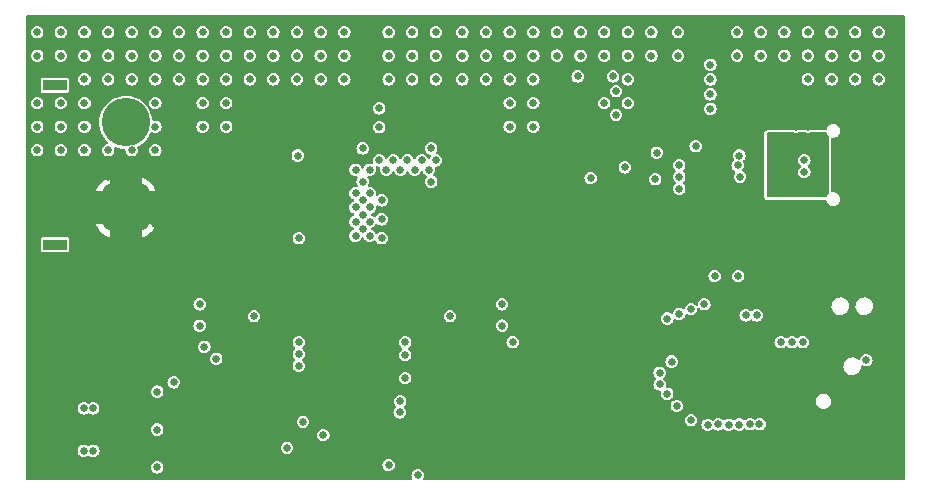
<source format=gbr>
%TF.GenerationSoftware,KiCad,Pcbnew,7.0.8*%
%TF.CreationDate,2024-04-29T01:12:31-04:00*%
%TF.ProjectId,PD Charger,50442043-6861-4726-9765-722e6b696361,rev?*%
%TF.SameCoordinates,Original*%
%TF.FileFunction,Copper,L3,Inr*%
%TF.FilePolarity,Positive*%
%FSLAX46Y46*%
G04 Gerber Fmt 4.6, Leading zero omitted, Abs format (unit mm)*
G04 Created by KiCad (PCBNEW 7.0.8) date 2024-04-29 01:12:31*
%MOMM*%
%LPD*%
G01*
G04 APERTURE LIST*
G04 Aperture macros list*
%AMRoundRect*
0 Rectangle with rounded corners*
0 $1 Rounding radius*
0 $2 $3 $4 $5 $6 $7 $8 $9 X,Y pos of 4 corners*
0 Add a 4 corners polygon primitive as box body*
4,1,4,$2,$3,$4,$5,$6,$7,$8,$9,$2,$3,0*
0 Add four circle primitives for the rounded corners*
1,1,$1+$1,$2,$3*
1,1,$1+$1,$4,$5*
1,1,$1+$1,$6,$7*
1,1,$1+$1,$8,$9*
0 Add four rect primitives between the rounded corners*
20,1,$1+$1,$2,$3,$4,$5,0*
20,1,$1+$1,$4,$5,$6,$7,0*
20,1,$1+$1,$6,$7,$8,$9,0*
20,1,$1+$1,$8,$9,$2,$3,0*%
G04 Aperture macros list end*
%TA.AperFunction,ComponentPad*%
%ADD10O,2.100000X1.000000*%
%TD*%
%TA.AperFunction,ComponentPad*%
%ADD11O,1.800000X1.000000*%
%TD*%
%TA.AperFunction,ComponentPad*%
%ADD12R,2.000000X0.900000*%
%TD*%
%TA.AperFunction,ComponentPad*%
%ADD13RoundRect,1.025000X1.025000X-1.025000X1.025000X1.025000X-1.025000X1.025000X-1.025000X-1.025000X0*%
%TD*%
%TA.AperFunction,ComponentPad*%
%ADD14C,4.100000*%
%TD*%
%TA.AperFunction,ViaPad*%
%ADD15C,0.650000*%
%TD*%
G04 APERTURE END LIST*
D10*
%TO.N,GND*%
%TO.C,J1*%
X80145000Y-29320000D03*
D11*
X84325000Y-29320000D03*
D10*
X80145000Y-20680000D03*
D11*
X84325000Y-20680000D03*
%TD*%
D12*
%TO.N,*%
%TO.C,J3*%
X14750000Y-31750000D03*
X14750000Y-18250000D03*
D13*
%TO.N,GND*%
X20750000Y-28600000D03*
D14*
%TO.N,VS*%
X20750000Y-21400000D03*
%TD*%
D15*
%TO.N,VD*%
X53500000Y-40000000D03*
%TO.N,GND*%
X33500000Y-43000000D03*
X33500000Y-45000000D03*
X29400500Y-44500000D03*
X28000000Y-44500000D03*
X26500000Y-44500000D03*
X73600000Y-44225000D03*
X69800000Y-44225000D03*
X73600000Y-40200000D03*
X69800000Y-40200000D03*
X71725000Y-42370000D03*
X41150500Y-45000000D03*
X38800000Y-45000000D03*
X41300000Y-43000000D03*
X38800000Y-43000000D03*
X41300000Y-41000000D03*
X38800000Y-41000000D03*
X41300000Y-39000000D03*
X38800000Y-39000000D03*
%TO.N,SW1*%
X31600000Y-37800000D03*
X35400000Y-40000000D03*
X40800000Y-23600000D03*
%TO.N,SW2*%
X45200000Y-25400000D03*
X44600000Y-24600000D03*
X46400000Y-25400000D03*
X42800000Y-25400000D03*
X44000000Y-25400000D03*
X42400000Y-28000000D03*
X48200000Y-37800000D03*
X45800000Y-24600000D03*
X46600000Y-23600000D03*
X42200000Y-24600000D03*
X42200000Y-21800000D03*
X42400000Y-29600000D03*
X47000000Y-24600000D03*
X46600000Y-26400000D03*
X42200000Y-20200000D03*
%TO.N,GND*%
X29250000Y-28000000D03*
X75200000Y-47400000D03*
X67250000Y-33750000D03*
X59000000Y-31500000D03*
X55250000Y-28000000D03*
X23250000Y-34000000D03*
X31400000Y-47200000D03*
X83250000Y-31750000D03*
X79250000Y-35750000D03*
X75200000Y-35800000D03*
X13600000Y-48800000D03*
X15250000Y-34000000D03*
X53250000Y-34000000D03*
X55250000Y-34000000D03*
X79250000Y-31750000D03*
X59000000Y-35000000D03*
X17250000Y-36000000D03*
X13250000Y-36000000D03*
X17250000Y-28000000D03*
X53250000Y-30000000D03*
X27250000Y-30000000D03*
X43250000Y-32000000D03*
X23250000Y-32000000D03*
X15250000Y-30000000D03*
X69000000Y-26600000D03*
X55250000Y-32000000D03*
X73250000Y-31750000D03*
X13600000Y-46600000D03*
X37250000Y-34000000D03*
X27250000Y-26000000D03*
X23250000Y-28000000D03*
X77500000Y-21750000D03*
X69800000Y-42370000D03*
X13250000Y-30000000D03*
X29250000Y-30000000D03*
X27250000Y-34000000D03*
X85250000Y-33750000D03*
X81250000Y-35750000D03*
X19250000Y-32000000D03*
X43250000Y-34000000D03*
X15250000Y-28000000D03*
X85250000Y-35750000D03*
X31250000Y-32000000D03*
X59000000Y-30250000D03*
X71250000Y-31750000D03*
X71725000Y-44225000D03*
X25250000Y-34000000D03*
X20400000Y-45000000D03*
X62000000Y-31500000D03*
X21250000Y-34000000D03*
X65250000Y-35750000D03*
X21250000Y-32000000D03*
X18775500Y-46101019D03*
X77250000Y-33750000D03*
X55250000Y-30000000D03*
X27250000Y-28000000D03*
X77000000Y-29250000D03*
X25250000Y-32000000D03*
X47500000Y-34000000D03*
X23250000Y-36000000D03*
X77250000Y-35750000D03*
X75500000Y-28500000D03*
X33250000Y-34000000D03*
X85250000Y-31750000D03*
X20400000Y-50024500D03*
X19250000Y-36000000D03*
X77200000Y-46000000D03*
X35250000Y-32500000D03*
X53250000Y-32000000D03*
X23250000Y-26000000D03*
X83250000Y-35750000D03*
X19250000Y-34000000D03*
X37250000Y-32000000D03*
X78500000Y-21750000D03*
X25250000Y-26000000D03*
X77250000Y-31750000D03*
X21250000Y-26000000D03*
X62000000Y-33750000D03*
X77500000Y-20750000D03*
X27250000Y-32000000D03*
X17250000Y-26000000D03*
X17250000Y-32000000D03*
X13250000Y-28000000D03*
X77200000Y-44000000D03*
X81250000Y-31750000D03*
X51250000Y-32000000D03*
X83250000Y-33750000D03*
X23250000Y-30000000D03*
X20400000Y-43400000D03*
X20400000Y-50800000D03*
X75250000Y-33750000D03*
X69250000Y-31750000D03*
X62000000Y-35000000D03*
X67250000Y-35750000D03*
X15250000Y-36000000D03*
X29250000Y-32000000D03*
X31400000Y-48800000D03*
X18775500Y-48775500D03*
X79250000Y-33750000D03*
X42000000Y-49800000D03*
X71800000Y-26600000D03*
X77200000Y-38000000D03*
X65250000Y-33750000D03*
X71250000Y-33750000D03*
X67250000Y-31750000D03*
X78000000Y-29250000D03*
X65250000Y-31750000D03*
X69250000Y-33750000D03*
X13600000Y-50400000D03*
X15250000Y-26000000D03*
X21250000Y-36000000D03*
X25250000Y-30000000D03*
X81250000Y-33750000D03*
X29250000Y-26000000D03*
X59037500Y-32600000D03*
X71725000Y-40200000D03*
X73250000Y-33750000D03*
X53250000Y-28000000D03*
X35250000Y-34000000D03*
X41250000Y-34000000D03*
X77500000Y-28500000D03*
X13250000Y-34000000D03*
X45500000Y-34000000D03*
X73600000Y-42370000D03*
X20400000Y-44200000D03*
X75250000Y-31750000D03*
X17250000Y-34000000D03*
X78000000Y-21250000D03*
X45500000Y-32000000D03*
X78500000Y-20750000D03*
X61962500Y-32600000D03*
X41250000Y-32000000D03*
X70405000Y-25000000D03*
X19250000Y-26000000D03*
X62000000Y-30250000D03*
X67600000Y-22449500D03*
X25250000Y-28000000D03*
X13250000Y-26000000D03*
X59000000Y-33750000D03*
X76500000Y-28500000D03*
X17250000Y-30000000D03*
X25250000Y-36000000D03*
%TO.N,/VCTRLI*%
X67400000Y-45400000D03*
X34400000Y-48950500D03*
%TO.N,/~{RST}*%
X66959266Y-41640734D03*
%TO.N,+3V3*%
X66600000Y-38000000D03*
X73600000Y-46943156D03*
X83450000Y-41525000D03*
X76200000Y-40000000D03*
X23400000Y-44200000D03*
X72551394Y-25035923D03*
X74400000Y-46943156D03*
X23400000Y-50600000D03*
X23400000Y-47400000D03*
X69000000Y-23400000D03*
%TO.N,LS*%
X41400000Y-25400000D03*
X40200000Y-28600000D03*
X41400000Y-31000000D03*
X40800000Y-26400000D03*
X40200000Y-27400000D03*
X40800000Y-30400000D03*
X41400000Y-28600000D03*
X40200000Y-25400000D03*
X40800000Y-29200000D03*
X40800000Y-28000000D03*
X40200000Y-31000000D03*
X41400000Y-29800000D03*
X40200000Y-29800000D03*
X35400000Y-41000000D03*
X41400000Y-27400000D03*
%TO.N,/G1*%
X35400000Y-31200000D03*
X27000000Y-36800000D03*
%TO.N,VS*%
X17990734Y-45609266D03*
X31250000Y-17750000D03*
X13250000Y-21750000D03*
X15250000Y-15750000D03*
X35250000Y-17750000D03*
X13250000Y-23750000D03*
X17250000Y-17750000D03*
X37250000Y-13750000D03*
X15250000Y-21750000D03*
X31250000Y-13750000D03*
X21250000Y-15750000D03*
X15250000Y-19750000D03*
X19250000Y-13750000D03*
X27250000Y-21750000D03*
X21250000Y-23750000D03*
X31250000Y-15750000D03*
X33250000Y-15750000D03*
X35250000Y-13750000D03*
X19250000Y-23750000D03*
X35250000Y-15750000D03*
X13250000Y-15750000D03*
X33250000Y-13750000D03*
X23250000Y-23750000D03*
X37250000Y-17750000D03*
X25250000Y-17750000D03*
X17250000Y-19750000D03*
X27400000Y-40400000D03*
X33250000Y-17750000D03*
X37250000Y-15750000D03*
X29250000Y-17750000D03*
X29250000Y-13750000D03*
X39250000Y-15750000D03*
X28400000Y-41400000D03*
X21250000Y-13750000D03*
X15250000Y-13750000D03*
X17250000Y-23750000D03*
X25250000Y-15750000D03*
X17200000Y-45600000D03*
X19250000Y-17750000D03*
X39250000Y-17750000D03*
X27250000Y-17750000D03*
X29250000Y-21750000D03*
X27250000Y-13750000D03*
X17250000Y-21750000D03*
X27250000Y-19750000D03*
X23250000Y-21750000D03*
X29250000Y-19750000D03*
X25250000Y-13750000D03*
X17250000Y-15750000D03*
X17250000Y-13750000D03*
X27250000Y-15750000D03*
X29250000Y-15750000D03*
X18000000Y-49200000D03*
X15250000Y-23750000D03*
X23250000Y-17750000D03*
X23250000Y-13750000D03*
X23250000Y-19750000D03*
X17200000Y-49200000D03*
X23250000Y-15750000D03*
X13250000Y-19750000D03*
X19250000Y-15750000D03*
X13250000Y-13750000D03*
X35400000Y-42000000D03*
X39250000Y-13750000D03*
X21250000Y-17750000D03*
%TO.N,/G2*%
X27000000Y-38600000D03*
X35314500Y-24200000D03*
%TO.N,/G3*%
X52600000Y-36800000D03*
X42400000Y-31200000D03*
%TO.N,IS*%
X45000000Y-15750000D03*
X59250000Y-13750000D03*
X55250000Y-15750000D03*
X55250000Y-19750000D03*
X55250000Y-21750000D03*
X49250000Y-17750000D03*
X43000000Y-17750000D03*
X51250000Y-15750000D03*
X57250000Y-15750000D03*
X57250000Y-13750000D03*
X43000000Y-15750000D03*
X55250000Y-17750000D03*
X59000000Y-17500000D03*
X51250000Y-13750000D03*
X35750000Y-46750000D03*
X43000000Y-13750000D03*
X45000000Y-13750000D03*
X45000000Y-17750000D03*
X47000000Y-13750000D03*
X53250000Y-15750000D03*
X49250000Y-13750000D03*
X53250000Y-21750000D03*
X59250000Y-15750000D03*
X51250000Y-17750000D03*
X53250000Y-17750000D03*
X53250000Y-19750000D03*
X47000000Y-15750000D03*
X47000000Y-17750000D03*
X53250000Y-13750000D03*
X49250000Y-15750000D03*
X55250000Y-13750000D03*
%TO.N,/G4*%
X52600000Y-38600000D03*
X43400000Y-24600000D03*
%TO.N,VD*%
X43940734Y-45940734D03*
X61250000Y-19750000D03*
X62000000Y-17500000D03*
X63250000Y-15750000D03*
X67500000Y-13750000D03*
X62250000Y-20750000D03*
X63250000Y-19750000D03*
X61250000Y-15750000D03*
X67500000Y-15750000D03*
X61250000Y-13750000D03*
X63250000Y-17750000D03*
X44400000Y-40000000D03*
X65250000Y-15750000D03*
X65250000Y-13750000D03*
X63250000Y-13750000D03*
X62250000Y-18750000D03*
%TO.N,/FB*%
X60100500Y-26100000D03*
X44400000Y-43035750D03*
%TO.N,/CC1*%
X70600000Y-34400000D03*
X72750500Y-26000000D03*
%TO.N,/USB_DP*%
X77150000Y-40000000D03*
X78200000Y-24600000D03*
%TO.N,/CC2*%
X72692734Y-24198261D03*
X72600000Y-34400000D03*
%TO.N,/INT_N*%
X67600000Y-25000000D03*
X67600000Y-37600000D03*
%TO.N,/SCL*%
X68600000Y-37200000D03*
X67600000Y-26000000D03*
%TO.N,/SDA*%
X69734082Y-36781593D03*
X67600000Y-27000000D03*
%TO.N,/VIN_SENSE*%
X65950500Y-42600000D03*
X24800000Y-43400000D03*
%TO.N,/VOUT_SENSE*%
X63000000Y-25200000D03*
X65949500Y-43580680D03*
%TO.N,/VCTRLV*%
X37475500Y-47860120D03*
X66581114Y-44381114D03*
%TO.N,/VADJ*%
X70012679Y-47008592D03*
X45462786Y-51274500D03*
%TO.N,/~{RUN}*%
X68600000Y-46600000D03*
X43000000Y-50400000D03*
%TO.N,/OUTDIS*%
X65710206Y-23950500D03*
X74157591Y-37724500D03*
%TO.N,/LOADEN*%
X73228835Y-37724500D03*
X65572700Y-26200000D03*
%TO.N,/ISMON*%
X43975500Y-45000000D03*
X71800000Y-47000000D03*
%TO.N,/SYNC*%
X70915982Y-46965485D03*
X44400000Y-41086750D03*
%TO.N,/COM_S*%
X70250000Y-19000000D03*
X70250000Y-17750000D03*
X70250000Y-16500000D03*
X70250000Y-20250000D03*
%TO.N,/VBUS*%
X77500000Y-22750000D03*
X78500000Y-17750000D03*
X82500000Y-13750000D03*
X72500000Y-13750000D03*
X82500000Y-17750000D03*
X80500000Y-17750000D03*
X75500000Y-23500000D03*
X78250000Y-27250000D03*
X78500000Y-15750000D03*
X76500000Y-13750000D03*
X80500000Y-15750000D03*
X75500000Y-24250000D03*
X76500000Y-22750000D03*
X76500000Y-23500000D03*
X74500000Y-15750000D03*
X84500000Y-15750000D03*
X76500000Y-15750000D03*
X84500000Y-13750000D03*
X76500000Y-27250000D03*
X84500000Y-17750000D03*
X82500000Y-15750000D03*
X80500000Y-13750000D03*
X74500000Y-13750000D03*
X75500000Y-22750000D03*
X75500000Y-27250000D03*
X72500000Y-15750000D03*
X78500000Y-13750000D03*
%TO.N,/USB_DN*%
X78050000Y-40000000D03*
X78200000Y-25600000D03*
%TO.N,/VREF+*%
X72677536Y-46974580D03*
%TD*%
%TA.AperFunction,Conductor*%
%TO.N,/VBUS*%
G36*
X77353942Y-22258298D02*
G01*
X77362814Y-22261973D01*
X77362821Y-22261975D01*
X77499997Y-22280035D01*
X77500000Y-22280035D01*
X77500003Y-22280035D01*
X77637178Y-22261975D01*
X77637180Y-22261974D01*
X77637183Y-22261974D01*
X77646058Y-22258298D01*
X77687772Y-22250000D01*
X78312228Y-22250000D01*
X78353942Y-22258298D01*
X78362814Y-22261973D01*
X78362821Y-22261975D01*
X78499997Y-22280035D01*
X78500000Y-22280035D01*
X78500003Y-22280035D01*
X78637178Y-22261975D01*
X78637180Y-22261974D01*
X78637183Y-22261974D01*
X78646058Y-22258298D01*
X78687772Y-22250000D01*
X80007242Y-22250000D01*
X80071311Y-22270817D01*
X80107945Y-22317288D01*
X80142301Y-22400232D01*
X80142302Y-22400233D01*
X80227475Y-22511232D01*
X80249963Y-22574733D01*
X80250000Y-22577587D01*
X80250000Y-27422412D01*
X80229183Y-27486481D01*
X80227475Y-27488767D01*
X80142302Y-27599765D01*
X80107945Y-27682712D01*
X80064194Y-27733938D01*
X80007242Y-27750000D01*
X75109000Y-27750000D01*
X75044931Y-27729183D01*
X75005335Y-27674683D01*
X75000000Y-27641000D01*
X75000000Y-25600002D01*
X77669965Y-25600002D01*
X77688024Y-25737178D01*
X77688026Y-25737185D01*
X77740974Y-25865014D01*
X77740976Y-25865018D01*
X77825209Y-25974791D01*
X77934982Y-26059024D01*
X77998899Y-26085499D01*
X78062814Y-26111973D01*
X78062821Y-26111975D01*
X78199997Y-26130035D01*
X78200000Y-26130035D01*
X78200003Y-26130035D01*
X78337178Y-26111975D01*
X78337180Y-26111974D01*
X78337183Y-26111974D01*
X78465018Y-26059024D01*
X78574791Y-25974791D01*
X78659024Y-25865018D01*
X78711974Y-25737183D01*
X78730035Y-25600000D01*
X78711974Y-25462817D01*
X78659024Y-25334983D01*
X78659023Y-25334982D01*
X78659023Y-25334981D01*
X78574795Y-25225214D01*
X78574794Y-25225213D01*
X78574791Y-25225209D01*
X78524309Y-25186472D01*
X78486156Y-25130958D01*
X78487919Y-25063615D01*
X78524309Y-25013527D01*
X78574791Y-24974791D01*
X78659024Y-24865018D01*
X78711974Y-24737183D01*
X78730035Y-24600000D01*
X78711974Y-24462817D01*
X78659024Y-24334983D01*
X78659023Y-24334982D01*
X78659023Y-24334981D01*
X78574795Y-24225214D01*
X78574794Y-24225213D01*
X78574791Y-24225209D01*
X78574786Y-24225205D01*
X78574785Y-24225204D01*
X78465018Y-24140976D01*
X78465014Y-24140974D01*
X78337185Y-24088026D01*
X78337178Y-24088024D01*
X78200003Y-24069965D01*
X78199997Y-24069965D01*
X78062821Y-24088024D01*
X78062814Y-24088026D01*
X77934981Y-24140976D01*
X77825214Y-24225204D01*
X77825204Y-24225214D01*
X77740976Y-24334981D01*
X77688026Y-24462814D01*
X77688024Y-24462821D01*
X77669965Y-24599997D01*
X77669965Y-24600002D01*
X77688024Y-24737178D01*
X77688026Y-24737185D01*
X77740974Y-24865014D01*
X77740976Y-24865018D01*
X77825209Y-24974791D01*
X77875689Y-25013526D01*
X77913843Y-25069041D01*
X77912080Y-25136384D01*
X77875689Y-25186473D01*
X77825212Y-25225206D01*
X77825204Y-25225214D01*
X77740976Y-25334981D01*
X77688026Y-25462814D01*
X77688024Y-25462821D01*
X77669965Y-25599997D01*
X77669965Y-25600002D01*
X75000000Y-25600002D01*
X75000000Y-22359000D01*
X75020817Y-22294931D01*
X75075317Y-22255335D01*
X75109000Y-22250000D01*
X77312228Y-22250000D01*
X77353942Y-22258298D01*
G37*
%TD.AperFunction*%
%TD*%
%TA.AperFunction,Conductor*%
%TO.N,GND*%
G36*
X86654569Y-12321317D02*
G01*
X86694165Y-12375817D01*
X86699500Y-12409500D01*
X86699500Y-51590500D01*
X86678683Y-51654569D01*
X86624183Y-51694165D01*
X86590500Y-51699500D01*
X46018238Y-51699500D01*
X45954169Y-51678683D01*
X45914573Y-51624183D01*
X45914573Y-51556817D01*
X45919295Y-51546209D01*
X45919076Y-51546119D01*
X45974759Y-51411685D01*
X45974761Y-51411678D01*
X45992821Y-51274502D01*
X45992821Y-51274497D01*
X45974761Y-51137321D01*
X45974759Y-51137314D01*
X45921809Y-51009481D01*
X45837581Y-50899714D01*
X45837580Y-50899713D01*
X45837577Y-50899709D01*
X45837572Y-50899705D01*
X45837571Y-50899704D01*
X45727804Y-50815476D01*
X45727800Y-50815474D01*
X45599971Y-50762526D01*
X45599964Y-50762524D01*
X45462789Y-50744465D01*
X45462783Y-50744465D01*
X45325607Y-50762524D01*
X45325600Y-50762526D01*
X45197767Y-50815476D01*
X45088000Y-50899704D01*
X45087990Y-50899714D01*
X45003762Y-51009481D01*
X44950812Y-51137314D01*
X44950810Y-51137321D01*
X44932751Y-51274497D01*
X44932751Y-51274502D01*
X44950810Y-51411678D01*
X44950812Y-51411685D01*
X45006496Y-51546119D01*
X45004092Y-51547114D01*
X45015737Y-51601892D01*
X44988338Y-51663434D01*
X44929998Y-51697118D01*
X44907334Y-51699500D01*
X12409500Y-51699500D01*
X12345431Y-51678683D01*
X12305835Y-51624183D01*
X12300500Y-51590500D01*
X12300500Y-50600002D01*
X22869965Y-50600002D01*
X22888024Y-50737178D01*
X22888026Y-50737185D01*
X22940974Y-50865014D01*
X22940976Y-50865018D01*
X22967599Y-50899714D01*
X23025209Y-50974791D01*
X23134982Y-51059024D01*
X23198899Y-51085499D01*
X23262814Y-51111973D01*
X23262821Y-51111975D01*
X23399997Y-51130035D01*
X23400000Y-51130035D01*
X23400003Y-51130035D01*
X23537178Y-51111975D01*
X23537180Y-51111974D01*
X23537183Y-51111974D01*
X23665018Y-51059024D01*
X23774791Y-50974791D01*
X23859024Y-50865018D01*
X23911974Y-50737183D01*
X23930035Y-50600000D01*
X23921765Y-50537183D01*
X23911975Y-50462821D01*
X23911973Y-50462814D01*
X23885955Y-50400002D01*
X42469965Y-50400002D01*
X42488024Y-50537178D01*
X42488026Y-50537185D01*
X42540974Y-50665014D01*
X42540976Y-50665018D01*
X42615797Y-50762526D01*
X42625209Y-50774791D01*
X42734982Y-50859024D01*
X42798899Y-50885499D01*
X42862814Y-50911973D01*
X42862821Y-50911975D01*
X42999997Y-50930035D01*
X43000000Y-50930035D01*
X43000003Y-50930035D01*
X43137178Y-50911975D01*
X43137180Y-50911974D01*
X43137183Y-50911974D01*
X43265018Y-50859024D01*
X43374791Y-50774791D01*
X43459024Y-50665018D01*
X43511974Y-50537183D01*
X43521765Y-50462821D01*
X43530035Y-50400002D01*
X43530035Y-50399997D01*
X43511975Y-50262821D01*
X43511973Y-50262814D01*
X43461506Y-50140976D01*
X43459024Y-50134983D01*
X43459023Y-50134982D01*
X43459023Y-50134981D01*
X43374795Y-50025214D01*
X43374794Y-50025213D01*
X43374791Y-50025209D01*
X43374786Y-50025205D01*
X43374785Y-50025204D01*
X43265018Y-49940976D01*
X43265014Y-49940974D01*
X43137185Y-49888026D01*
X43137178Y-49888024D01*
X43000003Y-49869965D01*
X42999997Y-49869965D01*
X42862821Y-49888024D01*
X42862814Y-49888026D01*
X42734981Y-49940976D01*
X42625214Y-50025204D01*
X42625204Y-50025214D01*
X42540976Y-50134981D01*
X42488026Y-50262814D01*
X42488024Y-50262821D01*
X42469965Y-50399997D01*
X42469965Y-50400002D01*
X23885955Y-50400002D01*
X23859023Y-50334981D01*
X23774795Y-50225214D01*
X23774794Y-50225213D01*
X23774791Y-50225209D01*
X23774786Y-50225205D01*
X23774785Y-50225204D01*
X23665018Y-50140976D01*
X23665014Y-50140974D01*
X23537185Y-50088026D01*
X23537178Y-50088024D01*
X23400003Y-50069965D01*
X23399997Y-50069965D01*
X23262821Y-50088024D01*
X23262814Y-50088026D01*
X23134981Y-50140976D01*
X23025214Y-50225204D01*
X23025204Y-50225214D01*
X22940976Y-50334981D01*
X22888026Y-50462814D01*
X22888024Y-50462821D01*
X22869965Y-50599997D01*
X22869965Y-50600002D01*
X12300500Y-50600002D01*
X12300500Y-49200002D01*
X16669965Y-49200002D01*
X16688024Y-49337178D01*
X16688026Y-49337185D01*
X16740974Y-49465014D01*
X16740976Y-49465018D01*
X16799999Y-49541938D01*
X16825209Y-49574791D01*
X16934982Y-49659024D01*
X16998899Y-49685499D01*
X17062814Y-49711973D01*
X17062821Y-49711975D01*
X17199997Y-49730035D01*
X17200000Y-49730035D01*
X17200003Y-49730035D01*
X17337178Y-49711975D01*
X17337180Y-49711974D01*
X17337183Y-49711974D01*
X17465018Y-49659024D01*
X17533648Y-49606361D01*
X17597145Y-49583875D01*
X17661737Y-49603007D01*
X17666315Y-49606333D01*
X17734982Y-49659024D01*
X17798899Y-49685499D01*
X17862814Y-49711973D01*
X17862821Y-49711975D01*
X17999997Y-49730035D01*
X18000000Y-49730035D01*
X18000003Y-49730035D01*
X18137178Y-49711975D01*
X18137180Y-49711974D01*
X18137183Y-49711974D01*
X18265018Y-49659024D01*
X18374791Y-49574791D01*
X18459024Y-49465018D01*
X18511974Y-49337183D01*
X18513541Y-49325285D01*
X18530035Y-49200002D01*
X18530035Y-49199997D01*
X18511975Y-49062821D01*
X18511973Y-49062814D01*
X18465452Y-48950502D01*
X33869965Y-48950502D01*
X33888024Y-49087678D01*
X33888026Y-49087685D01*
X33934547Y-49199997D01*
X33940976Y-49215518D01*
X34025209Y-49325291D01*
X34134982Y-49409524D01*
X34198899Y-49435999D01*
X34262814Y-49462473D01*
X34262821Y-49462475D01*
X34399997Y-49480535D01*
X34400000Y-49480535D01*
X34400003Y-49480535D01*
X34537178Y-49462475D01*
X34537180Y-49462474D01*
X34537183Y-49462474D01*
X34665018Y-49409524D01*
X34774791Y-49325291D01*
X34859024Y-49215518D01*
X34911974Y-49087683D01*
X34915248Y-49062821D01*
X34930035Y-48950502D01*
X34930035Y-48950497D01*
X34911975Y-48813321D01*
X34911973Y-48813314D01*
X34860077Y-48688026D01*
X34859024Y-48685483D01*
X34859023Y-48685482D01*
X34859023Y-48685481D01*
X34774795Y-48575714D01*
X34774794Y-48575713D01*
X34774791Y-48575709D01*
X34774786Y-48575705D01*
X34774785Y-48575704D01*
X34665018Y-48491476D01*
X34665014Y-48491474D01*
X34537185Y-48438526D01*
X34537178Y-48438524D01*
X34400003Y-48420465D01*
X34399997Y-48420465D01*
X34262821Y-48438524D01*
X34262814Y-48438526D01*
X34134981Y-48491476D01*
X34025214Y-48575704D01*
X34025204Y-48575714D01*
X33940976Y-48685481D01*
X33888026Y-48813314D01*
X33888024Y-48813321D01*
X33869965Y-48950497D01*
X33869965Y-48950502D01*
X18465452Y-48950502D01*
X18459023Y-48934981D01*
X18374795Y-48825214D01*
X18374794Y-48825213D01*
X18374791Y-48825209D01*
X18374786Y-48825205D01*
X18374785Y-48825204D01*
X18265018Y-48740976D01*
X18265014Y-48740974D01*
X18137185Y-48688026D01*
X18137178Y-48688024D01*
X18000003Y-48669965D01*
X17999997Y-48669965D01*
X17862821Y-48688024D01*
X17862814Y-48688026D01*
X17734984Y-48740975D01*
X17666354Y-48793637D01*
X17602852Y-48816124D01*
X17538261Y-48796991D01*
X17533677Y-48793661D01*
X17465018Y-48740976D01*
X17465014Y-48740974D01*
X17337185Y-48688026D01*
X17337178Y-48688024D01*
X17200003Y-48669965D01*
X17199997Y-48669965D01*
X17062821Y-48688024D01*
X17062814Y-48688026D01*
X16934981Y-48740976D01*
X16825214Y-48825204D01*
X16825204Y-48825214D01*
X16740976Y-48934981D01*
X16688026Y-49062814D01*
X16688024Y-49062821D01*
X16669965Y-49199997D01*
X16669965Y-49200002D01*
X12300500Y-49200002D01*
X12300500Y-47400002D01*
X22869965Y-47400002D01*
X22888024Y-47537178D01*
X22888026Y-47537185D01*
X22940974Y-47665014D01*
X22940976Y-47665018D01*
X22985422Y-47722941D01*
X23025209Y-47774791D01*
X23134982Y-47859024D01*
X23137633Y-47860122D01*
X23262814Y-47911973D01*
X23262821Y-47911975D01*
X23399997Y-47930035D01*
X23400000Y-47930035D01*
X23400003Y-47930035D01*
X23537178Y-47911975D01*
X23537180Y-47911974D01*
X23537183Y-47911974D01*
X23662367Y-47860122D01*
X36945465Y-47860122D01*
X36963524Y-47997298D01*
X36963526Y-47997305D01*
X37016474Y-48125134D01*
X37016476Y-48125138D01*
X37100709Y-48234911D01*
X37210482Y-48319144D01*
X37274399Y-48345619D01*
X37338314Y-48372093D01*
X37338321Y-48372095D01*
X37475497Y-48390155D01*
X37475500Y-48390155D01*
X37475503Y-48390155D01*
X37612678Y-48372095D01*
X37612680Y-48372094D01*
X37612683Y-48372094D01*
X37740518Y-48319144D01*
X37850291Y-48234911D01*
X37934524Y-48125138D01*
X37987474Y-47997303D01*
X37996331Y-47930035D01*
X38005535Y-47860122D01*
X38005535Y-47860117D01*
X37987475Y-47722941D01*
X37987473Y-47722934D01*
X37934523Y-47595101D01*
X37850295Y-47485334D01*
X37850294Y-47485333D01*
X37850291Y-47485329D01*
X37850286Y-47485325D01*
X37850285Y-47485324D01*
X37740518Y-47401096D01*
X37740514Y-47401094D01*
X37612685Y-47348146D01*
X37612678Y-47348144D01*
X37475503Y-47330085D01*
X37475497Y-47330085D01*
X37338321Y-47348144D01*
X37338314Y-47348146D01*
X37210481Y-47401096D01*
X37100714Y-47485324D01*
X37100704Y-47485334D01*
X37016476Y-47595101D01*
X36963526Y-47722934D01*
X36963524Y-47722941D01*
X36945465Y-47860117D01*
X36945465Y-47860122D01*
X23662367Y-47860122D01*
X23665018Y-47859024D01*
X23774791Y-47774791D01*
X23859024Y-47665018D01*
X23911974Y-47537183D01*
X23917460Y-47495520D01*
X23930035Y-47400002D01*
X23930035Y-47399997D01*
X23911975Y-47262821D01*
X23911973Y-47262814D01*
X23859023Y-47134981D01*
X23774795Y-47025214D01*
X23774794Y-47025213D01*
X23774791Y-47025209D01*
X23774786Y-47025205D01*
X23774785Y-47025204D01*
X23665018Y-46940976D01*
X23665014Y-46940974D01*
X23537185Y-46888026D01*
X23537178Y-46888024D01*
X23400003Y-46869965D01*
X23399997Y-46869965D01*
X23262821Y-46888024D01*
X23262814Y-46888026D01*
X23134981Y-46940976D01*
X23025214Y-47025204D01*
X23025204Y-47025214D01*
X22940976Y-47134981D01*
X22888026Y-47262814D01*
X22888024Y-47262821D01*
X22869965Y-47399997D01*
X22869965Y-47400002D01*
X12300500Y-47400002D01*
X12300500Y-46750002D01*
X35219965Y-46750002D01*
X35238024Y-46887178D01*
X35238026Y-46887185D01*
X35290974Y-47015014D01*
X35290976Y-47015018D01*
X35365374Y-47111975D01*
X35375209Y-47124791D01*
X35484982Y-47209024D01*
X35500501Y-47215452D01*
X35612814Y-47261973D01*
X35612821Y-47261975D01*
X35749997Y-47280035D01*
X35750000Y-47280035D01*
X35750003Y-47280035D01*
X35887178Y-47261975D01*
X35887180Y-47261974D01*
X35887183Y-47261974D01*
X36015018Y-47209024D01*
X36124791Y-47124791D01*
X36209024Y-47015018D01*
X36261974Y-46887183D01*
X36264051Y-46871413D01*
X36280035Y-46750002D01*
X36280035Y-46749997D01*
X36261975Y-46612821D01*
X36261973Y-46612814D01*
X36256666Y-46600002D01*
X68069965Y-46600002D01*
X68088024Y-46737178D01*
X68088026Y-46737185D01*
X68140974Y-46865014D01*
X68140976Y-46865018D01*
X68225209Y-46974791D01*
X68334982Y-47059024D01*
X68386430Y-47080334D01*
X68462814Y-47111973D01*
X68462821Y-47111975D01*
X68599997Y-47130035D01*
X68600000Y-47130035D01*
X68600003Y-47130035D01*
X68737178Y-47111975D01*
X68737180Y-47111974D01*
X68737183Y-47111974D01*
X68865018Y-47059024D01*
X68930739Y-47008594D01*
X69482644Y-47008594D01*
X69500703Y-47145770D01*
X69500705Y-47145777D01*
X69553653Y-47273606D01*
X69553655Y-47273610D01*
X69630574Y-47373852D01*
X69637888Y-47383383D01*
X69747661Y-47467616D01*
X69771425Y-47477459D01*
X69875493Y-47520565D01*
X69875500Y-47520567D01*
X70012676Y-47538627D01*
X70012679Y-47538627D01*
X70012682Y-47538627D01*
X70149857Y-47520567D01*
X70149859Y-47520566D01*
X70149862Y-47520566D01*
X70277697Y-47467616D01*
X70387470Y-47383383D01*
X70398902Y-47368484D01*
X70454417Y-47330328D01*
X70521760Y-47332090D01*
X70551727Y-47348360D01*
X70650964Y-47424509D01*
X70672922Y-47433604D01*
X70778796Y-47477458D01*
X70778803Y-47477460D01*
X70915979Y-47495520D01*
X70915982Y-47495520D01*
X70915985Y-47495520D01*
X71053160Y-47477460D01*
X71053162Y-47477459D01*
X71053165Y-47477459D01*
X71181000Y-47424509D01*
X71272245Y-47354492D01*
X71335744Y-47332006D01*
X71400335Y-47351139D01*
X71420050Y-47369846D01*
X71420158Y-47369739D01*
X71424271Y-47373852D01*
X71425070Y-47374611D01*
X71425209Y-47374791D01*
X71425213Y-47374794D01*
X71425214Y-47374795D01*
X71460904Y-47402181D01*
X71534982Y-47459024D01*
X71579489Y-47477459D01*
X71662814Y-47511973D01*
X71662821Y-47511975D01*
X71799997Y-47530035D01*
X71800000Y-47530035D01*
X71800003Y-47530035D01*
X71937178Y-47511975D01*
X71937180Y-47511974D01*
X71937183Y-47511974D01*
X72065018Y-47459024D01*
X72174791Y-47374791D01*
X72174794Y-47374786D01*
X72177130Y-47372451D01*
X72179246Y-47371372D01*
X72180459Y-47370442D01*
X72180631Y-47370666D01*
X72237151Y-47341863D01*
X72303688Y-47352397D01*
X72320565Y-47363045D01*
X72412518Y-47433604D01*
X72464485Y-47455129D01*
X72540350Y-47486553D01*
X72540357Y-47486555D01*
X72677533Y-47504615D01*
X72677536Y-47504615D01*
X72677539Y-47504615D01*
X72814714Y-47486555D01*
X72814716Y-47486554D01*
X72814719Y-47486554D01*
X72942554Y-47433604D01*
X73052327Y-47349371D01*
X73065368Y-47332375D01*
X73120883Y-47294219D01*
X73188226Y-47295981D01*
X73218434Y-47315040D01*
X73219541Y-47313598D01*
X73264849Y-47348364D01*
X73334982Y-47402180D01*
X73388890Y-47424509D01*
X73462814Y-47455129D01*
X73462821Y-47455131D01*
X73599997Y-47473191D01*
X73600000Y-47473191D01*
X73600003Y-47473191D01*
X73737178Y-47455131D01*
X73737180Y-47455130D01*
X73737183Y-47455130D01*
X73865018Y-47402180D01*
X73933648Y-47349517D01*
X73997145Y-47327031D01*
X74061737Y-47346163D01*
X74066315Y-47349489D01*
X74134982Y-47402180D01*
X74188890Y-47424509D01*
X74262814Y-47455129D01*
X74262821Y-47455131D01*
X74399997Y-47473191D01*
X74400000Y-47473191D01*
X74400003Y-47473191D01*
X74537178Y-47455131D01*
X74537180Y-47455130D01*
X74537183Y-47455130D01*
X74665018Y-47402180D01*
X74774791Y-47317947D01*
X74859024Y-47208174D01*
X74911974Y-47080339D01*
X74914781Y-47059024D01*
X74930035Y-46943158D01*
X74930035Y-46943153D01*
X74911975Y-46805977D01*
X74911973Y-46805970D01*
X74859023Y-46678137D01*
X74774795Y-46568370D01*
X74774794Y-46568369D01*
X74774791Y-46568365D01*
X74774786Y-46568361D01*
X74774785Y-46568360D01*
X74665018Y-46484132D01*
X74665014Y-46484130D01*
X74537185Y-46431182D01*
X74537178Y-46431180D01*
X74400003Y-46413121D01*
X74399997Y-46413121D01*
X74262821Y-46431180D01*
X74262814Y-46431182D01*
X74134984Y-46484131D01*
X74066354Y-46536793D01*
X74002852Y-46559280D01*
X73938261Y-46540147D01*
X73933677Y-46536817D01*
X73865018Y-46484132D01*
X73865014Y-46484130D01*
X73737185Y-46431182D01*
X73737178Y-46431180D01*
X73600003Y-46413121D01*
X73599997Y-46413121D01*
X73462821Y-46431180D01*
X73462814Y-46431182D01*
X73334981Y-46484132D01*
X73225214Y-46568360D01*
X73225209Y-46568365D01*
X73212166Y-46585363D01*
X73156647Y-46623517D01*
X73089304Y-46621752D01*
X73059101Y-46602695D01*
X73057995Y-46604138D01*
X72942554Y-46515556D01*
X72942550Y-46515554D01*
X72814721Y-46462606D01*
X72814714Y-46462604D01*
X72677539Y-46444545D01*
X72677533Y-46444545D01*
X72540357Y-46462604D01*
X72540350Y-46462606D01*
X72412517Y-46515556D01*
X72302743Y-46599790D01*
X72300394Y-46602139D01*
X72298275Y-46603218D01*
X72297077Y-46604138D01*
X72296906Y-46603915D01*
X72240369Y-46632718D01*
X72173833Y-46622175D01*
X72156970Y-46611534D01*
X72065018Y-46540976D01*
X72065014Y-46540974D01*
X71937185Y-46488026D01*
X71937178Y-46488024D01*
X71800003Y-46469965D01*
X71799997Y-46469965D01*
X71662821Y-46488024D01*
X71662814Y-46488026D01*
X71534981Y-46540976D01*
X71443738Y-46610990D01*
X71380236Y-46633478D01*
X71315645Y-46614345D01*
X71295932Y-46595637D01*
X71295824Y-46595746D01*
X71291690Y-46591612D01*
X71290907Y-46590869D01*
X71290773Y-46590694D01*
X71290768Y-46590690D01*
X71290767Y-46590689D01*
X71181000Y-46506461D01*
X71180996Y-46506459D01*
X71053167Y-46453511D01*
X71053160Y-46453509D01*
X70915985Y-46435450D01*
X70915979Y-46435450D01*
X70778803Y-46453509D01*
X70778796Y-46453511D01*
X70650963Y-46506461D01*
X70541196Y-46590689D01*
X70541186Y-46590699D01*
X70529756Y-46605595D01*
X70474237Y-46643749D01*
X70406894Y-46641984D01*
X70376931Y-46625714D01*
X70277697Y-46549568D01*
X70277693Y-46549566D01*
X70149864Y-46496618D01*
X70149857Y-46496616D01*
X70012682Y-46478557D01*
X70012676Y-46478557D01*
X69875500Y-46496616D01*
X69875493Y-46496618D01*
X69747660Y-46549568D01*
X69637893Y-46633796D01*
X69637883Y-46633806D01*
X69553655Y-46743573D01*
X69500705Y-46871406D01*
X69500703Y-46871413D01*
X69482644Y-47008589D01*
X69482644Y-47008594D01*
X68930739Y-47008594D01*
X68974791Y-46974791D01*
X69059024Y-46865018D01*
X69111974Y-46737183D01*
X69117413Y-46695875D01*
X69130035Y-46600002D01*
X69130035Y-46599997D01*
X69111975Y-46462821D01*
X69111973Y-46462814D01*
X69059023Y-46334981D01*
X68974795Y-46225214D01*
X68974794Y-46225213D01*
X68974791Y-46225209D01*
X68974786Y-46225205D01*
X68974785Y-46225204D01*
X68865018Y-46140976D01*
X68865014Y-46140974D01*
X68737185Y-46088026D01*
X68737178Y-46088024D01*
X68600003Y-46069965D01*
X68599997Y-46069965D01*
X68462821Y-46088024D01*
X68462814Y-46088026D01*
X68334981Y-46140976D01*
X68225214Y-46225204D01*
X68225204Y-46225214D01*
X68140976Y-46334981D01*
X68088026Y-46462814D01*
X68088024Y-46462821D01*
X68069965Y-46599997D01*
X68069965Y-46600002D01*
X36256666Y-46600002D01*
X36217920Y-46506461D01*
X36209024Y-46484983D01*
X36209023Y-46484982D01*
X36209023Y-46484981D01*
X36124795Y-46375214D01*
X36124794Y-46375213D01*
X36124791Y-46375209D01*
X36124786Y-46375205D01*
X36124785Y-46375204D01*
X36015018Y-46290976D01*
X36015014Y-46290974D01*
X35887185Y-46238026D01*
X35887178Y-46238024D01*
X35750003Y-46219965D01*
X35749997Y-46219965D01*
X35612821Y-46238024D01*
X35612814Y-46238026D01*
X35484981Y-46290976D01*
X35375214Y-46375204D01*
X35375204Y-46375214D01*
X35290976Y-46484981D01*
X35238026Y-46612814D01*
X35238024Y-46612821D01*
X35219965Y-46749997D01*
X35219965Y-46750002D01*
X12300500Y-46750002D01*
X12300500Y-45600002D01*
X16669965Y-45600002D01*
X16688024Y-45737178D01*
X16688026Y-45737185D01*
X16740974Y-45865014D01*
X16740976Y-45865018D01*
X16799075Y-45940734D01*
X16825209Y-45974791D01*
X16825213Y-45974794D01*
X16825214Y-45974795D01*
X16837290Y-45984061D01*
X16934982Y-46059024D01*
X16998899Y-46085499D01*
X17062814Y-46111973D01*
X17062821Y-46111975D01*
X17199997Y-46130035D01*
X17200000Y-46130035D01*
X17200003Y-46130035D01*
X17337178Y-46111975D01*
X17337180Y-46111974D01*
X17337183Y-46111974D01*
X17465018Y-46059024D01*
X17522974Y-46014551D01*
X17586475Y-45992064D01*
X17651067Y-46011197D01*
X17655684Y-46014552D01*
X17725716Y-46068290D01*
X17729760Y-46069965D01*
X17853548Y-46121239D01*
X17853555Y-46121241D01*
X17990731Y-46139301D01*
X17990734Y-46139301D01*
X17990737Y-46139301D01*
X18127912Y-46121241D01*
X18127914Y-46121240D01*
X18127917Y-46121240D01*
X18255752Y-46068290D01*
X18365525Y-45984057D01*
X18398767Y-45940736D01*
X43410699Y-45940736D01*
X43428758Y-46077912D01*
X43428760Y-46077919D01*
X43481708Y-46205748D01*
X43481710Y-46205752D01*
X43547105Y-46290976D01*
X43565943Y-46315525D01*
X43675716Y-46399758D01*
X43707978Y-46413121D01*
X43803548Y-46452707D01*
X43803555Y-46452709D01*
X43940731Y-46470769D01*
X43940734Y-46470769D01*
X43940737Y-46470769D01*
X44077912Y-46452709D01*
X44077914Y-46452708D01*
X44077917Y-46452708D01*
X44205752Y-46399758D01*
X44315525Y-46315525D01*
X44399758Y-46205752D01*
X44452708Y-46077917D01*
X44453976Y-46068291D01*
X44470769Y-45940736D01*
X44470769Y-45940731D01*
X44452709Y-45803555D01*
X44452707Y-45803548D01*
X44399757Y-45675715D01*
X44315529Y-45565948D01*
X44315528Y-45565947D01*
X44315525Y-45565943D01*
X44315520Y-45565939D01*
X44310473Y-45560892D01*
X44312958Y-45558406D01*
X44282895Y-45514676D01*
X44284649Y-45447333D01*
X44319032Y-45400002D01*
X66869965Y-45400002D01*
X66888024Y-45537178D01*
X66888026Y-45537185D01*
X66940974Y-45665014D01*
X66940976Y-45665018D01*
X67003462Y-45746451D01*
X67025209Y-45774791D01*
X67134982Y-45859024D01*
X67171814Y-45874280D01*
X67262814Y-45911973D01*
X67262821Y-45911975D01*
X67399997Y-45930035D01*
X67400000Y-45930035D01*
X67400003Y-45930035D01*
X67537178Y-45911975D01*
X67537180Y-45911974D01*
X67537183Y-45911974D01*
X67665018Y-45859024D01*
X67774791Y-45774791D01*
X67859024Y-45665018D01*
X67911974Y-45537183D01*
X67912861Y-45530451D01*
X67930035Y-45400002D01*
X67930035Y-45399997D01*
X67911975Y-45262821D01*
X67911973Y-45262814D01*
X67865344Y-45150242D01*
X67859024Y-45134983D01*
X67859023Y-45134982D01*
X67859023Y-45134981D01*
X67774795Y-45025214D01*
X67774794Y-45025213D01*
X67774791Y-45025209D01*
X67774786Y-45025205D01*
X67774785Y-45025204D01*
X67688286Y-44958830D01*
X79145624Y-44958830D01*
X79155944Y-45122862D01*
X79206730Y-45279168D01*
X79206732Y-45279171D01*
X79294798Y-45417940D01*
X79414607Y-45530448D01*
X79414609Y-45530449D01*
X79414610Y-45530450D01*
X79414611Y-45530451D01*
X79494860Y-45574568D01*
X79558628Y-45609625D01*
X79558626Y-45609625D01*
X79558630Y-45609626D01*
X79558632Y-45609627D01*
X79717823Y-45650500D01*
X79717824Y-45650500D01*
X79840928Y-45650500D01*
X79840933Y-45650499D01*
X79963053Y-45635072D01*
X79963053Y-45635071D01*
X79963058Y-45635071D01*
X80115871Y-45574568D01*
X80248837Y-45477963D01*
X80353600Y-45351326D01*
X80423579Y-45202613D01*
X80454376Y-45041170D01*
X80444056Y-44877140D01*
X80432034Y-44840139D01*
X80393269Y-44720831D01*
X80387648Y-44711974D01*
X80305202Y-44582060D01*
X80185393Y-44469552D01*
X80185391Y-44469550D01*
X80185389Y-44469549D01*
X80185388Y-44469548D01*
X80041370Y-44390374D01*
X80041373Y-44390374D01*
X79942269Y-44364929D01*
X79882177Y-44349500D01*
X79759075Y-44349500D01*
X79759066Y-44349500D01*
X79636946Y-44364927D01*
X79636944Y-44364928D01*
X79484130Y-44425431D01*
X79351160Y-44522039D01*
X79246399Y-44648674D01*
X79176422Y-44797383D01*
X79176420Y-44797389D01*
X79145624Y-44958827D01*
X79145624Y-44958830D01*
X67688286Y-44958830D01*
X67665018Y-44940976D01*
X67665014Y-44940974D01*
X67537185Y-44888026D01*
X67537178Y-44888024D01*
X67400003Y-44869965D01*
X67399997Y-44869965D01*
X67262821Y-44888024D01*
X67262814Y-44888026D01*
X67134981Y-44940976D01*
X67025214Y-45025204D01*
X67025204Y-45025214D01*
X66940976Y-45134981D01*
X66888026Y-45262814D01*
X66888024Y-45262821D01*
X66869965Y-45399997D01*
X66869965Y-45400002D01*
X44319032Y-45400002D01*
X44321044Y-45397233D01*
X44350291Y-45374791D01*
X44434524Y-45265018D01*
X44487474Y-45137183D01*
X44489360Y-45122862D01*
X44505535Y-45000002D01*
X44505535Y-44999997D01*
X44487475Y-44862821D01*
X44487473Y-44862814D01*
X44443190Y-44755905D01*
X44434524Y-44734983D01*
X44434523Y-44734982D01*
X44434523Y-44734981D01*
X44350295Y-44625214D01*
X44350294Y-44625213D01*
X44350291Y-44625209D01*
X44350286Y-44625205D01*
X44350285Y-44625204D01*
X44240518Y-44540976D01*
X44240514Y-44540974D01*
X44112685Y-44488026D01*
X44112678Y-44488024D01*
X43975503Y-44469965D01*
X43975497Y-44469965D01*
X43838321Y-44488024D01*
X43838314Y-44488026D01*
X43710481Y-44540976D01*
X43600714Y-44625204D01*
X43600704Y-44625214D01*
X43516476Y-44734981D01*
X43463526Y-44862814D01*
X43463524Y-44862821D01*
X43445465Y-44999997D01*
X43445465Y-45000002D01*
X43463524Y-45137178D01*
X43463526Y-45137185D01*
X43516474Y-45265014D01*
X43516476Y-45265018D01*
X43582702Y-45351325D01*
X43600709Y-45374791D01*
X43600713Y-45374794D01*
X43605761Y-45379842D01*
X43603261Y-45382341D01*
X43633307Y-45425951D01*
X43631620Y-45493296D01*
X43595187Y-45543503D01*
X43565945Y-45565941D01*
X43565938Y-45565948D01*
X43481710Y-45675715D01*
X43428760Y-45803548D01*
X43428758Y-45803555D01*
X43410699Y-45940731D01*
X43410699Y-45940736D01*
X18398767Y-45940736D01*
X18449758Y-45874284D01*
X18502708Y-45746449D01*
X18512021Y-45675717D01*
X18520769Y-45609268D01*
X18520769Y-45609263D01*
X18502709Y-45472087D01*
X18502707Y-45472080D01*
X18449757Y-45344247D01*
X18365529Y-45234480D01*
X18365528Y-45234479D01*
X18365525Y-45234475D01*
X18365520Y-45234471D01*
X18365519Y-45234470D01*
X18255752Y-45150242D01*
X18255748Y-45150240D01*
X18127919Y-45097292D01*
X18127912Y-45097290D01*
X17990737Y-45079231D01*
X17990731Y-45079231D01*
X17853555Y-45097290D01*
X17853548Y-45097292D01*
X17725715Y-45150242D01*
X17667758Y-45194714D01*
X17604256Y-45217201D01*
X17539665Y-45198067D01*
X17535049Y-45194713D01*
X17465018Y-45140976D01*
X17465014Y-45140974D01*
X17337185Y-45088026D01*
X17337178Y-45088024D01*
X17200003Y-45069965D01*
X17199997Y-45069965D01*
X17062821Y-45088024D01*
X17062814Y-45088026D01*
X16934981Y-45140976D01*
X16825214Y-45225204D01*
X16825204Y-45225214D01*
X16740976Y-45334981D01*
X16688026Y-45462814D01*
X16688024Y-45462821D01*
X16669965Y-45599997D01*
X16669965Y-45600002D01*
X12300500Y-45600002D01*
X12300500Y-44200002D01*
X22869965Y-44200002D01*
X22888024Y-44337178D01*
X22888026Y-44337185D01*
X22940974Y-44465014D01*
X22940976Y-44465018D01*
X22981860Y-44518299D01*
X23025209Y-44574791D01*
X23134982Y-44659024D01*
X23198899Y-44685499D01*
X23262814Y-44711973D01*
X23262821Y-44711975D01*
X23399997Y-44730035D01*
X23400000Y-44730035D01*
X23400003Y-44730035D01*
X23537178Y-44711975D01*
X23537180Y-44711974D01*
X23537183Y-44711974D01*
X23665018Y-44659024D01*
X23774791Y-44574791D01*
X23859024Y-44465018D01*
X23911974Y-44337183D01*
X23925187Y-44236829D01*
X23930035Y-44200002D01*
X23930035Y-44199997D01*
X23911975Y-44062821D01*
X23911973Y-44062814D01*
X23859023Y-43934981D01*
X23774795Y-43825214D01*
X23774794Y-43825213D01*
X23774791Y-43825209D01*
X23774786Y-43825205D01*
X23774785Y-43825204D01*
X23665018Y-43740976D01*
X23665014Y-43740974D01*
X23537185Y-43688026D01*
X23537178Y-43688024D01*
X23400003Y-43669965D01*
X23399997Y-43669965D01*
X23262821Y-43688024D01*
X23262814Y-43688026D01*
X23134981Y-43740976D01*
X23025214Y-43825204D01*
X23025204Y-43825214D01*
X22940976Y-43934981D01*
X22888026Y-44062814D01*
X22888024Y-44062821D01*
X22869965Y-44199997D01*
X22869965Y-44200002D01*
X12300500Y-44200002D01*
X12300500Y-43400002D01*
X24269965Y-43400002D01*
X24288024Y-43537178D01*
X24288026Y-43537185D01*
X24340974Y-43665014D01*
X24340976Y-43665018D01*
X24386975Y-43724965D01*
X24425209Y-43774791D01*
X24425213Y-43774794D01*
X24425214Y-43774795D01*
X24470484Y-43809532D01*
X24534982Y-43859024D01*
X24559400Y-43869138D01*
X24662814Y-43911973D01*
X24662821Y-43911975D01*
X24799997Y-43930035D01*
X24800000Y-43930035D01*
X24800003Y-43930035D01*
X24937178Y-43911975D01*
X24937180Y-43911974D01*
X24937183Y-43911974D01*
X25065018Y-43859024D01*
X25174791Y-43774791D01*
X25259024Y-43665018D01*
X25293956Y-43580682D01*
X65419465Y-43580682D01*
X65437524Y-43717858D01*
X65437526Y-43717865D01*
X65490474Y-43845694D01*
X65490476Y-43845698D01*
X65558987Y-43934983D01*
X65574709Y-43955471D01*
X65684482Y-44039704D01*
X65734042Y-44060232D01*
X65812314Y-44092653D01*
X65812321Y-44092655D01*
X65949497Y-44110715D01*
X65956644Y-44110715D01*
X65956644Y-44112268D01*
X66015013Y-44123084D01*
X66061387Y-44171947D01*
X66069931Y-44236829D01*
X66070072Y-44236848D01*
X66070003Y-44237370D01*
X66070183Y-44238736D01*
X66069322Y-44242538D01*
X66051079Y-44381111D01*
X66051079Y-44381116D01*
X66069138Y-44518292D01*
X66069140Y-44518299D01*
X66122088Y-44646128D01*
X66122090Y-44646132D01*
X66190268Y-44734983D01*
X66206323Y-44755905D01*
X66316096Y-44840138D01*
X66370842Y-44862814D01*
X66443928Y-44893087D01*
X66443935Y-44893089D01*
X66581111Y-44911149D01*
X66581114Y-44911149D01*
X66581117Y-44911149D01*
X66718292Y-44893089D01*
X66718294Y-44893088D01*
X66718297Y-44893088D01*
X66846132Y-44840138D01*
X66955905Y-44755905D01*
X67040138Y-44646132D01*
X67093088Y-44518297D01*
X67097074Y-44488026D01*
X67111149Y-44381116D01*
X67111149Y-44381111D01*
X67093089Y-44243935D01*
X67093087Y-44243928D01*
X67040137Y-44116095D01*
X66955909Y-44006328D01*
X66955908Y-44006327D01*
X66955905Y-44006323D01*
X66955900Y-44006319D01*
X66955899Y-44006318D01*
X66846132Y-43922090D01*
X66846128Y-43922088D01*
X66718299Y-43869140D01*
X66718292Y-43869138D01*
X66581117Y-43851079D01*
X66573970Y-43851079D01*
X66573970Y-43849529D01*
X66515583Y-43838700D01*
X66469218Y-43789829D01*
X66460687Y-43724965D01*
X66460542Y-43724946D01*
X66460613Y-43724402D01*
X66460434Y-43723038D01*
X66461292Y-43719243D01*
X66461475Y-43717858D01*
X66479535Y-43580680D01*
X66477574Y-43565785D01*
X66461475Y-43443501D01*
X66461473Y-43443494D01*
X66408523Y-43315661D01*
X66324295Y-43205894D01*
X66324294Y-43205893D01*
X66324291Y-43205889D01*
X66286899Y-43177196D01*
X66248744Y-43121680D01*
X66250508Y-43054337D01*
X66286899Y-43004250D01*
X66325291Y-42974791D01*
X66409524Y-42865018D01*
X66462474Y-42737183D01*
X66471669Y-42667348D01*
X66480535Y-42600002D01*
X66480535Y-42599997D01*
X66462475Y-42462821D01*
X66462473Y-42462814D01*
X66409523Y-42334981D01*
X66325295Y-42225214D01*
X66325294Y-42225213D01*
X66325291Y-42225209D01*
X66325286Y-42225205D01*
X66325285Y-42225204D01*
X66215518Y-42140976D01*
X66215514Y-42140974D01*
X66087685Y-42088026D01*
X66087678Y-42088024D01*
X65950503Y-42069965D01*
X65950497Y-42069965D01*
X65813321Y-42088024D01*
X65813314Y-42088026D01*
X65685481Y-42140976D01*
X65575714Y-42225204D01*
X65575704Y-42225214D01*
X65491476Y-42334981D01*
X65438526Y-42462814D01*
X65438524Y-42462821D01*
X65420465Y-42599997D01*
X65420465Y-42600002D01*
X65438524Y-42737178D01*
X65438526Y-42737185D01*
X65458663Y-42785800D01*
X65491476Y-42865018D01*
X65575709Y-42974791D01*
X65575712Y-42974793D01*
X65575714Y-42974795D01*
X65613098Y-43003481D01*
X65651254Y-43058999D01*
X65649491Y-43126341D01*
X65613099Y-43176431D01*
X65574711Y-43205887D01*
X65574704Y-43205894D01*
X65490476Y-43315661D01*
X65437526Y-43443494D01*
X65437524Y-43443501D01*
X65419465Y-43580677D01*
X65419465Y-43580682D01*
X25293956Y-43580682D01*
X25311974Y-43537183D01*
X25317558Y-43494775D01*
X25330035Y-43400002D01*
X25330035Y-43399997D01*
X25311975Y-43262821D01*
X25311973Y-43262814D01*
X25259023Y-43134981D01*
X25182881Y-43035752D01*
X43869965Y-43035752D01*
X43888024Y-43172928D01*
X43888026Y-43172935D01*
X43940974Y-43300764D01*
X43940976Y-43300768D01*
X43952405Y-43315663D01*
X44025209Y-43410541D01*
X44134982Y-43494774D01*
X44198899Y-43521249D01*
X44262814Y-43547723D01*
X44262821Y-43547725D01*
X44399997Y-43565785D01*
X44400000Y-43565785D01*
X44400003Y-43565785D01*
X44537178Y-43547725D01*
X44537180Y-43547724D01*
X44537183Y-43547724D01*
X44665018Y-43494774D01*
X44774791Y-43410541D01*
X44859024Y-43300768D01*
X44911974Y-43172933D01*
X44916971Y-43134983D01*
X44930035Y-43035752D01*
X44930035Y-43035747D01*
X44911975Y-42898571D01*
X44911973Y-42898564D01*
X44859023Y-42770731D01*
X44774795Y-42660964D01*
X44774794Y-42660963D01*
X44774791Y-42660959D01*
X44774786Y-42660955D01*
X44774785Y-42660954D01*
X44665018Y-42576726D01*
X44665014Y-42576724D01*
X44537185Y-42523776D01*
X44537178Y-42523774D01*
X44400003Y-42505715D01*
X44399997Y-42505715D01*
X44262821Y-42523774D01*
X44262814Y-42523776D01*
X44134981Y-42576726D01*
X44025214Y-42660954D01*
X44025204Y-42660964D01*
X43940976Y-42770731D01*
X43888026Y-42898564D01*
X43888024Y-42898571D01*
X43869965Y-43035747D01*
X43869965Y-43035752D01*
X25182881Y-43035752D01*
X25174795Y-43025214D01*
X25174794Y-43025213D01*
X25174791Y-43025209D01*
X25174786Y-43025205D01*
X25174785Y-43025204D01*
X25065018Y-42940976D01*
X25065014Y-42940974D01*
X24937185Y-42888026D01*
X24937178Y-42888024D01*
X24800003Y-42869965D01*
X24799997Y-42869965D01*
X24662821Y-42888024D01*
X24662814Y-42888026D01*
X24534981Y-42940976D01*
X24425214Y-43025204D01*
X24425204Y-43025214D01*
X24340976Y-43134981D01*
X24288026Y-43262814D01*
X24288024Y-43262821D01*
X24269965Y-43399997D01*
X24269965Y-43400002D01*
X12300500Y-43400002D01*
X12300500Y-42000002D01*
X34869965Y-42000002D01*
X34888024Y-42137178D01*
X34888026Y-42137185D01*
X34936973Y-42255354D01*
X34940976Y-42265018D01*
X35025209Y-42374791D01*
X35134982Y-42459024D01*
X35144149Y-42462821D01*
X35262814Y-42511973D01*
X35262821Y-42511975D01*
X35399997Y-42530035D01*
X35400000Y-42530035D01*
X35400003Y-42530035D01*
X35537178Y-42511975D01*
X35537180Y-42511974D01*
X35537183Y-42511974D01*
X35665018Y-42459024D01*
X35774791Y-42374791D01*
X35859024Y-42265018D01*
X35911974Y-42137183D01*
X35916902Y-42099758D01*
X35930035Y-42000002D01*
X35930035Y-41999997D01*
X35911975Y-41862821D01*
X35911973Y-41862814D01*
X35859023Y-41734981D01*
X35786706Y-41640736D01*
X66429231Y-41640736D01*
X66447290Y-41777912D01*
X66447292Y-41777919D01*
X66500240Y-41905748D01*
X66500242Y-41905752D01*
X66572563Y-42000002D01*
X66584475Y-42015525D01*
X66694248Y-42099758D01*
X66758165Y-42126233D01*
X66822080Y-42152707D01*
X66822087Y-42152709D01*
X66959263Y-42170769D01*
X66959266Y-42170769D01*
X66959269Y-42170769D01*
X67096444Y-42152709D01*
X67096446Y-42152708D01*
X67096449Y-42152708D01*
X67224284Y-42099758D01*
X67245263Y-42083660D01*
X81510393Y-42083660D01*
X81513232Y-42099758D01*
X81535351Y-42225204D01*
X81540668Y-42255354D01*
X81592189Y-42374795D01*
X81609721Y-42415437D01*
X81609722Y-42415440D01*
X81713829Y-42555280D01*
X81713831Y-42555281D01*
X81713832Y-42555283D01*
X81847386Y-42667349D01*
X82003185Y-42745594D01*
X82172829Y-42785800D01*
X82303434Y-42785800D01*
X82303436Y-42785800D01*
X82433164Y-42770637D01*
X82596993Y-42711008D01*
X82604240Y-42706240D01*
X82742651Y-42615208D01*
X82778959Y-42576724D01*
X82862296Y-42488393D01*
X82949467Y-42337407D01*
X82999469Y-42170388D01*
X83005834Y-42061103D01*
X83030341Y-41998358D01*
X83087051Y-41961998D01*
X83154302Y-41965915D01*
X83181000Y-41980969D01*
X83184982Y-41984024D01*
X83214716Y-41996340D01*
X83312814Y-42036973D01*
X83312821Y-42036975D01*
X83449997Y-42055035D01*
X83450000Y-42055035D01*
X83450003Y-42055035D01*
X83587178Y-42036975D01*
X83587180Y-42036974D01*
X83587183Y-42036974D01*
X83715018Y-41984024D01*
X83824791Y-41899791D01*
X83909024Y-41790018D01*
X83961974Y-41662183D01*
X83964799Y-41640731D01*
X83980035Y-41525002D01*
X83980035Y-41524997D01*
X83961975Y-41387821D01*
X83961973Y-41387814D01*
X83911493Y-41265943D01*
X83909024Y-41259983D01*
X83909023Y-41259982D01*
X83909023Y-41259981D01*
X83824795Y-41150214D01*
X83824794Y-41150213D01*
X83824791Y-41150209D01*
X83824786Y-41150205D01*
X83824785Y-41150204D01*
X83715018Y-41065976D01*
X83715014Y-41065974D01*
X83587185Y-41013026D01*
X83587178Y-41013024D01*
X83450003Y-40994965D01*
X83449997Y-40994965D01*
X83312821Y-41013024D01*
X83312814Y-41013026D01*
X83184981Y-41065976D01*
X83075214Y-41150204D01*
X83075204Y-41150214D01*
X82990976Y-41259981D01*
X82938026Y-41387814D01*
X82938025Y-41387820D01*
X82934610Y-41413755D01*
X82905606Y-41474557D01*
X82846403Y-41506699D01*
X82779614Y-41497904D01*
X82756479Y-41483023D01*
X82734751Y-41464791D01*
X82672614Y-41412651D01*
X82672609Y-41412648D01*
X82516814Y-41334405D01*
X82347171Y-41294200D01*
X82216564Y-41294200D01*
X82151700Y-41301781D01*
X82086834Y-41309363D01*
X81923011Y-41368990D01*
X81923000Y-41368995D01*
X81777348Y-41464791D01*
X81657702Y-41591608D01*
X81570534Y-41742590D01*
X81521687Y-41905752D01*
X81520531Y-41909612D01*
X81510393Y-42083660D01*
X67245263Y-42083660D01*
X67334057Y-42015525D01*
X67418290Y-41905752D01*
X67471240Y-41777917D01*
X67471653Y-41774785D01*
X67489301Y-41640736D01*
X67489301Y-41640731D01*
X67471241Y-41503555D01*
X67471239Y-41503548D01*
X67428347Y-41399997D01*
X67418290Y-41375717D01*
X67418289Y-41375716D01*
X67418289Y-41375715D01*
X67334061Y-41265948D01*
X67334060Y-41265947D01*
X67334057Y-41265943D01*
X67334052Y-41265939D01*
X67334051Y-41265938D01*
X67224284Y-41181710D01*
X67224280Y-41181708D01*
X67096451Y-41128760D01*
X67096444Y-41128758D01*
X66959269Y-41110699D01*
X66959263Y-41110699D01*
X66822087Y-41128758D01*
X66822080Y-41128760D01*
X66694247Y-41181710D01*
X66584480Y-41265938D01*
X66584470Y-41265948D01*
X66500242Y-41375715D01*
X66447292Y-41503548D01*
X66447290Y-41503555D01*
X66429231Y-41640731D01*
X66429231Y-41640736D01*
X35786706Y-41640736D01*
X35774795Y-41625214D01*
X35774794Y-41625213D01*
X35774791Y-41625209D01*
X35724309Y-41586472D01*
X35686156Y-41530958D01*
X35687919Y-41463615D01*
X35724309Y-41413527D01*
X35774791Y-41374791D01*
X35859024Y-41265018D01*
X35911974Y-41137183D01*
X35913084Y-41128758D01*
X35918614Y-41086752D01*
X43869965Y-41086752D01*
X43888024Y-41223928D01*
X43888026Y-41223935D01*
X43940974Y-41351764D01*
X43940976Y-41351768D01*
X44023277Y-41459024D01*
X44025209Y-41461541D01*
X44025213Y-41461544D01*
X44025214Y-41461545D01*
X44053204Y-41483023D01*
X44134982Y-41545774D01*
X44198899Y-41572249D01*
X44262814Y-41598723D01*
X44262821Y-41598725D01*
X44399997Y-41616785D01*
X44400000Y-41616785D01*
X44400003Y-41616785D01*
X44537178Y-41598725D01*
X44537180Y-41598724D01*
X44537183Y-41598724D01*
X44665018Y-41545774D01*
X44774791Y-41461541D01*
X44859024Y-41351768D01*
X44911974Y-41223933D01*
X44917534Y-41181708D01*
X44930035Y-41086752D01*
X44930035Y-41086747D01*
X44911975Y-40949571D01*
X44911973Y-40949564D01*
X44859023Y-40821731D01*
X44774795Y-40711964D01*
X44774794Y-40711963D01*
X44774791Y-40711959D01*
X44774786Y-40711955D01*
X44774785Y-40711954D01*
X44713612Y-40665014D01*
X44667783Y-40629848D01*
X44629629Y-40574333D01*
X44631392Y-40506990D01*
X44667783Y-40456901D01*
X44774791Y-40374791D01*
X44859024Y-40265018D01*
X44911974Y-40137183D01*
X44926716Y-40025214D01*
X44930035Y-40000002D01*
X52969965Y-40000002D01*
X52988024Y-40137178D01*
X52988026Y-40137185D01*
X53040974Y-40265014D01*
X53040976Y-40265018D01*
X53123181Y-40372149D01*
X53125209Y-40374791D01*
X53125213Y-40374794D01*
X53125214Y-40374795D01*
X53158064Y-40400002D01*
X53234982Y-40459024D01*
X53246066Y-40463615D01*
X53362814Y-40511973D01*
X53362821Y-40511975D01*
X53499997Y-40530035D01*
X53500000Y-40530035D01*
X53500003Y-40530035D01*
X53637178Y-40511975D01*
X53637180Y-40511974D01*
X53637183Y-40511974D01*
X53765018Y-40459024D01*
X53874791Y-40374791D01*
X53959024Y-40265018D01*
X54011974Y-40137183D01*
X54026716Y-40025214D01*
X54030035Y-40000002D01*
X75669965Y-40000002D01*
X75688024Y-40137178D01*
X75688026Y-40137185D01*
X75740974Y-40265014D01*
X75740976Y-40265018D01*
X75823181Y-40372149D01*
X75825209Y-40374791D01*
X75825213Y-40374794D01*
X75825214Y-40374795D01*
X75858064Y-40400002D01*
X75934982Y-40459024D01*
X75946066Y-40463615D01*
X76062814Y-40511973D01*
X76062821Y-40511975D01*
X76199997Y-40530035D01*
X76200000Y-40530035D01*
X76200003Y-40530035D01*
X76337178Y-40511975D01*
X76337180Y-40511974D01*
X76337183Y-40511974D01*
X76465018Y-40459024D01*
X76574791Y-40374791D01*
X76588525Y-40356893D01*
X76644043Y-40318737D01*
X76711385Y-40320500D01*
X76761475Y-40356893D01*
X76773181Y-40372149D01*
X76775209Y-40374791D01*
X76775213Y-40374794D01*
X76775214Y-40374795D01*
X76808064Y-40400002D01*
X76884982Y-40459024D01*
X76896066Y-40463615D01*
X77012814Y-40511973D01*
X77012821Y-40511975D01*
X77149997Y-40530035D01*
X77150000Y-40530035D01*
X77150003Y-40530035D01*
X77287178Y-40511975D01*
X77287180Y-40511974D01*
X77287183Y-40511974D01*
X77415018Y-40459024D01*
X77524791Y-40374791D01*
X77524790Y-40374791D01*
X77530459Y-40370442D01*
X77531769Y-40372149D01*
X77582949Y-40346073D01*
X77649485Y-40356611D01*
X77669176Y-40370917D01*
X77669541Y-40370442D01*
X77708064Y-40400002D01*
X77784982Y-40459024D01*
X77796066Y-40463615D01*
X77912814Y-40511973D01*
X77912821Y-40511975D01*
X78049997Y-40530035D01*
X78050000Y-40530035D01*
X78050003Y-40530035D01*
X78187178Y-40511975D01*
X78187180Y-40511974D01*
X78187183Y-40511974D01*
X78315018Y-40459024D01*
X78424791Y-40374791D01*
X78509024Y-40265018D01*
X78561974Y-40137183D01*
X78576716Y-40025214D01*
X78580035Y-40000002D01*
X78580035Y-39999997D01*
X78561975Y-39862821D01*
X78561973Y-39862814D01*
X78509023Y-39734981D01*
X78424795Y-39625214D01*
X78424794Y-39625213D01*
X78424791Y-39625209D01*
X78424786Y-39625205D01*
X78424785Y-39625204D01*
X78315018Y-39540976D01*
X78315014Y-39540974D01*
X78187185Y-39488026D01*
X78187178Y-39488024D01*
X78050003Y-39469965D01*
X78049997Y-39469965D01*
X77912821Y-39488024D01*
X77912814Y-39488026D01*
X77784981Y-39540976D01*
X77669541Y-39629558D01*
X77668230Y-39627850D01*
X77617051Y-39653927D01*
X77550515Y-39643389D01*
X77530823Y-39629082D01*
X77530459Y-39629558D01*
X77415018Y-39540976D01*
X77415014Y-39540974D01*
X77287185Y-39488026D01*
X77287178Y-39488024D01*
X77150003Y-39469965D01*
X77149997Y-39469965D01*
X77012821Y-39488024D01*
X77012814Y-39488026D01*
X76884981Y-39540976D01*
X76775214Y-39625204D01*
X76775204Y-39625214D01*
X76761475Y-39643107D01*
X76705957Y-39681263D01*
X76638615Y-39679500D01*
X76588525Y-39643107D01*
X76574795Y-39625214D01*
X76574794Y-39625213D01*
X76574791Y-39625209D01*
X76574786Y-39625205D01*
X76574785Y-39625204D01*
X76465018Y-39540976D01*
X76465014Y-39540974D01*
X76337185Y-39488026D01*
X76337178Y-39488024D01*
X76200003Y-39469965D01*
X76199997Y-39469965D01*
X76062821Y-39488024D01*
X76062814Y-39488026D01*
X75934981Y-39540976D01*
X75825214Y-39625204D01*
X75825204Y-39625214D01*
X75740976Y-39734981D01*
X75688026Y-39862814D01*
X75688024Y-39862821D01*
X75669965Y-39999997D01*
X75669965Y-40000002D01*
X54030035Y-40000002D01*
X54030035Y-39999997D01*
X54011975Y-39862821D01*
X54011973Y-39862814D01*
X53959023Y-39734981D01*
X53874795Y-39625214D01*
X53874794Y-39625213D01*
X53874791Y-39625209D01*
X53874786Y-39625205D01*
X53874785Y-39625204D01*
X53765018Y-39540976D01*
X53765014Y-39540974D01*
X53637185Y-39488026D01*
X53637178Y-39488024D01*
X53500003Y-39469965D01*
X53499997Y-39469965D01*
X53362821Y-39488024D01*
X53362814Y-39488026D01*
X53234981Y-39540976D01*
X53125214Y-39625204D01*
X53125204Y-39625214D01*
X53040976Y-39734981D01*
X52988026Y-39862814D01*
X52988024Y-39862821D01*
X52969965Y-39999997D01*
X52969965Y-40000002D01*
X44930035Y-40000002D01*
X44930035Y-39999997D01*
X44911975Y-39862821D01*
X44911973Y-39862814D01*
X44859023Y-39734981D01*
X44774795Y-39625214D01*
X44774794Y-39625213D01*
X44774791Y-39625209D01*
X44774786Y-39625205D01*
X44774785Y-39625204D01*
X44665018Y-39540976D01*
X44665014Y-39540974D01*
X44537185Y-39488026D01*
X44537178Y-39488024D01*
X44400003Y-39469965D01*
X44399997Y-39469965D01*
X44262821Y-39488024D01*
X44262814Y-39488026D01*
X44134981Y-39540976D01*
X44025214Y-39625204D01*
X44025204Y-39625214D01*
X43940976Y-39734981D01*
X43888026Y-39862814D01*
X43888024Y-39862821D01*
X43869965Y-39999997D01*
X43869965Y-40000002D01*
X43888024Y-40137178D01*
X43888026Y-40137185D01*
X43940974Y-40265014D01*
X43940976Y-40265018D01*
X44023181Y-40372149D01*
X44025209Y-40374791D01*
X44132216Y-40456902D01*
X44170370Y-40512416D01*
X44168607Y-40579759D01*
X44132215Y-40629849D01*
X44025211Y-40711957D01*
X44025204Y-40711964D01*
X43940976Y-40821731D01*
X43888026Y-40949564D01*
X43888024Y-40949571D01*
X43869965Y-41086747D01*
X43869965Y-41086752D01*
X35918614Y-41086752D01*
X35930035Y-41000002D01*
X35930035Y-40999997D01*
X35911975Y-40862821D01*
X35911973Y-40862814D01*
X35859023Y-40734981D01*
X35774795Y-40625214D01*
X35774794Y-40625213D01*
X35774791Y-40625209D01*
X35724309Y-40586472D01*
X35686156Y-40530958D01*
X35687919Y-40463615D01*
X35724309Y-40413527D01*
X35774791Y-40374791D01*
X35859024Y-40265018D01*
X35911974Y-40137183D01*
X35926716Y-40025214D01*
X35930035Y-40000002D01*
X35930035Y-39999997D01*
X35911975Y-39862821D01*
X35911973Y-39862814D01*
X35859023Y-39734981D01*
X35774795Y-39625214D01*
X35774794Y-39625213D01*
X35774791Y-39625209D01*
X35774786Y-39625205D01*
X35774785Y-39625204D01*
X35665018Y-39540976D01*
X35665014Y-39540974D01*
X35537185Y-39488026D01*
X35537178Y-39488024D01*
X35400003Y-39469965D01*
X35399997Y-39469965D01*
X35262821Y-39488024D01*
X35262814Y-39488026D01*
X35134981Y-39540976D01*
X35025214Y-39625204D01*
X35025204Y-39625214D01*
X34940976Y-39734981D01*
X34888026Y-39862814D01*
X34888024Y-39862821D01*
X34869965Y-39999997D01*
X34869965Y-40000002D01*
X34888024Y-40137178D01*
X34888026Y-40137185D01*
X34940974Y-40265014D01*
X34940976Y-40265018D01*
X35023181Y-40372149D01*
X35025209Y-40374791D01*
X35075689Y-40413526D01*
X35113843Y-40469041D01*
X35112080Y-40536384D01*
X35075689Y-40586473D01*
X35025212Y-40625206D01*
X35025204Y-40625214D01*
X34940976Y-40734981D01*
X34888026Y-40862814D01*
X34888024Y-40862821D01*
X34869965Y-40999997D01*
X34869965Y-41000002D01*
X34888024Y-41137178D01*
X34888026Y-41137185D01*
X34940974Y-41265014D01*
X34940976Y-41265018D01*
X35020761Y-41368995D01*
X35025209Y-41374791D01*
X35075689Y-41413526D01*
X35113843Y-41469041D01*
X35112080Y-41536384D01*
X35075689Y-41586473D01*
X35025212Y-41625206D01*
X35025204Y-41625214D01*
X34940976Y-41734981D01*
X34888026Y-41862814D01*
X34888024Y-41862821D01*
X34869965Y-41999997D01*
X34869965Y-42000002D01*
X12300500Y-42000002D01*
X12300500Y-41400002D01*
X27869965Y-41400002D01*
X27888024Y-41537178D01*
X27888026Y-41537185D01*
X27940787Y-41664562D01*
X27940976Y-41665018D01*
X28025209Y-41774791D01*
X28134982Y-41859024D01*
X28144149Y-41862821D01*
X28262814Y-41911973D01*
X28262821Y-41911975D01*
X28399997Y-41930035D01*
X28400000Y-41930035D01*
X28400003Y-41930035D01*
X28537178Y-41911975D01*
X28537180Y-41911974D01*
X28537183Y-41911974D01*
X28665018Y-41859024D01*
X28774791Y-41774791D01*
X28859024Y-41665018D01*
X28911974Y-41537183D01*
X28912080Y-41536384D01*
X28930035Y-41400002D01*
X28930035Y-41399997D01*
X28911975Y-41262821D01*
X28911973Y-41262814D01*
X28859023Y-41134981D01*
X28774795Y-41025214D01*
X28774794Y-41025213D01*
X28774791Y-41025209D01*
X28774786Y-41025205D01*
X28774785Y-41025204D01*
X28665018Y-40940976D01*
X28665014Y-40940974D01*
X28537185Y-40888026D01*
X28537178Y-40888024D01*
X28400003Y-40869965D01*
X28399997Y-40869965D01*
X28262821Y-40888024D01*
X28262814Y-40888026D01*
X28134981Y-40940976D01*
X28025214Y-41025204D01*
X28025204Y-41025214D01*
X27940976Y-41134981D01*
X27888026Y-41262814D01*
X27888024Y-41262821D01*
X27869965Y-41399997D01*
X27869965Y-41400002D01*
X12300500Y-41400002D01*
X12300500Y-40400002D01*
X26869965Y-40400002D01*
X26888024Y-40537178D01*
X26888026Y-40537185D01*
X26940974Y-40665014D01*
X26940976Y-40665018D01*
X26976995Y-40711959D01*
X27025209Y-40774791D01*
X27134982Y-40859024D01*
X27198899Y-40885499D01*
X27262814Y-40911973D01*
X27262821Y-40911975D01*
X27399997Y-40930035D01*
X27400000Y-40930035D01*
X27400003Y-40930035D01*
X27537178Y-40911975D01*
X27537180Y-40911974D01*
X27537183Y-40911974D01*
X27665018Y-40859024D01*
X27774791Y-40774791D01*
X27859024Y-40665018D01*
X27911974Y-40537183D01*
X27912080Y-40536384D01*
X27930035Y-40400002D01*
X27930035Y-40399997D01*
X27911975Y-40262821D01*
X27911973Y-40262814D01*
X27859023Y-40134981D01*
X27774795Y-40025214D01*
X27774794Y-40025213D01*
X27774791Y-40025209D01*
X27774786Y-40025205D01*
X27774785Y-40025204D01*
X27665018Y-39940976D01*
X27665014Y-39940974D01*
X27537185Y-39888026D01*
X27537178Y-39888024D01*
X27400003Y-39869965D01*
X27399997Y-39869965D01*
X27262821Y-39888024D01*
X27262814Y-39888026D01*
X27134981Y-39940976D01*
X27025214Y-40025204D01*
X27025204Y-40025214D01*
X26940976Y-40134981D01*
X26888026Y-40262814D01*
X26888024Y-40262821D01*
X26869965Y-40399997D01*
X26869965Y-40400002D01*
X12300500Y-40400002D01*
X12300500Y-38600002D01*
X26469965Y-38600002D01*
X26488024Y-38737178D01*
X26488026Y-38737185D01*
X26540974Y-38865014D01*
X26540976Y-38865018D01*
X26625209Y-38974791D01*
X26734982Y-39059024D01*
X26798899Y-39085499D01*
X26862814Y-39111973D01*
X26862821Y-39111975D01*
X26999997Y-39130035D01*
X27000000Y-39130035D01*
X27000003Y-39130035D01*
X27137178Y-39111975D01*
X27137180Y-39111974D01*
X27137183Y-39111974D01*
X27265018Y-39059024D01*
X27374791Y-38974791D01*
X27459024Y-38865018D01*
X27511974Y-38737183D01*
X27530035Y-38600002D01*
X52069965Y-38600002D01*
X52088024Y-38737178D01*
X52088026Y-38737185D01*
X52140974Y-38865014D01*
X52140976Y-38865018D01*
X52225209Y-38974791D01*
X52334982Y-39059024D01*
X52398899Y-39085499D01*
X52462814Y-39111973D01*
X52462821Y-39111975D01*
X52599997Y-39130035D01*
X52600000Y-39130035D01*
X52600003Y-39130035D01*
X52737178Y-39111975D01*
X52737180Y-39111974D01*
X52737183Y-39111974D01*
X52865018Y-39059024D01*
X52974791Y-38974791D01*
X53059024Y-38865018D01*
X53111974Y-38737183D01*
X53130035Y-38600000D01*
X53111974Y-38462817D01*
X53110403Y-38459025D01*
X53059023Y-38334981D01*
X52974795Y-38225214D01*
X52974794Y-38225213D01*
X52974791Y-38225209D01*
X52974786Y-38225205D01*
X52974785Y-38225204D01*
X52865018Y-38140976D01*
X52865014Y-38140974D01*
X52737185Y-38088026D01*
X52737178Y-38088024D01*
X52600003Y-38069965D01*
X52599997Y-38069965D01*
X52462821Y-38088024D01*
X52462814Y-38088026D01*
X52334981Y-38140976D01*
X52225214Y-38225204D01*
X52225204Y-38225214D01*
X52140976Y-38334981D01*
X52088026Y-38462814D01*
X52088024Y-38462821D01*
X52069965Y-38599997D01*
X52069965Y-38600002D01*
X27530035Y-38600002D01*
X27530035Y-38600000D01*
X27511974Y-38462817D01*
X27510403Y-38459025D01*
X27459023Y-38334981D01*
X27374795Y-38225214D01*
X27374794Y-38225213D01*
X27374791Y-38225209D01*
X27374786Y-38225205D01*
X27374785Y-38225204D01*
X27265018Y-38140976D01*
X27265014Y-38140974D01*
X27137185Y-38088026D01*
X27137178Y-38088024D01*
X27000003Y-38069965D01*
X26999997Y-38069965D01*
X26862821Y-38088024D01*
X26862814Y-38088026D01*
X26734981Y-38140976D01*
X26625214Y-38225204D01*
X26625204Y-38225214D01*
X26540976Y-38334981D01*
X26488026Y-38462814D01*
X26488024Y-38462821D01*
X26469965Y-38599997D01*
X26469965Y-38600002D01*
X12300500Y-38600002D01*
X12300500Y-37800002D01*
X31069965Y-37800002D01*
X31088024Y-37937178D01*
X31088026Y-37937185D01*
X31140974Y-38065014D01*
X31140976Y-38065018D01*
X31225209Y-38174791D01*
X31225213Y-38174794D01*
X31225214Y-38174795D01*
X31236590Y-38183524D01*
X31334982Y-38259024D01*
X31398899Y-38285499D01*
X31462814Y-38311973D01*
X31462821Y-38311975D01*
X31599997Y-38330035D01*
X31600000Y-38330035D01*
X31600003Y-38330035D01*
X31737178Y-38311975D01*
X31737180Y-38311974D01*
X31737183Y-38311974D01*
X31865018Y-38259024D01*
X31974791Y-38174791D01*
X32059024Y-38065018D01*
X32111974Y-37937183D01*
X32121765Y-37862821D01*
X32130035Y-37800002D01*
X47669965Y-37800002D01*
X47688024Y-37937178D01*
X47688026Y-37937185D01*
X47740974Y-38065014D01*
X47740976Y-38065018D01*
X47825209Y-38174791D01*
X47825213Y-38174794D01*
X47825214Y-38174795D01*
X47836590Y-38183524D01*
X47934982Y-38259024D01*
X47998899Y-38285499D01*
X48062814Y-38311973D01*
X48062821Y-38311975D01*
X48199997Y-38330035D01*
X48200000Y-38330035D01*
X48200003Y-38330035D01*
X48337178Y-38311975D01*
X48337180Y-38311974D01*
X48337183Y-38311974D01*
X48465018Y-38259024D01*
X48574791Y-38174791D01*
X48659024Y-38065018D01*
X48685954Y-38000002D01*
X66069965Y-38000002D01*
X66088024Y-38137178D01*
X66088026Y-38137185D01*
X66140974Y-38265014D01*
X66140976Y-38265018D01*
X66225209Y-38374791D01*
X66334982Y-38459024D01*
X66344149Y-38462821D01*
X66462814Y-38511973D01*
X66462821Y-38511975D01*
X66599997Y-38530035D01*
X66600000Y-38530035D01*
X66600003Y-38530035D01*
X66737178Y-38511975D01*
X66737180Y-38511974D01*
X66737183Y-38511974D01*
X66865018Y-38459024D01*
X66974791Y-38374791D01*
X67059024Y-38265018D01*
X67111974Y-38137183D01*
X67117139Y-38097950D01*
X67146140Y-38037150D01*
X67205342Y-38005005D01*
X67272131Y-38013798D01*
X67291554Y-38025700D01*
X67334982Y-38059024D01*
X67398899Y-38085499D01*
X67462814Y-38111973D01*
X67462821Y-38111975D01*
X67599997Y-38130035D01*
X67600000Y-38130035D01*
X67600003Y-38130035D01*
X67737178Y-38111975D01*
X67737180Y-38111974D01*
X67737183Y-38111974D01*
X67865018Y-38059024D01*
X67974791Y-37974791D01*
X68059024Y-37865018D01*
X68111974Y-37737183D01*
X68117139Y-37697950D01*
X68146140Y-37637150D01*
X68205342Y-37605005D01*
X68272131Y-37613798D01*
X68291554Y-37625700D01*
X68334982Y-37659024D01*
X68344149Y-37662821D01*
X68462814Y-37711973D01*
X68462821Y-37711975D01*
X68599997Y-37730035D01*
X68600000Y-37730035D01*
X68600003Y-37730035D01*
X68642029Y-37724502D01*
X72698800Y-37724502D01*
X72716859Y-37861678D01*
X72716861Y-37861685D01*
X72769809Y-37989514D01*
X72769811Y-37989518D01*
X72823145Y-38059024D01*
X72854044Y-38099291D01*
X72854048Y-38099294D01*
X72854049Y-38099295D01*
X72870574Y-38111975D01*
X72963817Y-38183524D01*
X73027734Y-38209999D01*
X73091649Y-38236473D01*
X73091656Y-38236475D01*
X73228832Y-38254535D01*
X73228835Y-38254535D01*
X73228838Y-38254535D01*
X73366013Y-38236475D01*
X73366015Y-38236474D01*
X73366018Y-38236474D01*
X73493853Y-38183524D01*
X73603626Y-38099291D01*
X73606737Y-38095236D01*
X73662252Y-38057080D01*
X73729595Y-38058841D01*
X73779688Y-38095236D01*
X73782800Y-38099291D01*
X73782804Y-38099294D01*
X73782805Y-38099295D01*
X73799330Y-38111975D01*
X73892573Y-38183524D01*
X73956490Y-38209999D01*
X74020405Y-38236473D01*
X74020412Y-38236475D01*
X74157588Y-38254535D01*
X74157591Y-38254535D01*
X74157594Y-38254535D01*
X74294769Y-38236475D01*
X74294771Y-38236474D01*
X74294774Y-38236474D01*
X74422609Y-38183524D01*
X74532382Y-38099291D01*
X74616615Y-37989518D01*
X74669565Y-37861683D01*
X74677687Y-37799997D01*
X74687626Y-37724502D01*
X74687626Y-37724497D01*
X74669566Y-37587321D01*
X74669564Y-37587314D01*
X74628437Y-37488024D01*
X74616615Y-37459483D01*
X74616614Y-37459482D01*
X74616614Y-37459481D01*
X74532386Y-37349714D01*
X74532384Y-37349712D01*
X74532382Y-37349709D01*
X74532377Y-37349705D01*
X74532376Y-37349704D01*
X74422609Y-37265476D01*
X74422605Y-37265474D01*
X74294776Y-37212526D01*
X74294769Y-37212524D01*
X74157594Y-37194465D01*
X74157588Y-37194465D01*
X74020412Y-37212524D01*
X74020405Y-37212526D01*
X73892572Y-37265476D01*
X73782805Y-37349704D01*
X73782797Y-37349712D01*
X73779687Y-37353766D01*
X73724169Y-37391921D01*
X73656826Y-37390156D01*
X73606739Y-37353766D01*
X73603628Y-37349712D01*
X73603626Y-37349709D01*
X73603621Y-37349705D01*
X73603620Y-37349704D01*
X73493853Y-37265476D01*
X73493849Y-37265474D01*
X73366020Y-37212526D01*
X73366013Y-37212524D01*
X73228838Y-37194465D01*
X73228832Y-37194465D01*
X73091656Y-37212524D01*
X73091649Y-37212526D01*
X72963816Y-37265476D01*
X72854049Y-37349704D01*
X72854039Y-37349714D01*
X72769811Y-37459481D01*
X72716861Y-37587314D01*
X72716859Y-37587321D01*
X72698800Y-37724497D01*
X72698800Y-37724502D01*
X68642029Y-37724502D01*
X68737178Y-37711975D01*
X68737180Y-37711974D01*
X68737183Y-37711974D01*
X68865018Y-37659024D01*
X68974791Y-37574791D01*
X69059024Y-37465018D01*
X69111974Y-37337183D01*
X69112204Y-37335440D01*
X69124687Y-37240618D01*
X69130035Y-37200000D01*
X69128720Y-37190015D01*
X69140994Y-37123780D01*
X69189857Y-37077406D01*
X69256646Y-37068610D01*
X69315850Y-37100752D01*
X69323262Y-37109431D01*
X69334272Y-37123780D01*
X69359291Y-37156384D01*
X69469064Y-37240617D01*
X69509604Y-37257409D01*
X69596896Y-37293566D01*
X69596903Y-37293568D01*
X69734079Y-37311628D01*
X69734082Y-37311628D01*
X69734085Y-37311628D01*
X69871260Y-37293568D01*
X69871262Y-37293567D01*
X69871265Y-37293567D01*
X69999100Y-37240617D01*
X70108873Y-37156384D01*
X70193106Y-37046611D01*
X70210897Y-37003659D01*
X80494393Y-37003659D01*
X80524568Y-37174791D01*
X80524668Y-37175354D01*
X80591390Y-37330035D01*
X80593721Y-37335437D01*
X80593722Y-37335440D01*
X80697829Y-37475280D01*
X80697831Y-37475281D01*
X80697832Y-37475283D01*
X80831386Y-37587349D01*
X80987185Y-37665594D01*
X81156829Y-37705800D01*
X81287434Y-37705800D01*
X81287436Y-37705800D01*
X81417164Y-37690637D01*
X81580993Y-37631008D01*
X81589818Y-37625204D01*
X81726651Y-37535208D01*
X81771167Y-37488024D01*
X81846296Y-37408393D01*
X81933467Y-37257407D01*
X81983469Y-37090388D01*
X81988521Y-37003659D01*
X82526393Y-37003659D01*
X82556568Y-37174791D01*
X82556668Y-37175354D01*
X82623390Y-37330035D01*
X82625721Y-37335437D01*
X82625722Y-37335440D01*
X82729829Y-37475280D01*
X82729831Y-37475281D01*
X82729832Y-37475283D01*
X82863386Y-37587349D01*
X83019185Y-37665594D01*
X83188829Y-37705800D01*
X83319434Y-37705800D01*
X83319436Y-37705800D01*
X83449164Y-37690637D01*
X83612993Y-37631008D01*
X83621818Y-37625204D01*
X83758651Y-37535208D01*
X83803167Y-37488024D01*
X83878296Y-37408393D01*
X83965467Y-37257407D01*
X84015469Y-37090388D01*
X84025607Y-36916340D01*
X83995332Y-36744646D01*
X83926279Y-36584562D01*
X83889369Y-36534983D01*
X83822170Y-36444719D01*
X83750751Y-36384791D01*
X83688614Y-36332651D01*
X83688609Y-36332648D01*
X83532814Y-36254405D01*
X83363171Y-36214200D01*
X83232564Y-36214200D01*
X83167700Y-36221781D01*
X83102834Y-36229363D01*
X82939011Y-36288990D01*
X82939000Y-36288995D01*
X82793348Y-36384791D01*
X82673702Y-36511608D01*
X82586534Y-36662590D01*
X82586533Y-36662592D01*
X82586533Y-36662593D01*
X82578919Y-36688026D01*
X82537848Y-36825214D01*
X82536531Y-36829612D01*
X82530265Y-36937183D01*
X82526393Y-37003659D01*
X81988521Y-37003659D01*
X81993607Y-36916340D01*
X81963332Y-36744646D01*
X81894279Y-36584562D01*
X81857369Y-36534983D01*
X81790170Y-36444719D01*
X81718751Y-36384791D01*
X81656614Y-36332651D01*
X81656609Y-36332648D01*
X81500814Y-36254405D01*
X81331171Y-36214200D01*
X81200564Y-36214200D01*
X81135700Y-36221781D01*
X81070834Y-36229363D01*
X80907011Y-36288990D01*
X80907000Y-36288995D01*
X80761348Y-36384791D01*
X80641702Y-36511608D01*
X80554534Y-36662590D01*
X80554533Y-36662592D01*
X80554533Y-36662593D01*
X80546919Y-36688026D01*
X80505848Y-36825214D01*
X80504531Y-36829612D01*
X80498265Y-36937183D01*
X80494393Y-37003659D01*
X70210897Y-37003659D01*
X70246056Y-36918776D01*
X70258376Y-36825204D01*
X70264117Y-36781595D01*
X70264117Y-36781590D01*
X70246057Y-36644414D01*
X70246055Y-36644407D01*
X70200730Y-36534983D01*
X70193106Y-36516576D01*
X70193105Y-36516575D01*
X70193105Y-36516574D01*
X70108877Y-36406807D01*
X70108876Y-36406806D01*
X70108873Y-36406802D01*
X70108868Y-36406798D01*
X70108867Y-36406797D01*
X69999100Y-36322569D01*
X69999096Y-36322567D01*
X69871267Y-36269619D01*
X69871260Y-36269617D01*
X69734085Y-36251558D01*
X69734079Y-36251558D01*
X69596903Y-36269617D01*
X69596896Y-36269619D01*
X69469063Y-36322569D01*
X69359296Y-36406797D01*
X69359286Y-36406807D01*
X69275058Y-36516574D01*
X69222108Y-36644407D01*
X69222106Y-36644414D01*
X69204047Y-36781590D01*
X69204047Y-36781593D01*
X69205362Y-36791580D01*
X69193085Y-36857817D01*
X69144219Y-36904188D01*
X69077429Y-36912981D01*
X69018227Y-36880836D01*
X69010819Y-36872161D01*
X68974795Y-36825214D01*
X68974794Y-36825213D01*
X68974791Y-36825209D01*
X68974786Y-36825205D01*
X68974785Y-36825204D01*
X68865018Y-36740976D01*
X68865014Y-36740974D01*
X68737185Y-36688026D01*
X68737178Y-36688024D01*
X68600003Y-36669965D01*
X68599997Y-36669965D01*
X68462821Y-36688024D01*
X68462814Y-36688026D01*
X68334981Y-36740976D01*
X68225214Y-36825204D01*
X68225204Y-36825214D01*
X68140976Y-36934981D01*
X68088026Y-37062814D01*
X68088024Y-37062821D01*
X68082860Y-37102048D01*
X68053858Y-37162851D01*
X67994655Y-37194994D01*
X67927866Y-37186200D01*
X67908438Y-37174294D01*
X67893525Y-37162851D01*
X67865018Y-37140976D01*
X67865014Y-37140974D01*
X67737185Y-37088026D01*
X67737178Y-37088024D01*
X67600003Y-37069965D01*
X67599997Y-37069965D01*
X67462821Y-37088024D01*
X67462814Y-37088026D01*
X67334981Y-37140976D01*
X67225214Y-37225204D01*
X67225204Y-37225214D01*
X67140976Y-37334981D01*
X67088026Y-37462814D01*
X67088024Y-37462821D01*
X67082860Y-37502048D01*
X67053858Y-37562851D01*
X66994655Y-37594994D01*
X66927866Y-37586200D01*
X66908438Y-37574294D01*
X66893525Y-37562851D01*
X66865018Y-37540976D01*
X66865014Y-37540974D01*
X66737185Y-37488026D01*
X66737178Y-37488024D01*
X66600003Y-37469965D01*
X66599997Y-37469965D01*
X66462821Y-37488024D01*
X66462814Y-37488026D01*
X66334981Y-37540976D01*
X66225214Y-37625204D01*
X66225204Y-37625214D01*
X66140976Y-37734981D01*
X66088026Y-37862814D01*
X66088024Y-37862821D01*
X66069965Y-37999997D01*
X66069965Y-38000002D01*
X48685954Y-38000002D01*
X48711974Y-37937183D01*
X48721765Y-37862821D01*
X48730035Y-37800002D01*
X48730035Y-37799997D01*
X48711975Y-37662821D01*
X48711973Y-37662814D01*
X48661506Y-37540976D01*
X48659024Y-37534983D01*
X48659023Y-37534982D01*
X48659023Y-37534981D01*
X48574795Y-37425214D01*
X48574794Y-37425213D01*
X48574791Y-37425209D01*
X48574786Y-37425205D01*
X48574785Y-37425204D01*
X48465018Y-37340976D01*
X48465014Y-37340974D01*
X48337185Y-37288026D01*
X48337178Y-37288024D01*
X48200003Y-37269965D01*
X48199997Y-37269965D01*
X48062821Y-37288024D01*
X48062814Y-37288026D01*
X47934981Y-37340976D01*
X47825214Y-37425204D01*
X47825204Y-37425214D01*
X47740976Y-37534981D01*
X47688026Y-37662814D01*
X47688024Y-37662821D01*
X47669965Y-37799997D01*
X47669965Y-37800002D01*
X32130035Y-37800002D01*
X32130035Y-37799997D01*
X32111975Y-37662821D01*
X32111973Y-37662814D01*
X32061506Y-37540976D01*
X32059024Y-37534983D01*
X32059023Y-37534982D01*
X32059023Y-37534981D01*
X31974795Y-37425214D01*
X31974794Y-37425213D01*
X31974791Y-37425209D01*
X31974786Y-37425205D01*
X31974785Y-37425204D01*
X31865018Y-37340976D01*
X31865014Y-37340974D01*
X31737185Y-37288026D01*
X31737178Y-37288024D01*
X31600003Y-37269965D01*
X31599997Y-37269965D01*
X31462821Y-37288024D01*
X31462814Y-37288026D01*
X31334981Y-37340976D01*
X31225214Y-37425204D01*
X31225204Y-37425214D01*
X31140976Y-37534981D01*
X31088026Y-37662814D01*
X31088024Y-37662821D01*
X31069965Y-37799997D01*
X31069965Y-37800002D01*
X12300500Y-37800002D01*
X12300500Y-36800002D01*
X26469965Y-36800002D01*
X26488024Y-36937178D01*
X26488026Y-36937185D01*
X26540974Y-37065014D01*
X26540976Y-37065018D01*
X26624827Y-37174294D01*
X26625209Y-37174791D01*
X26625213Y-37174794D01*
X26625214Y-37174795D01*
X26658065Y-37200003D01*
X26734982Y-37259024D01*
X26798899Y-37285499D01*
X26862814Y-37311973D01*
X26862821Y-37311975D01*
X26999997Y-37330035D01*
X27000000Y-37330035D01*
X27000003Y-37330035D01*
X27137178Y-37311975D01*
X27137180Y-37311974D01*
X27137183Y-37311974D01*
X27265018Y-37259024D01*
X27374791Y-37174791D01*
X27459024Y-37065018D01*
X27511974Y-36937183D01*
X27514398Y-36918776D01*
X27530035Y-36800002D01*
X52069965Y-36800002D01*
X52088024Y-36937178D01*
X52088026Y-36937185D01*
X52140974Y-37065014D01*
X52140976Y-37065018D01*
X52224827Y-37174294D01*
X52225209Y-37174791D01*
X52225213Y-37174794D01*
X52225214Y-37174795D01*
X52258065Y-37200003D01*
X52334982Y-37259024D01*
X52398899Y-37285499D01*
X52462814Y-37311973D01*
X52462821Y-37311975D01*
X52599997Y-37330035D01*
X52600000Y-37330035D01*
X52600003Y-37330035D01*
X52737178Y-37311975D01*
X52737180Y-37311974D01*
X52737183Y-37311974D01*
X52865018Y-37259024D01*
X52974791Y-37174791D01*
X53059024Y-37065018D01*
X53111974Y-36937183D01*
X53114398Y-36918776D01*
X53130035Y-36800002D01*
X53130035Y-36799997D01*
X53111975Y-36662821D01*
X53111973Y-36662814D01*
X53059023Y-36534981D01*
X52974795Y-36425214D01*
X52974794Y-36425213D01*
X52974791Y-36425209D01*
X52974786Y-36425205D01*
X52974785Y-36425204D01*
X52865018Y-36340976D01*
X52865014Y-36340974D01*
X52737185Y-36288026D01*
X52737178Y-36288024D01*
X52600003Y-36269965D01*
X52599997Y-36269965D01*
X52462821Y-36288024D01*
X52462814Y-36288026D01*
X52334981Y-36340976D01*
X52225214Y-36425204D01*
X52225204Y-36425214D01*
X52140976Y-36534981D01*
X52088026Y-36662814D01*
X52088024Y-36662821D01*
X52069965Y-36799997D01*
X52069965Y-36800002D01*
X27530035Y-36800002D01*
X27530035Y-36799997D01*
X27511975Y-36662821D01*
X27511973Y-36662814D01*
X27459023Y-36534981D01*
X27374795Y-36425214D01*
X27374794Y-36425213D01*
X27374791Y-36425209D01*
X27374786Y-36425205D01*
X27374785Y-36425204D01*
X27265018Y-36340976D01*
X27265014Y-36340974D01*
X27137185Y-36288026D01*
X27137178Y-36288024D01*
X27000003Y-36269965D01*
X26999997Y-36269965D01*
X26862821Y-36288024D01*
X26862814Y-36288026D01*
X26734981Y-36340976D01*
X26625214Y-36425204D01*
X26625204Y-36425214D01*
X26540976Y-36534981D01*
X26488026Y-36662814D01*
X26488024Y-36662821D01*
X26469965Y-36799997D01*
X26469965Y-36800002D01*
X12300500Y-36800002D01*
X12300500Y-34400002D01*
X70069965Y-34400002D01*
X70088024Y-34537178D01*
X70088026Y-34537185D01*
X70140974Y-34665014D01*
X70140976Y-34665018D01*
X70225209Y-34774791D01*
X70334982Y-34859024D01*
X70398899Y-34885499D01*
X70462814Y-34911973D01*
X70462821Y-34911975D01*
X70599997Y-34930035D01*
X70600000Y-34930035D01*
X70600003Y-34930035D01*
X70737178Y-34911975D01*
X70737180Y-34911974D01*
X70737183Y-34911974D01*
X70865018Y-34859024D01*
X70974791Y-34774791D01*
X71059024Y-34665018D01*
X71111974Y-34537183D01*
X71130035Y-34400002D01*
X72069965Y-34400002D01*
X72088024Y-34537178D01*
X72088026Y-34537185D01*
X72140974Y-34665014D01*
X72140976Y-34665018D01*
X72225209Y-34774791D01*
X72334982Y-34859024D01*
X72398899Y-34885499D01*
X72462814Y-34911973D01*
X72462821Y-34911975D01*
X72599997Y-34930035D01*
X72600000Y-34930035D01*
X72600003Y-34930035D01*
X72737178Y-34911975D01*
X72737180Y-34911974D01*
X72737183Y-34911974D01*
X72865018Y-34859024D01*
X72974791Y-34774791D01*
X73059024Y-34665018D01*
X73111974Y-34537183D01*
X73130035Y-34400000D01*
X73111974Y-34262817D01*
X73059024Y-34134983D01*
X73059023Y-34134982D01*
X73059023Y-34134981D01*
X72974795Y-34025214D01*
X72974794Y-34025213D01*
X72974791Y-34025209D01*
X72974786Y-34025205D01*
X72974785Y-34025204D01*
X72865018Y-33940976D01*
X72865014Y-33940974D01*
X72737185Y-33888026D01*
X72737178Y-33888024D01*
X72600003Y-33869965D01*
X72599997Y-33869965D01*
X72462821Y-33888024D01*
X72462814Y-33888026D01*
X72334981Y-33940976D01*
X72225214Y-34025204D01*
X72225204Y-34025214D01*
X72140976Y-34134981D01*
X72088026Y-34262814D01*
X72088024Y-34262821D01*
X72069965Y-34399997D01*
X72069965Y-34400002D01*
X71130035Y-34400002D01*
X71130035Y-34400000D01*
X71111974Y-34262817D01*
X71059024Y-34134983D01*
X71059023Y-34134982D01*
X71059023Y-34134981D01*
X70974795Y-34025214D01*
X70974794Y-34025213D01*
X70974791Y-34025209D01*
X70974786Y-34025205D01*
X70974785Y-34025204D01*
X70865018Y-33940976D01*
X70865014Y-33940974D01*
X70737185Y-33888026D01*
X70737178Y-33888024D01*
X70600003Y-33869965D01*
X70599997Y-33869965D01*
X70462821Y-33888024D01*
X70462814Y-33888026D01*
X70334981Y-33940976D01*
X70225214Y-34025204D01*
X70225204Y-34025214D01*
X70140976Y-34134981D01*
X70088026Y-34262814D01*
X70088024Y-34262821D01*
X70069965Y-34399997D01*
X70069965Y-34400002D01*
X12300500Y-34400002D01*
X12300500Y-32219748D01*
X13549500Y-32219748D01*
X13558806Y-32266534D01*
X13561133Y-32278232D01*
X13605445Y-32344549D01*
X13605450Y-32344554D01*
X13671767Y-32388866D01*
X13671769Y-32388867D01*
X13730252Y-32400500D01*
X13730255Y-32400500D01*
X15769744Y-32400500D01*
X15769748Y-32400500D01*
X15828231Y-32388867D01*
X15894552Y-32344552D01*
X15938867Y-32278231D01*
X15950500Y-32219748D01*
X15950500Y-31280252D01*
X15938867Y-31221769D01*
X15924323Y-31200002D01*
X34869965Y-31200002D01*
X34888024Y-31337178D01*
X34888026Y-31337185D01*
X34940974Y-31465014D01*
X34940976Y-31465018D01*
X35025209Y-31574791D01*
X35134982Y-31659024D01*
X35198899Y-31685499D01*
X35262814Y-31711973D01*
X35262821Y-31711975D01*
X35399997Y-31730035D01*
X35400000Y-31730035D01*
X35400003Y-31730035D01*
X35537178Y-31711975D01*
X35537180Y-31711974D01*
X35537183Y-31711974D01*
X35665018Y-31659024D01*
X35774791Y-31574791D01*
X35859024Y-31465018D01*
X35911974Y-31337183D01*
X35919470Y-31280252D01*
X35930035Y-31200002D01*
X35930035Y-31199997D01*
X35911975Y-31062821D01*
X35911973Y-31062814D01*
X35885955Y-31000002D01*
X39669965Y-31000002D01*
X39688024Y-31137178D01*
X39688026Y-31137185D01*
X39740974Y-31265014D01*
X39740976Y-31265018D01*
X39816756Y-31363776D01*
X39825209Y-31374791D01*
X39934982Y-31459024D01*
X39998899Y-31485499D01*
X40062814Y-31511973D01*
X40062821Y-31511975D01*
X40199997Y-31530035D01*
X40200000Y-31530035D01*
X40200003Y-31530035D01*
X40337178Y-31511975D01*
X40337180Y-31511974D01*
X40337183Y-31511974D01*
X40465018Y-31459024D01*
X40574791Y-31374791D01*
X40659024Y-31265018D01*
X40699297Y-31167789D01*
X40743047Y-31116564D01*
X40808551Y-31100837D01*
X40870789Y-31126616D01*
X40900703Y-31167789D01*
X40940974Y-31265014D01*
X40940976Y-31265018D01*
X41016756Y-31363776D01*
X41025209Y-31374791D01*
X41134982Y-31459024D01*
X41198899Y-31485499D01*
X41262814Y-31511973D01*
X41262821Y-31511975D01*
X41399997Y-31530035D01*
X41400000Y-31530035D01*
X41400003Y-31530035D01*
X41537178Y-31511975D01*
X41537180Y-31511974D01*
X41537183Y-31511974D01*
X41665018Y-31459024D01*
X41759841Y-31386262D01*
X41823338Y-31363776D01*
X41887930Y-31382909D01*
X41926896Y-31431026D01*
X41940974Y-31465014D01*
X41940976Y-31465018D01*
X42025209Y-31574791D01*
X42134982Y-31659024D01*
X42198899Y-31685499D01*
X42262814Y-31711973D01*
X42262821Y-31711975D01*
X42399997Y-31730035D01*
X42400000Y-31730035D01*
X42400003Y-31730035D01*
X42537178Y-31711975D01*
X42537180Y-31711974D01*
X42537183Y-31711974D01*
X42665018Y-31659024D01*
X42774791Y-31574791D01*
X42859024Y-31465018D01*
X42911974Y-31337183D01*
X42919470Y-31280252D01*
X42930035Y-31200002D01*
X42930035Y-31199997D01*
X42911975Y-31062821D01*
X42911973Y-31062814D01*
X42859023Y-30934981D01*
X42774795Y-30825214D01*
X42774794Y-30825213D01*
X42774791Y-30825209D01*
X42774786Y-30825205D01*
X42774785Y-30825204D01*
X42665018Y-30740976D01*
X42665014Y-30740974D01*
X42537185Y-30688026D01*
X42537178Y-30688024D01*
X42400003Y-30669965D01*
X42399997Y-30669965D01*
X42262821Y-30688024D01*
X42262814Y-30688026D01*
X42134984Y-30740975D01*
X42040160Y-30813736D01*
X41976658Y-30836223D01*
X41912066Y-30817090D01*
X41873103Y-30768973D01*
X41859024Y-30734983D01*
X41859023Y-30734982D01*
X41859022Y-30734979D01*
X41774795Y-30625214D01*
X41774794Y-30625213D01*
X41774791Y-30625209D01*
X41774786Y-30625205D01*
X41774785Y-30625204D01*
X41665018Y-30540976D01*
X41665014Y-30540974D01*
X41567789Y-30500703D01*
X41516564Y-30456953D01*
X41500837Y-30391449D01*
X41526616Y-30329211D01*
X41567789Y-30299297D01*
X41588982Y-30290518D01*
X41665018Y-30259024D01*
X41774791Y-30174791D01*
X41859024Y-30065018D01*
X41873103Y-30031026D01*
X41916852Y-29979802D01*
X41982356Y-29964075D01*
X42040159Y-29986262D01*
X42134982Y-30059024D01*
X42186029Y-30080168D01*
X42262814Y-30111973D01*
X42262821Y-30111975D01*
X42399997Y-30130035D01*
X42400000Y-30130035D01*
X42400003Y-30130035D01*
X42537178Y-30111975D01*
X42537180Y-30111974D01*
X42537183Y-30111974D01*
X42665018Y-30059024D01*
X42774791Y-29974791D01*
X42859024Y-29865018D01*
X42911974Y-29737183D01*
X42921765Y-29662821D01*
X42930035Y-29600002D01*
X42930035Y-29599997D01*
X42911975Y-29462821D01*
X42911973Y-29462814D01*
X42861506Y-29340976D01*
X42859024Y-29334983D01*
X42859023Y-29334982D01*
X42859023Y-29334981D01*
X42774795Y-29225214D01*
X42774794Y-29225213D01*
X42774791Y-29225209D01*
X42774786Y-29225205D01*
X42774785Y-29225204D01*
X42665018Y-29140976D01*
X42665014Y-29140974D01*
X42537185Y-29088026D01*
X42537178Y-29088024D01*
X42400003Y-29069965D01*
X42399997Y-29069965D01*
X42262821Y-29088024D01*
X42262814Y-29088026D01*
X42134981Y-29140976D01*
X42025214Y-29225204D01*
X42025204Y-29225214D01*
X41940977Y-29334980D01*
X41926897Y-29368973D01*
X41883146Y-29420198D01*
X41817642Y-29435924D01*
X41759839Y-29413735D01*
X41665018Y-29340976D01*
X41665014Y-29340974D01*
X41567789Y-29300703D01*
X41516564Y-29256953D01*
X41500837Y-29191449D01*
X41526616Y-29129211D01*
X41567789Y-29099297D01*
X41595004Y-29088024D01*
X41665018Y-29059024D01*
X41774791Y-28974791D01*
X41859024Y-28865018D01*
X41911974Y-28737183D01*
X41919428Y-28680572D01*
X41930035Y-28600002D01*
X41930035Y-28599997D01*
X41920707Y-28529146D01*
X41932983Y-28462908D01*
X41981848Y-28416536D01*
X42048637Y-28407743D01*
X42095126Y-28428441D01*
X42134982Y-28459024D01*
X42144149Y-28462821D01*
X42262814Y-28511973D01*
X42262821Y-28511975D01*
X42399997Y-28530035D01*
X42400000Y-28530035D01*
X42400003Y-28530035D01*
X42537178Y-28511975D01*
X42537180Y-28511974D01*
X42537183Y-28511974D01*
X42665018Y-28459024D01*
X42774791Y-28374791D01*
X42859024Y-28265018D01*
X42911974Y-28137183D01*
X42919428Y-28080572D01*
X42930035Y-28000002D01*
X42930035Y-27999997D01*
X42911975Y-27862821D01*
X42911973Y-27862814D01*
X42859023Y-27734981D01*
X42786909Y-27641001D01*
X74794500Y-27641001D01*
X74797030Y-27673150D01*
X74797030Y-27673149D01*
X74802365Y-27706830D01*
X74803137Y-27711374D01*
X74803137Y-27711375D01*
X74839081Y-27795473D01*
X74878671Y-27849964D01*
X74878681Y-27849977D01*
X74889899Y-27862817D01*
X74902918Y-27877718D01*
X74981429Y-27924625D01*
X74981431Y-27924625D01*
X74981432Y-27924626D01*
X75045493Y-27945441D01*
X75045496Y-27945441D01*
X75045498Y-27945442D01*
X75109000Y-27955500D01*
X79977969Y-27955500D01*
X80042038Y-27976317D01*
X80081634Y-28030817D01*
X80083254Y-28036286D01*
X80084311Y-28040230D01*
X80084312Y-28040234D01*
X80084313Y-28040236D01*
X80126041Y-28140976D01*
X80142303Y-28180235D01*
X80176813Y-28225209D01*
X80234549Y-28300451D01*
X80234553Y-28300454D01*
X80234554Y-28300455D01*
X80279551Y-28334983D01*
X80354767Y-28392698D01*
X80494764Y-28450687D01*
X80607280Y-28465500D01*
X80607285Y-28465500D01*
X80682715Y-28465500D01*
X80682720Y-28465500D01*
X80795236Y-28450687D01*
X80935233Y-28392698D01*
X81055451Y-28300451D01*
X81147698Y-28180233D01*
X81205687Y-28040236D01*
X81206927Y-28030817D01*
X81225466Y-27890003D01*
X81225466Y-27889996D01*
X81205688Y-27739769D01*
X81205687Y-27739764D01*
X81193927Y-27711374D01*
X81147698Y-27599767D01*
X81102584Y-27540974D01*
X81055455Y-27479554D01*
X81055454Y-27479553D01*
X81055451Y-27479549D01*
X81055446Y-27479545D01*
X81055445Y-27479544D01*
X80935235Y-27387303D01*
X80905038Y-27374795D01*
X80795236Y-27329313D01*
X80682720Y-27314500D01*
X80607280Y-27314500D01*
X80594691Y-27316157D01*
X80578725Y-27318259D01*
X80512488Y-27305981D01*
X80466117Y-27257115D01*
X80455500Y-27210191D01*
X80455500Y-22789808D01*
X80476317Y-22725739D01*
X80530817Y-22686143D01*
X80578728Y-22681741D01*
X80607279Y-22685500D01*
X80607280Y-22685500D01*
X80682715Y-22685500D01*
X80682720Y-22685500D01*
X80795236Y-22670687D01*
X80935233Y-22612698D01*
X81055451Y-22520451D01*
X81147698Y-22400233D01*
X81205687Y-22260236D01*
X81205734Y-22259877D01*
X81225466Y-22110003D01*
X81225466Y-22109996D01*
X81205688Y-21959769D01*
X81205687Y-21959764D01*
X81196334Y-21937185D01*
X81147698Y-21819767D01*
X81094161Y-21749997D01*
X81055455Y-21699554D01*
X81055454Y-21699553D01*
X81055451Y-21699549D01*
X81055446Y-21699545D01*
X81055445Y-21699544D01*
X80935235Y-21607303D01*
X80795236Y-21549313D01*
X80682720Y-21534500D01*
X80607280Y-21534500D01*
X80513516Y-21546844D01*
X80494763Y-21549313D01*
X80354764Y-21607303D01*
X80234554Y-21699544D01*
X80234544Y-21699554D01*
X80142303Y-21819764D01*
X80142302Y-21819767D01*
X80093669Y-21937178D01*
X80084311Y-21959769D01*
X80083254Y-21963714D01*
X80081661Y-21966166D01*
X80081579Y-21966365D01*
X80081542Y-21966349D01*
X80046563Y-22020211D01*
X79983671Y-22044351D01*
X79977969Y-22044500D01*
X78687772Y-22044500D01*
X78682230Y-22045045D01*
X78647696Y-22048446D01*
X78647666Y-22048451D01*
X78605975Y-22056744D01*
X78605939Y-22056753D01*
X78602475Y-22057804D01*
X78585081Y-22061559D01*
X78514232Y-22070887D01*
X78485777Y-22070887D01*
X78414916Y-22061558D01*
X78397522Y-22057804D01*
X78395392Y-22057158D01*
X78394036Y-22056747D01*
X78372008Y-22052365D01*
X78352333Y-22048451D01*
X78352327Y-22048450D01*
X78352322Y-22048449D01*
X78352319Y-22048448D01*
X78352303Y-22048446D01*
X78318181Y-22045086D01*
X78312228Y-22044500D01*
X77687772Y-22044500D01*
X77682230Y-22045045D01*
X77647696Y-22048446D01*
X77647666Y-22048451D01*
X77605975Y-22056744D01*
X77605939Y-22056753D01*
X77602475Y-22057804D01*
X77585081Y-22061559D01*
X77514232Y-22070887D01*
X77485777Y-22070887D01*
X77414916Y-22061558D01*
X77397522Y-22057804D01*
X77395392Y-22057158D01*
X77394036Y-22056747D01*
X77372008Y-22052365D01*
X77352333Y-22048451D01*
X77352327Y-22048450D01*
X77352322Y-22048449D01*
X77352319Y-22048448D01*
X77352303Y-22048446D01*
X77318181Y-22045086D01*
X77312228Y-22044500D01*
X75109000Y-22044500D01*
X75108999Y-22044500D01*
X75076850Y-22047030D01*
X75076851Y-22047030D01*
X75067893Y-22048449D01*
X75043169Y-22052365D01*
X75038625Y-22053137D01*
X75038624Y-22053137D01*
X74954526Y-22089081D01*
X74900035Y-22128671D01*
X74900022Y-22128681D01*
X74872282Y-22152917D01*
X74825373Y-22231432D01*
X74804558Y-22295493D01*
X74794500Y-22358999D01*
X74794500Y-27641001D01*
X42786909Y-27641001D01*
X42774795Y-27625214D01*
X42774794Y-27625213D01*
X42774791Y-27625209D01*
X42774786Y-27625205D01*
X42774785Y-27625204D01*
X42665018Y-27540976D01*
X42665014Y-27540974D01*
X42537185Y-27488026D01*
X42537178Y-27488024D01*
X42400003Y-27469965D01*
X42399997Y-27469965D01*
X42262821Y-27488024D01*
X42262814Y-27488026D01*
X42134984Y-27540975D01*
X42095129Y-27571557D01*
X42031627Y-27594044D01*
X41967035Y-27574911D01*
X41926026Y-27521466D01*
X41920707Y-27470853D01*
X41930035Y-27400002D01*
X41930035Y-27399997D01*
X41911975Y-27262821D01*
X41911973Y-27262814D01*
X41859023Y-27134981D01*
X41774795Y-27025214D01*
X41774794Y-27025213D01*
X41774791Y-27025209D01*
X41774786Y-27025205D01*
X41774785Y-27025204D01*
X41741941Y-27000002D01*
X67069965Y-27000002D01*
X67088024Y-27137178D01*
X67088026Y-27137185D01*
X67140063Y-27262814D01*
X67140976Y-27265018D01*
X67225209Y-27374791D01*
X67225213Y-27374794D01*
X67225214Y-27374795D01*
X67258064Y-27400002D01*
X67334982Y-27459024D01*
X67398899Y-27485499D01*
X67462814Y-27511973D01*
X67462821Y-27511975D01*
X67599997Y-27530035D01*
X67600000Y-27530035D01*
X67600003Y-27530035D01*
X67737178Y-27511975D01*
X67737180Y-27511974D01*
X67737183Y-27511974D01*
X67865018Y-27459024D01*
X67974791Y-27374791D01*
X68059024Y-27265018D01*
X68111974Y-27137183D01*
X68114259Y-27119831D01*
X68130035Y-27000002D01*
X68130035Y-26999997D01*
X68111975Y-26862821D01*
X68111973Y-26862814D01*
X68072854Y-26768371D01*
X68059024Y-26734983D01*
X68059023Y-26734982D01*
X68059023Y-26734981D01*
X67974795Y-26625214D01*
X67974794Y-26625213D01*
X67974791Y-26625209D01*
X67924309Y-26586472D01*
X67886156Y-26530958D01*
X67887919Y-26463615D01*
X67924309Y-26413527D01*
X67974791Y-26374791D01*
X68059024Y-26265018D01*
X68111974Y-26137183D01*
X68116870Y-26100000D01*
X68130035Y-26000002D01*
X68130035Y-25999997D01*
X68111975Y-25862821D01*
X68111973Y-25862814D01*
X68069319Y-25759837D01*
X68059024Y-25734983D01*
X68059023Y-25734982D01*
X68059023Y-25734981D01*
X67974795Y-25625214D01*
X67974794Y-25625213D01*
X67974791Y-25625209D01*
X67924309Y-25586472D01*
X67886156Y-25530958D01*
X67887919Y-25463615D01*
X67924309Y-25413527D01*
X67974791Y-25374791D01*
X68059024Y-25265018D01*
X68111974Y-25137183D01*
X68116078Y-25106015D01*
X68125306Y-25035925D01*
X72021359Y-25035925D01*
X72039418Y-25173101D01*
X72039420Y-25173108D01*
X72092368Y-25300937D01*
X72092370Y-25300941D01*
X72168381Y-25400000D01*
X72176603Y-25410714D01*
X72286376Y-25494947D01*
X72298771Y-25500081D01*
X72349996Y-25543830D01*
X72365723Y-25609334D01*
X72343534Y-25667139D01*
X72291476Y-25734981D01*
X72238526Y-25862814D01*
X72238524Y-25862821D01*
X72220465Y-25999997D01*
X72220465Y-26000002D01*
X72238524Y-26137178D01*
X72238526Y-26137185D01*
X72291474Y-26265014D01*
X72291476Y-26265018D01*
X72368209Y-26365018D01*
X72375709Y-26374791D01*
X72375713Y-26374794D01*
X72375714Y-26374795D01*
X72408564Y-26400002D01*
X72485482Y-26459024D01*
X72549399Y-26485499D01*
X72613314Y-26511973D01*
X72613321Y-26511975D01*
X72750497Y-26530035D01*
X72750500Y-26530035D01*
X72750503Y-26530035D01*
X72887678Y-26511975D01*
X72887680Y-26511974D01*
X72887683Y-26511974D01*
X73015518Y-26459024D01*
X73125291Y-26374791D01*
X73209524Y-26265018D01*
X73262474Y-26137183D01*
X73267370Y-26100000D01*
X73280535Y-26000002D01*
X73280535Y-25999997D01*
X73262475Y-25862821D01*
X73262473Y-25862814D01*
X73219819Y-25759837D01*
X73209524Y-25734983D01*
X73209523Y-25734982D01*
X73209523Y-25734981D01*
X73125295Y-25625214D01*
X73125294Y-25625213D01*
X73125291Y-25625209D01*
X73125286Y-25625205D01*
X73125285Y-25625204D01*
X73015518Y-25540976D01*
X73015516Y-25540975D01*
X73003121Y-25535841D01*
X72951896Y-25492090D01*
X72936170Y-25426585D01*
X72958358Y-25368784D01*
X73010418Y-25300941D01*
X73063368Y-25173106D01*
X73068098Y-25137185D01*
X73081429Y-25035925D01*
X73081429Y-25035920D01*
X73063369Y-24898744D01*
X73063367Y-24898737D01*
X73010419Y-24770908D01*
X73010418Y-24770907D01*
X73010418Y-24770906D01*
X73002380Y-24760431D01*
X72979892Y-24696934D01*
X72999023Y-24632341D01*
X73022495Y-24607605D01*
X73067525Y-24573052D01*
X73151758Y-24463279D01*
X73204708Y-24335444D01*
X73206045Y-24325295D01*
X73222769Y-24198263D01*
X73222769Y-24198258D01*
X73204709Y-24061082D01*
X73204707Y-24061075D01*
X73158906Y-23950502D01*
X73151758Y-23933244D01*
X73151757Y-23933243D01*
X73151757Y-23933242D01*
X73067529Y-23823475D01*
X73067528Y-23823474D01*
X73067525Y-23823470D01*
X73067520Y-23823466D01*
X73067519Y-23823465D01*
X72957752Y-23739237D01*
X72957748Y-23739235D01*
X72829919Y-23686287D01*
X72829912Y-23686285D01*
X72692737Y-23668226D01*
X72692731Y-23668226D01*
X72555555Y-23686285D01*
X72555548Y-23686287D01*
X72427715Y-23739237D01*
X72317948Y-23823465D01*
X72317938Y-23823475D01*
X72233710Y-23933242D01*
X72180760Y-24061075D01*
X72180758Y-24061082D01*
X72162699Y-24198258D01*
X72162699Y-24198263D01*
X72180758Y-24335439D01*
X72180760Y-24335446D01*
X72233710Y-24463280D01*
X72241747Y-24473754D01*
X72264234Y-24537256D01*
X72245100Y-24601847D01*
X72221628Y-24626582D01*
X72176606Y-24661129D01*
X72176598Y-24661137D01*
X72092370Y-24770904D01*
X72039420Y-24898737D01*
X72039418Y-24898744D01*
X72021359Y-25035920D01*
X72021359Y-25035925D01*
X68125306Y-25035925D01*
X68130035Y-25000002D01*
X68130035Y-24999997D01*
X68111975Y-24862821D01*
X68111973Y-24862814D01*
X68061506Y-24740976D01*
X68059024Y-24734983D01*
X68059023Y-24734982D01*
X68059023Y-24734981D01*
X67974795Y-24625214D01*
X67974794Y-24625213D01*
X67974791Y-24625209D01*
X67974786Y-24625205D01*
X67974785Y-24625204D01*
X67865018Y-24540976D01*
X67865014Y-24540974D01*
X67737185Y-24488026D01*
X67737178Y-24488024D01*
X67600003Y-24469965D01*
X67599997Y-24469965D01*
X67462821Y-24488024D01*
X67462814Y-24488026D01*
X67334981Y-24540976D01*
X67225214Y-24625204D01*
X67225204Y-24625214D01*
X67140976Y-24734981D01*
X67088026Y-24862814D01*
X67088024Y-24862821D01*
X67069965Y-24999997D01*
X67069965Y-25000002D01*
X67088024Y-25137178D01*
X67088026Y-25137185D01*
X67140063Y-25262814D01*
X67140976Y-25265018D01*
X67225209Y-25374791D01*
X67275689Y-25413526D01*
X67313843Y-25469041D01*
X67312080Y-25536384D01*
X67275689Y-25586473D01*
X67225212Y-25625206D01*
X67225204Y-25625214D01*
X67140976Y-25734981D01*
X67088026Y-25862814D01*
X67088024Y-25862821D01*
X67069965Y-25999997D01*
X67069965Y-26000002D01*
X67088024Y-26137178D01*
X67088026Y-26137185D01*
X67140974Y-26265014D01*
X67140976Y-26265018D01*
X67217709Y-26365018D01*
X67225209Y-26374791D01*
X67275689Y-26413526D01*
X67313843Y-26469041D01*
X67312080Y-26536384D01*
X67275689Y-26586473D01*
X67225212Y-26625206D01*
X67225204Y-26625214D01*
X67140976Y-26734981D01*
X67088026Y-26862814D01*
X67088024Y-26862821D01*
X67069965Y-26999997D01*
X67069965Y-27000002D01*
X41741941Y-27000002D01*
X41665018Y-26940976D01*
X41665014Y-26940974D01*
X41537185Y-26888026D01*
X41537178Y-26888024D01*
X41400003Y-26869965D01*
X41400002Y-26869965D01*
X41400000Y-26869965D01*
X41379245Y-26872697D01*
X41329144Y-26879293D01*
X41262907Y-26867016D01*
X41216536Y-26818150D01*
X41207743Y-26751360D01*
X41228441Y-26704872D01*
X41259024Y-26665018D01*
X41311974Y-26537183D01*
X41312080Y-26536384D01*
X41330035Y-26400002D01*
X41330035Y-26399997D01*
X41311975Y-26262821D01*
X41311973Y-26262814D01*
X41259024Y-26134983D01*
X41232178Y-26099997D01*
X41228442Y-26095128D01*
X41205955Y-26031628D01*
X41225088Y-25967037D01*
X41278532Y-25926026D01*
X41329146Y-25920707D01*
X41399997Y-25930035D01*
X41400000Y-25930035D01*
X41400003Y-25930035D01*
X41537178Y-25911975D01*
X41537180Y-25911974D01*
X41537183Y-25911974D01*
X41665018Y-25859024D01*
X41774791Y-25774791D01*
X41859024Y-25665018D01*
X41911974Y-25537183D01*
X41912080Y-25536384D01*
X41930035Y-25400002D01*
X41930035Y-25399997D01*
X41911975Y-25262821D01*
X41911973Y-25262814D01*
X41906015Y-25248430D01*
X41900730Y-25181272D01*
X41935928Y-25123833D01*
X41998166Y-25098054D01*
X42048430Y-25106015D01*
X42062814Y-25111973D01*
X42062817Y-25111974D01*
X42196168Y-25129530D01*
X42256969Y-25158531D01*
X42289113Y-25217733D01*
X42287628Y-25255558D01*
X42288958Y-25255734D01*
X42269965Y-25399997D01*
X42269965Y-25400002D01*
X42288024Y-25537178D01*
X42288026Y-25537185D01*
X42340974Y-25665014D01*
X42340976Y-25665018D01*
X42420282Y-25768371D01*
X42425209Y-25774791D01*
X42534982Y-25859024D01*
X42570706Y-25873821D01*
X42662814Y-25911973D01*
X42662821Y-25911975D01*
X42799997Y-25930035D01*
X42800000Y-25930035D01*
X42800003Y-25930035D01*
X42937178Y-25911975D01*
X42937180Y-25911974D01*
X42937183Y-25911974D01*
X43065018Y-25859024D01*
X43174791Y-25774791D01*
X43259024Y-25665018D01*
X43299297Y-25567789D01*
X43343047Y-25516564D01*
X43408551Y-25500837D01*
X43470789Y-25526616D01*
X43500703Y-25567789D01*
X43540974Y-25665014D01*
X43540976Y-25665018D01*
X43620282Y-25768371D01*
X43625209Y-25774791D01*
X43734982Y-25859024D01*
X43770706Y-25873821D01*
X43862814Y-25911973D01*
X43862821Y-25911975D01*
X43999997Y-25930035D01*
X44000000Y-25930035D01*
X44000003Y-25930035D01*
X44137178Y-25911975D01*
X44137180Y-25911974D01*
X44137183Y-25911974D01*
X44265018Y-25859024D01*
X44374791Y-25774791D01*
X44459024Y-25665018D01*
X44499297Y-25567789D01*
X44543047Y-25516564D01*
X44608551Y-25500837D01*
X44670789Y-25526616D01*
X44700703Y-25567789D01*
X44740974Y-25665014D01*
X44740976Y-25665018D01*
X44820282Y-25768371D01*
X44825209Y-25774791D01*
X44934982Y-25859024D01*
X44970706Y-25873821D01*
X45062814Y-25911973D01*
X45062821Y-25911975D01*
X45199997Y-25930035D01*
X45200000Y-25930035D01*
X45200003Y-25930035D01*
X45337178Y-25911975D01*
X45337180Y-25911974D01*
X45337183Y-25911974D01*
X45465018Y-25859024D01*
X45574791Y-25774791D01*
X45659024Y-25665018D01*
X45699297Y-25567789D01*
X45743047Y-25516564D01*
X45808551Y-25500837D01*
X45870789Y-25526616D01*
X45900703Y-25567789D01*
X45940974Y-25665014D01*
X45940976Y-25665018D01*
X46020282Y-25768371D01*
X46025209Y-25774791D01*
X46134982Y-25859024D01*
X46144149Y-25862821D01*
X46168972Y-25873103D01*
X46220197Y-25916853D01*
X46235924Y-25982357D01*
X46213735Y-26040161D01*
X46140976Y-26134981D01*
X46088026Y-26262814D01*
X46088024Y-26262821D01*
X46069965Y-26399997D01*
X46069965Y-26400002D01*
X46088024Y-26537178D01*
X46088026Y-26537185D01*
X46140974Y-26665014D01*
X46140976Y-26665018D01*
X46220282Y-26768371D01*
X46225209Y-26774791D01*
X46334982Y-26859024D01*
X46371073Y-26873973D01*
X46462814Y-26911973D01*
X46462821Y-26911975D01*
X46599997Y-26930035D01*
X46600000Y-26930035D01*
X46600003Y-26930035D01*
X46737178Y-26911975D01*
X46737180Y-26911974D01*
X46737183Y-26911974D01*
X46865018Y-26859024D01*
X46974791Y-26774791D01*
X47059024Y-26665018D01*
X47111974Y-26537183D01*
X47112080Y-26536384D01*
X47130035Y-26400002D01*
X47130035Y-26399997D01*
X47111975Y-26262821D01*
X47111973Y-26262814D01*
X47059023Y-26134981D01*
X47032182Y-26100002D01*
X59570465Y-26100002D01*
X59588524Y-26237178D01*
X59588526Y-26237185D01*
X59641474Y-26365014D01*
X59641476Y-26365018D01*
X59721296Y-26469041D01*
X59725709Y-26474791D01*
X59725713Y-26474794D01*
X59725714Y-26474795D01*
X59770984Y-26509532D01*
X59835482Y-26559024D01*
X59899399Y-26585499D01*
X59963314Y-26611973D01*
X59963321Y-26611975D01*
X60100497Y-26630035D01*
X60100500Y-26630035D01*
X60100503Y-26630035D01*
X60237678Y-26611975D01*
X60237680Y-26611974D01*
X60237683Y-26611974D01*
X60365518Y-26559024D01*
X60475291Y-26474791D01*
X60559524Y-26365018D01*
X60612474Y-26237183D01*
X60617370Y-26200002D01*
X65042665Y-26200002D01*
X65060724Y-26337178D01*
X65060726Y-26337185D01*
X65113674Y-26465014D01*
X65113676Y-26465018D01*
X65185809Y-26559023D01*
X65197909Y-26574791D01*
X65307682Y-26659024D01*
X65360028Y-26680706D01*
X65435514Y-26711973D01*
X65435521Y-26711975D01*
X65572697Y-26730035D01*
X65572700Y-26730035D01*
X65572703Y-26730035D01*
X65709878Y-26711975D01*
X65709880Y-26711974D01*
X65709883Y-26711974D01*
X65837718Y-26659024D01*
X65947491Y-26574791D01*
X66031724Y-26465018D01*
X66084674Y-26337183D01*
X66094465Y-26262821D01*
X66102735Y-26200002D01*
X66102735Y-26199997D01*
X66084675Y-26062821D01*
X66084673Y-26062814D01*
X66031723Y-25934981D01*
X65947495Y-25825214D01*
X65947494Y-25825213D01*
X65947491Y-25825209D01*
X65947486Y-25825205D01*
X65947485Y-25825204D01*
X65837718Y-25740976D01*
X65837714Y-25740974D01*
X65709885Y-25688026D01*
X65709878Y-25688024D01*
X65572703Y-25669965D01*
X65572697Y-25669965D01*
X65435521Y-25688024D01*
X65435514Y-25688026D01*
X65307681Y-25740976D01*
X65197914Y-25825204D01*
X65197904Y-25825214D01*
X65113676Y-25934981D01*
X65060726Y-26062814D01*
X65060724Y-26062821D01*
X65042665Y-26199997D01*
X65042665Y-26200002D01*
X60617370Y-26200002D01*
X60617370Y-26200000D01*
X60630535Y-26100002D01*
X60630535Y-26099997D01*
X60612475Y-25962821D01*
X60612473Y-25962814D01*
X60569482Y-25859024D01*
X60559524Y-25834983D01*
X60559523Y-25834982D01*
X60559523Y-25834981D01*
X60475295Y-25725214D01*
X60475294Y-25725213D01*
X60475291Y-25725209D01*
X60475286Y-25725205D01*
X60475285Y-25725204D01*
X60365518Y-25640976D01*
X60365514Y-25640974D01*
X60237685Y-25588026D01*
X60237678Y-25588024D01*
X60100503Y-25569965D01*
X60100497Y-25569965D01*
X59963321Y-25588024D01*
X59963314Y-25588026D01*
X59835481Y-25640976D01*
X59725714Y-25725204D01*
X59725704Y-25725214D01*
X59641476Y-25834981D01*
X59588526Y-25962814D01*
X59588524Y-25962821D01*
X59570465Y-26099997D01*
X59570465Y-26100002D01*
X47032182Y-26100002D01*
X46974795Y-26025214D01*
X46974794Y-26025213D01*
X46974791Y-26025209D01*
X46974786Y-26025205D01*
X46974785Y-26025204D01*
X46865018Y-25940976D01*
X46865016Y-25940975D01*
X46831026Y-25926896D01*
X46779801Y-25883145D01*
X46764075Y-25817640D01*
X46786262Y-25759841D01*
X46859024Y-25665018D01*
X46911974Y-25537183D01*
X46912080Y-25536384D01*
X46930035Y-25400002D01*
X46930035Y-25399997D01*
X46911042Y-25255734D01*
X46913321Y-25255433D01*
X46916219Y-25200002D01*
X62469965Y-25200002D01*
X62488024Y-25337178D01*
X62488026Y-25337185D01*
X62540974Y-25465014D01*
X62540976Y-25465018D01*
X62621505Y-25569965D01*
X62625209Y-25574791D01*
X62734982Y-25659024D01*
X62798899Y-25685499D01*
X62862814Y-25711973D01*
X62862821Y-25711975D01*
X62999997Y-25730035D01*
X63000000Y-25730035D01*
X63000003Y-25730035D01*
X63137178Y-25711975D01*
X63137180Y-25711974D01*
X63137183Y-25711974D01*
X63265018Y-25659024D01*
X63374791Y-25574791D01*
X63459024Y-25465018D01*
X63511974Y-25337183D01*
X63516746Y-25300942D01*
X63530035Y-25200002D01*
X63530035Y-25199997D01*
X63511975Y-25062821D01*
X63511973Y-25062814D01*
X63461506Y-24940976D01*
X63459024Y-24934983D01*
X63459023Y-24934982D01*
X63459023Y-24934981D01*
X63374795Y-24825214D01*
X63374794Y-24825213D01*
X63374791Y-24825209D01*
X63374786Y-24825205D01*
X63374785Y-24825204D01*
X63265018Y-24740976D01*
X63265014Y-24740974D01*
X63137185Y-24688026D01*
X63137178Y-24688024D01*
X63000003Y-24669965D01*
X62999997Y-24669965D01*
X62862821Y-24688024D01*
X62862814Y-24688026D01*
X62734981Y-24740976D01*
X62625214Y-24825204D01*
X62625204Y-24825214D01*
X62540976Y-24934981D01*
X62488026Y-25062814D01*
X62488024Y-25062821D01*
X62469965Y-25199997D01*
X62469965Y-25200002D01*
X46916219Y-25200002D01*
X46916295Y-25198549D01*
X46958683Y-25146190D01*
X47003828Y-25129530D01*
X47137183Y-25111974D01*
X47265018Y-25059024D01*
X47374791Y-24974791D01*
X47459024Y-24865018D01*
X47511974Y-24737183D01*
X47522265Y-24659023D01*
X47530035Y-24600002D01*
X47530035Y-24599997D01*
X47511975Y-24462821D01*
X47511973Y-24462814D01*
X47459023Y-24334981D01*
X47374795Y-24225214D01*
X47374794Y-24225213D01*
X47374791Y-24225209D01*
X47374786Y-24225205D01*
X47374785Y-24225204D01*
X47265018Y-24140976D01*
X47265014Y-24140974D01*
X47137185Y-24088026D01*
X47137178Y-24088024D01*
X47097951Y-24082860D01*
X47037148Y-24053858D01*
X47005005Y-23994655D01*
X47010819Y-23950502D01*
X65180171Y-23950502D01*
X65198230Y-24087678D01*
X65198232Y-24087685D01*
X65251180Y-24215514D01*
X65251182Y-24215518D01*
X65309532Y-24291561D01*
X65335415Y-24325291D01*
X65445188Y-24409524D01*
X65499960Y-24432211D01*
X65573020Y-24462473D01*
X65573027Y-24462475D01*
X65710203Y-24480535D01*
X65710206Y-24480535D01*
X65710209Y-24480535D01*
X65847384Y-24462475D01*
X65847386Y-24462474D01*
X65847389Y-24462474D01*
X65975224Y-24409524D01*
X66084997Y-24325291D01*
X66169230Y-24215518D01*
X66222180Y-24087683D01*
X66225454Y-24062821D01*
X66240241Y-23950502D01*
X66240241Y-23950497D01*
X66222181Y-23813321D01*
X66222179Y-23813314D01*
X66170283Y-23688026D01*
X66169230Y-23685483D01*
X66169229Y-23685482D01*
X66169229Y-23685481D01*
X66085001Y-23575714D01*
X66085000Y-23575713D01*
X66084997Y-23575709D01*
X66084992Y-23575705D01*
X66084991Y-23575704D01*
X65975224Y-23491476D01*
X65975220Y-23491474D01*
X65847391Y-23438526D01*
X65847384Y-23438524D01*
X65710209Y-23420465D01*
X65710203Y-23420465D01*
X65573027Y-23438524D01*
X65573020Y-23438526D01*
X65445187Y-23491476D01*
X65335420Y-23575704D01*
X65335410Y-23575714D01*
X65251182Y-23685481D01*
X65198232Y-23813314D01*
X65198230Y-23813321D01*
X65180171Y-23950497D01*
X65180171Y-23950502D01*
X47010819Y-23950502D01*
X47013799Y-23927866D01*
X47025699Y-23908447D01*
X47059024Y-23865018D01*
X47111974Y-23737183D01*
X47120603Y-23671645D01*
X47130035Y-23600002D01*
X47130035Y-23599997D01*
X47111975Y-23462821D01*
X47111973Y-23462814D01*
X47085956Y-23400002D01*
X68469965Y-23400002D01*
X68488024Y-23537178D01*
X68488026Y-23537185D01*
X68540974Y-23665014D01*
X68540976Y-23665018D01*
X68606183Y-23749997D01*
X68625209Y-23774791D01*
X68734982Y-23859024D01*
X68798899Y-23885499D01*
X68862814Y-23911973D01*
X68862821Y-23911975D01*
X68999997Y-23930035D01*
X69000000Y-23930035D01*
X69000003Y-23930035D01*
X69137178Y-23911975D01*
X69137180Y-23911974D01*
X69137183Y-23911974D01*
X69265018Y-23859024D01*
X69374791Y-23774791D01*
X69459024Y-23665018D01*
X69511974Y-23537183D01*
X69517609Y-23494387D01*
X69530035Y-23400002D01*
X69530035Y-23399997D01*
X69511975Y-23262821D01*
X69511973Y-23262814D01*
X69461506Y-23140976D01*
X69459024Y-23134983D01*
X69459023Y-23134982D01*
X69459023Y-23134981D01*
X69374795Y-23025214D01*
X69374794Y-23025213D01*
X69374791Y-23025209D01*
X69374786Y-23025205D01*
X69374785Y-23025204D01*
X69265018Y-22940976D01*
X69265014Y-22940974D01*
X69137185Y-22888026D01*
X69137178Y-22888024D01*
X69000003Y-22869965D01*
X68999997Y-22869965D01*
X68862821Y-22888024D01*
X68862814Y-22888026D01*
X68734981Y-22940976D01*
X68625214Y-23025204D01*
X68625204Y-23025214D01*
X68540976Y-23134981D01*
X68488026Y-23262814D01*
X68488024Y-23262821D01*
X68469965Y-23399997D01*
X68469965Y-23400002D01*
X47085956Y-23400002D01*
X47066558Y-23353172D01*
X47059024Y-23334983D01*
X47059023Y-23334982D01*
X47059023Y-23334981D01*
X46974795Y-23225214D01*
X46974794Y-23225213D01*
X46974791Y-23225209D01*
X46974786Y-23225205D01*
X46974785Y-23225204D01*
X46865018Y-23140976D01*
X46865014Y-23140974D01*
X46737185Y-23088026D01*
X46737178Y-23088024D01*
X46600003Y-23069965D01*
X46599997Y-23069965D01*
X46462821Y-23088024D01*
X46462814Y-23088026D01*
X46334981Y-23140976D01*
X46225214Y-23225204D01*
X46225204Y-23225214D01*
X46140976Y-23334981D01*
X46088026Y-23462814D01*
X46088024Y-23462821D01*
X46069965Y-23599997D01*
X46069965Y-23600002D01*
X46088024Y-23737178D01*
X46088026Y-23737185D01*
X46140974Y-23865014D01*
X46140976Y-23865018D01*
X46206569Y-23950500D01*
X46225209Y-23974791D01*
X46334982Y-24059024D01*
X46392528Y-24082860D01*
X46462814Y-24111973D01*
X46462817Y-24111974D01*
X46502048Y-24117139D01*
X46562849Y-24146140D01*
X46594994Y-24205342D01*
X46586201Y-24272131D01*
X46574295Y-24291561D01*
X46540975Y-24334984D01*
X46500703Y-24432211D01*
X46456953Y-24483437D01*
X46391448Y-24499163D01*
X46329210Y-24473383D01*
X46299297Y-24432211D01*
X46259023Y-24334981D01*
X46174795Y-24225214D01*
X46174794Y-24225213D01*
X46174791Y-24225209D01*
X46174786Y-24225205D01*
X46174785Y-24225204D01*
X46065018Y-24140976D01*
X46065014Y-24140974D01*
X45937185Y-24088026D01*
X45937178Y-24088024D01*
X45800003Y-24069965D01*
X45799997Y-24069965D01*
X45662821Y-24088024D01*
X45662814Y-24088026D01*
X45534981Y-24140976D01*
X45425214Y-24225204D01*
X45425204Y-24225214D01*
X45340976Y-24334981D01*
X45300703Y-24432211D01*
X45256953Y-24483437D01*
X45191448Y-24499163D01*
X45129210Y-24473383D01*
X45099297Y-24432211D01*
X45059023Y-24334981D01*
X44974795Y-24225214D01*
X44974794Y-24225213D01*
X44974791Y-24225209D01*
X44974786Y-24225205D01*
X44974785Y-24225204D01*
X44865018Y-24140976D01*
X44865014Y-24140974D01*
X44737185Y-24088026D01*
X44737178Y-24088024D01*
X44600003Y-24069965D01*
X44599997Y-24069965D01*
X44462821Y-24088024D01*
X44462814Y-24088026D01*
X44334981Y-24140976D01*
X44225214Y-24225204D01*
X44225204Y-24225214D01*
X44140976Y-24334981D01*
X44100703Y-24432211D01*
X44056953Y-24483437D01*
X43991448Y-24499163D01*
X43929210Y-24473383D01*
X43899297Y-24432211D01*
X43859023Y-24334981D01*
X43774795Y-24225214D01*
X43774794Y-24225213D01*
X43774791Y-24225209D01*
X43774786Y-24225205D01*
X43774785Y-24225204D01*
X43665018Y-24140976D01*
X43665014Y-24140974D01*
X43537185Y-24088026D01*
X43537178Y-24088024D01*
X43400003Y-24069965D01*
X43399997Y-24069965D01*
X43262821Y-24088024D01*
X43262814Y-24088026D01*
X43134981Y-24140976D01*
X43025214Y-24225204D01*
X43025204Y-24225214D01*
X42940976Y-24334981D01*
X42900703Y-24432211D01*
X42856953Y-24483437D01*
X42791448Y-24499163D01*
X42729210Y-24473383D01*
X42699297Y-24432211D01*
X42659023Y-24334981D01*
X42574795Y-24225214D01*
X42574794Y-24225213D01*
X42574791Y-24225209D01*
X42574786Y-24225205D01*
X42574785Y-24225204D01*
X42465018Y-24140976D01*
X42465014Y-24140974D01*
X42337185Y-24088026D01*
X42337178Y-24088024D01*
X42200003Y-24069965D01*
X42199997Y-24069965D01*
X42062821Y-24088024D01*
X42062814Y-24088026D01*
X41934981Y-24140976D01*
X41825214Y-24225204D01*
X41825204Y-24225214D01*
X41740976Y-24334981D01*
X41688026Y-24462814D01*
X41688024Y-24462821D01*
X41669965Y-24599997D01*
X41669965Y-24600002D01*
X41688024Y-24737178D01*
X41688026Y-24737185D01*
X41693985Y-24751571D01*
X41699269Y-24818730D01*
X41664069Y-24876167D01*
X41601830Y-24901945D01*
X41551571Y-24893985D01*
X41537185Y-24888026D01*
X41537178Y-24888024D01*
X41400003Y-24869965D01*
X41399997Y-24869965D01*
X41262821Y-24888024D01*
X41262814Y-24888026D01*
X41134981Y-24940976D01*
X41025214Y-25025204D01*
X41025204Y-25025214D01*
X40940976Y-25134981D01*
X40900703Y-25232211D01*
X40856953Y-25283437D01*
X40791448Y-25299163D01*
X40729210Y-25273383D01*
X40699297Y-25232211D01*
X40659023Y-25134981D01*
X40574795Y-25025214D01*
X40574794Y-25025213D01*
X40574791Y-25025209D01*
X40574786Y-25025205D01*
X40574785Y-25025204D01*
X40465018Y-24940976D01*
X40465014Y-24940974D01*
X40337185Y-24888026D01*
X40337178Y-24888024D01*
X40200003Y-24869965D01*
X40199997Y-24869965D01*
X40062821Y-24888024D01*
X40062814Y-24888026D01*
X39934981Y-24940976D01*
X39825214Y-25025204D01*
X39825204Y-25025214D01*
X39740976Y-25134981D01*
X39688026Y-25262814D01*
X39688024Y-25262821D01*
X39669965Y-25399997D01*
X39669965Y-25400002D01*
X39688024Y-25537178D01*
X39688026Y-25537185D01*
X39740974Y-25665014D01*
X39740976Y-25665018D01*
X39820282Y-25768371D01*
X39825209Y-25774791D01*
X39934982Y-25859024D01*
X39970706Y-25873821D01*
X40062814Y-25911973D01*
X40062821Y-25911975D01*
X40199997Y-25930035D01*
X40200000Y-25930035D01*
X40200003Y-25930035D01*
X40270853Y-25920707D01*
X40337091Y-25932983D01*
X40383463Y-25981848D01*
X40392256Y-26048637D01*
X40371557Y-26095129D01*
X40340975Y-26134984D01*
X40288026Y-26262814D01*
X40288024Y-26262821D01*
X40269965Y-26399997D01*
X40269965Y-26400002D01*
X40288024Y-26537178D01*
X40288026Y-26537185D01*
X40340974Y-26665014D01*
X40340976Y-26665018D01*
X40371556Y-26704870D01*
X40394044Y-26768371D01*
X40374911Y-26832963D01*
X40321466Y-26873973D01*
X40270854Y-26879293D01*
X40236473Y-26874766D01*
X40200000Y-26869965D01*
X40199998Y-26869965D01*
X40199997Y-26869965D01*
X40062821Y-26888024D01*
X40062814Y-26888026D01*
X39934981Y-26940976D01*
X39825214Y-27025204D01*
X39825204Y-27025214D01*
X39740976Y-27134981D01*
X39688026Y-27262814D01*
X39688024Y-27262821D01*
X39669965Y-27399997D01*
X39669965Y-27400002D01*
X39688024Y-27537178D01*
X39688026Y-27537185D01*
X39731028Y-27641001D01*
X39740976Y-27665018D01*
X39825209Y-27774791D01*
X39934982Y-27859024D01*
X39944149Y-27862821D01*
X40032211Y-27899297D01*
X40083436Y-27943047D01*
X40099163Y-28008551D01*
X40073384Y-28070789D01*
X40032211Y-28100703D01*
X39934981Y-28140976D01*
X39825214Y-28225204D01*
X39825204Y-28225214D01*
X39740976Y-28334981D01*
X39688026Y-28462814D01*
X39688024Y-28462821D01*
X39669965Y-28599997D01*
X39669965Y-28600002D01*
X39688024Y-28737178D01*
X39688026Y-28737185D01*
X39728675Y-28835321D01*
X39740976Y-28865018D01*
X39825209Y-28974791D01*
X39934982Y-29059024D01*
X39990395Y-29081976D01*
X40032211Y-29099297D01*
X40083436Y-29143047D01*
X40099163Y-29208551D01*
X40073384Y-29270789D01*
X40032211Y-29300703D01*
X39934981Y-29340976D01*
X39825214Y-29425204D01*
X39825204Y-29425214D01*
X39740976Y-29534981D01*
X39688026Y-29662814D01*
X39688024Y-29662821D01*
X39669965Y-29799997D01*
X39669965Y-29800002D01*
X39688024Y-29937178D01*
X39688026Y-29937185D01*
X39740974Y-30065014D01*
X39740976Y-30065018D01*
X39825209Y-30174791D01*
X39934982Y-30259024D01*
X39990395Y-30281976D01*
X40032211Y-30299297D01*
X40083436Y-30343047D01*
X40099163Y-30408551D01*
X40073384Y-30470789D01*
X40032211Y-30500703D01*
X39934981Y-30540976D01*
X39825214Y-30625204D01*
X39825204Y-30625214D01*
X39740976Y-30734981D01*
X39688026Y-30862814D01*
X39688024Y-30862821D01*
X39669965Y-30999997D01*
X39669965Y-31000002D01*
X35885955Y-31000002D01*
X35859023Y-30934981D01*
X35774795Y-30825214D01*
X35774794Y-30825213D01*
X35774791Y-30825209D01*
X35774786Y-30825205D01*
X35774785Y-30825204D01*
X35665018Y-30740976D01*
X35665014Y-30740974D01*
X35537185Y-30688026D01*
X35537178Y-30688024D01*
X35400003Y-30669965D01*
X35399997Y-30669965D01*
X35262821Y-30688024D01*
X35262814Y-30688026D01*
X35134981Y-30740976D01*
X35025214Y-30825204D01*
X35025204Y-30825214D01*
X34940976Y-30934981D01*
X34888026Y-31062814D01*
X34888024Y-31062821D01*
X34869965Y-31199997D01*
X34869965Y-31200002D01*
X15924323Y-31200002D01*
X15894554Y-31155450D01*
X15894549Y-31155445D01*
X15828232Y-31111133D01*
X15813610Y-31108224D01*
X15769748Y-31099500D01*
X13730252Y-31099500D01*
X13695162Y-31106479D01*
X13671767Y-31111133D01*
X13605450Y-31155445D01*
X13605445Y-31155450D01*
X13561133Y-31221767D01*
X13556479Y-31245162D01*
X13549500Y-31280252D01*
X13549500Y-32219748D01*
X12300500Y-32219748D01*
X12300500Y-29975000D01*
X18240628Y-29975000D01*
X18264314Y-30080168D01*
X18356246Y-30308588D01*
X18483622Y-30519293D01*
X18643153Y-30706845D01*
X18643154Y-30706846D01*
X18830706Y-30866377D01*
X19041411Y-30993753D01*
X19269835Y-31085687D01*
X19374999Y-31109370D01*
X19375000Y-31109370D01*
X22125000Y-31109370D01*
X22230164Y-31085687D01*
X22458588Y-30993753D01*
X22669293Y-30866377D01*
X22856845Y-30706846D01*
X22856846Y-30706845D01*
X23016377Y-30519293D01*
X23143753Y-30308588D01*
X23235685Y-30080168D01*
X23259372Y-29975000D01*
X22125001Y-29975000D01*
X22125000Y-29975001D01*
X22125000Y-31109370D01*
X19375000Y-31109370D01*
X19375000Y-29975001D01*
X19374999Y-29975000D01*
X18240628Y-29975000D01*
X12300500Y-29975000D01*
X12300500Y-28600000D01*
X19394843Y-28600000D01*
X19415431Y-28835321D01*
X19476569Y-29063491D01*
X19576400Y-29277578D01*
X19711890Y-29471078D01*
X19878922Y-29638110D01*
X20072422Y-29773600D01*
X20286509Y-29873431D01*
X20514679Y-29934569D01*
X20691055Y-29950000D01*
X20808945Y-29950000D01*
X20985321Y-29934569D01*
X21213491Y-29873431D01*
X21427578Y-29773600D01*
X21621078Y-29638110D01*
X21788110Y-29471078D01*
X21923600Y-29277579D01*
X22023431Y-29063491D01*
X22084569Y-28835321D01*
X22105157Y-28600000D01*
X22084569Y-28364679D01*
X22023431Y-28136509D01*
X21923600Y-27922422D01*
X21788110Y-27728922D01*
X21621078Y-27561890D01*
X21427578Y-27426400D01*
X21213491Y-27326569D01*
X20985321Y-27265431D01*
X20808945Y-27250000D01*
X20691055Y-27250000D01*
X20514679Y-27265431D01*
X20286509Y-27326569D01*
X20072422Y-27426400D01*
X19878922Y-27561890D01*
X19711890Y-27728922D01*
X19576400Y-27922421D01*
X19476569Y-28136509D01*
X19415431Y-28364679D01*
X19394843Y-28600000D01*
X12300500Y-28600000D01*
X12300500Y-27225000D01*
X18240628Y-27225000D01*
X19374999Y-27225000D01*
X19375000Y-27224999D01*
X19375000Y-26090627D01*
X22125000Y-26090627D01*
X22125000Y-27224999D01*
X22125001Y-27225000D01*
X23259372Y-27225000D01*
X23235685Y-27119831D01*
X23143753Y-26891411D01*
X23016377Y-26680706D01*
X22856846Y-26493154D01*
X22856845Y-26493153D01*
X22669293Y-26333622D01*
X22458588Y-26206246D01*
X22230168Y-26114314D01*
X22125000Y-26090627D01*
X19375000Y-26090627D01*
X19269831Y-26114314D01*
X19041411Y-26206246D01*
X18830706Y-26333622D01*
X18643154Y-26493153D01*
X18643153Y-26493154D01*
X18483622Y-26680706D01*
X18356246Y-26891411D01*
X18264314Y-27119831D01*
X18240628Y-27225000D01*
X12300500Y-27225000D01*
X12300500Y-23750002D01*
X12719965Y-23750002D01*
X12738024Y-23887178D01*
X12738026Y-23887185D01*
X12790974Y-24015014D01*
X12790976Y-24015018D01*
X12869336Y-24117138D01*
X12875209Y-24124791D01*
X12984982Y-24209024D01*
X13024045Y-24225204D01*
X13112814Y-24261973D01*
X13112821Y-24261975D01*
X13249997Y-24280035D01*
X13250000Y-24280035D01*
X13250003Y-24280035D01*
X13387178Y-24261975D01*
X13387180Y-24261974D01*
X13387183Y-24261974D01*
X13515018Y-24209024D01*
X13624791Y-24124791D01*
X13709024Y-24015018D01*
X13761974Y-23887183D01*
X13765682Y-23859025D01*
X13780035Y-23750002D01*
X14719965Y-23750002D01*
X14738024Y-23887178D01*
X14738026Y-23887185D01*
X14790974Y-24015014D01*
X14790976Y-24015018D01*
X14869336Y-24117138D01*
X14875209Y-24124791D01*
X14984982Y-24209024D01*
X15024045Y-24225204D01*
X15112814Y-24261973D01*
X15112821Y-24261975D01*
X15249997Y-24280035D01*
X15250000Y-24280035D01*
X15250003Y-24280035D01*
X15387178Y-24261975D01*
X15387180Y-24261974D01*
X15387183Y-24261974D01*
X15515018Y-24209024D01*
X15624791Y-24124791D01*
X15709024Y-24015018D01*
X15761974Y-23887183D01*
X15765682Y-23859025D01*
X15780035Y-23750002D01*
X16719965Y-23750002D01*
X16738024Y-23887178D01*
X16738026Y-23887185D01*
X16790974Y-24015014D01*
X16790976Y-24015018D01*
X16869336Y-24117138D01*
X16875209Y-24124791D01*
X16984982Y-24209024D01*
X17024045Y-24225204D01*
X17112814Y-24261973D01*
X17112821Y-24261975D01*
X17249997Y-24280035D01*
X17250000Y-24280035D01*
X17250003Y-24280035D01*
X17387178Y-24261975D01*
X17387180Y-24261974D01*
X17387183Y-24261974D01*
X17515018Y-24209024D01*
X17624791Y-24124791D01*
X17709024Y-24015018D01*
X17761974Y-23887183D01*
X17765682Y-23859025D01*
X17780035Y-23750002D01*
X17780035Y-23749997D01*
X17761975Y-23612821D01*
X17761973Y-23612814D01*
X17711713Y-23491476D01*
X17709024Y-23484983D01*
X17709023Y-23484982D01*
X17709023Y-23484981D01*
X17624795Y-23375214D01*
X17624794Y-23375213D01*
X17624791Y-23375209D01*
X17624786Y-23375205D01*
X17624785Y-23375204D01*
X17515018Y-23290976D01*
X17515014Y-23290974D01*
X17387185Y-23238026D01*
X17387178Y-23238024D01*
X17250003Y-23219965D01*
X17249997Y-23219965D01*
X17112821Y-23238024D01*
X17112814Y-23238026D01*
X16984981Y-23290976D01*
X16875214Y-23375204D01*
X16875204Y-23375214D01*
X16790976Y-23484981D01*
X16738026Y-23612814D01*
X16738024Y-23612821D01*
X16719965Y-23749997D01*
X16719965Y-23750002D01*
X15780035Y-23750002D01*
X15780035Y-23749997D01*
X15761975Y-23612821D01*
X15761973Y-23612814D01*
X15711713Y-23491476D01*
X15709024Y-23484983D01*
X15709023Y-23484982D01*
X15709023Y-23484981D01*
X15624795Y-23375214D01*
X15624794Y-23375213D01*
X15624791Y-23375209D01*
X15624786Y-23375205D01*
X15624785Y-23375204D01*
X15515018Y-23290976D01*
X15515014Y-23290974D01*
X15387185Y-23238026D01*
X15387178Y-23238024D01*
X15250003Y-23219965D01*
X15249997Y-23219965D01*
X15112821Y-23238024D01*
X15112814Y-23238026D01*
X14984981Y-23290976D01*
X14875214Y-23375204D01*
X14875204Y-23375214D01*
X14790976Y-23484981D01*
X14738026Y-23612814D01*
X14738024Y-23612821D01*
X14719965Y-23749997D01*
X14719965Y-23750002D01*
X13780035Y-23750002D01*
X13780035Y-23749997D01*
X13761975Y-23612821D01*
X13761973Y-23612814D01*
X13711713Y-23491476D01*
X13709024Y-23484983D01*
X13709023Y-23484982D01*
X13709023Y-23484981D01*
X13624795Y-23375214D01*
X13624794Y-23375213D01*
X13624791Y-23375209D01*
X13624786Y-23375205D01*
X13624785Y-23375204D01*
X13515018Y-23290976D01*
X13515014Y-23290974D01*
X13387185Y-23238026D01*
X13387178Y-23238024D01*
X13250003Y-23219965D01*
X13249997Y-23219965D01*
X13112821Y-23238024D01*
X13112814Y-23238026D01*
X12984981Y-23290976D01*
X12875214Y-23375204D01*
X12875204Y-23375214D01*
X12790976Y-23484981D01*
X12738026Y-23612814D01*
X12738024Y-23612821D01*
X12719965Y-23749997D01*
X12719965Y-23750002D01*
X12300500Y-23750002D01*
X12300500Y-21750002D01*
X12719965Y-21750002D01*
X12738024Y-21887178D01*
X12738026Y-21887185D01*
X12790974Y-22015014D01*
X12790976Y-22015018D01*
X12863861Y-22110003D01*
X12875209Y-22124791D01*
X12984982Y-22209024D01*
X13039081Y-22231432D01*
X13112814Y-22261973D01*
X13112821Y-22261975D01*
X13249997Y-22280035D01*
X13250000Y-22280035D01*
X13250003Y-22280035D01*
X13387178Y-22261975D01*
X13387180Y-22261974D01*
X13387183Y-22261974D01*
X13515018Y-22209024D01*
X13624791Y-22124791D01*
X13709024Y-22015018D01*
X13761974Y-21887183D01*
X13780035Y-21750002D01*
X14719965Y-21750002D01*
X14738024Y-21887178D01*
X14738026Y-21887185D01*
X14790974Y-22015014D01*
X14790976Y-22015018D01*
X14863861Y-22110003D01*
X14875209Y-22124791D01*
X14984982Y-22209024D01*
X15039081Y-22231432D01*
X15112814Y-22261973D01*
X15112821Y-22261975D01*
X15249997Y-22280035D01*
X15250000Y-22280035D01*
X15250003Y-22280035D01*
X15387178Y-22261975D01*
X15387180Y-22261974D01*
X15387183Y-22261974D01*
X15515018Y-22209024D01*
X15624791Y-22124791D01*
X15709024Y-22015018D01*
X15761974Y-21887183D01*
X15780035Y-21750002D01*
X16719965Y-21750002D01*
X16738024Y-21887178D01*
X16738026Y-21887185D01*
X16790974Y-22015014D01*
X16790976Y-22015018D01*
X16863861Y-22110003D01*
X16875209Y-22124791D01*
X16984982Y-22209024D01*
X17039081Y-22231432D01*
X17112814Y-22261973D01*
X17112821Y-22261975D01*
X17249997Y-22280035D01*
X17250000Y-22280035D01*
X17250003Y-22280035D01*
X17387178Y-22261975D01*
X17387180Y-22261974D01*
X17387183Y-22261974D01*
X17515018Y-22209024D01*
X17624791Y-22124791D01*
X17709024Y-22015018D01*
X17761974Y-21887183D01*
X17780035Y-21750000D01*
X17780035Y-21749997D01*
X17761975Y-21612821D01*
X17761973Y-21612814D01*
X17709023Y-21484981D01*
X17643814Y-21400000D01*
X18494671Y-21400000D01*
X18513966Y-21694382D01*
X18534974Y-21799997D01*
X18568063Y-21966349D01*
X18571520Y-21983726D01*
X18571522Y-21983731D01*
X18666347Y-22263075D01*
X18666348Y-22263077D01*
X18796824Y-22527658D01*
X18796831Y-22527670D01*
X18960719Y-22772946D01*
X18960721Y-22772949D01*
X18960727Y-22772957D01*
X19155241Y-22994757D01*
X19155242Y-22994758D01*
X19155248Y-22994764D01*
X19210021Y-23042798D01*
X19244465Y-23100692D01*
X19238302Y-23167775D01*
X19193885Y-23218424D01*
X19152382Y-23232816D01*
X19112821Y-23238024D01*
X19112814Y-23238026D01*
X18984981Y-23290976D01*
X18875214Y-23375204D01*
X18875204Y-23375214D01*
X18790976Y-23484981D01*
X18738026Y-23612814D01*
X18738024Y-23612821D01*
X18719965Y-23749997D01*
X18719965Y-23750002D01*
X18738024Y-23887178D01*
X18738026Y-23887185D01*
X18790974Y-24015014D01*
X18790976Y-24015018D01*
X18869336Y-24117138D01*
X18875209Y-24124791D01*
X18984982Y-24209024D01*
X19024045Y-24225204D01*
X19112814Y-24261973D01*
X19112821Y-24261975D01*
X19249997Y-24280035D01*
X19250000Y-24280035D01*
X19250003Y-24280035D01*
X19387178Y-24261975D01*
X19387180Y-24261974D01*
X19387183Y-24261974D01*
X19515018Y-24209024D01*
X19624791Y-24124791D01*
X19709024Y-24015018D01*
X19761974Y-23887183D01*
X19765682Y-23859025D01*
X19780035Y-23750002D01*
X19780035Y-23749997D01*
X19761208Y-23606997D01*
X19773484Y-23540759D01*
X19822349Y-23494387D01*
X19889138Y-23485594D01*
X19904301Y-23489551D01*
X20166278Y-23578481D01*
X20455620Y-23636034D01*
X20618097Y-23646683D01*
X20680664Y-23671645D01*
X20716611Y-23728618D01*
X20718408Y-23742999D01*
X20719032Y-23742917D01*
X20738024Y-23887178D01*
X20738026Y-23887185D01*
X20790974Y-24015014D01*
X20790976Y-24015018D01*
X20869336Y-24117138D01*
X20875209Y-24124791D01*
X20984982Y-24209024D01*
X21024045Y-24225204D01*
X21112814Y-24261973D01*
X21112821Y-24261975D01*
X21249997Y-24280035D01*
X21250000Y-24280035D01*
X21250003Y-24280035D01*
X21387178Y-24261975D01*
X21387180Y-24261974D01*
X21387183Y-24261974D01*
X21515018Y-24209024D01*
X21624791Y-24124791D01*
X21709024Y-24015018D01*
X21761974Y-23887183D01*
X21765682Y-23859025D01*
X21780035Y-23750002D01*
X22719965Y-23750002D01*
X22738024Y-23887178D01*
X22738026Y-23887185D01*
X22790974Y-24015014D01*
X22790976Y-24015018D01*
X22869336Y-24117138D01*
X22875209Y-24124791D01*
X22984982Y-24209024D01*
X23024045Y-24225204D01*
X23112814Y-24261973D01*
X23112821Y-24261975D01*
X23249997Y-24280035D01*
X23250000Y-24280035D01*
X23250003Y-24280035D01*
X23387178Y-24261975D01*
X23387180Y-24261974D01*
X23387183Y-24261974D01*
X23515018Y-24209024D01*
X23526776Y-24200002D01*
X34784465Y-24200002D01*
X34802524Y-24337178D01*
X34802526Y-24337185D01*
X34855474Y-24465014D01*
X34855476Y-24465018D01*
X34938374Y-24573052D01*
X34939709Y-24574791D01*
X34939713Y-24574794D01*
X34939714Y-24574795D01*
X34972564Y-24600002D01*
X35049482Y-24659024D01*
X35113399Y-24685499D01*
X35177314Y-24711973D01*
X35177321Y-24711975D01*
X35314497Y-24730035D01*
X35314500Y-24730035D01*
X35314503Y-24730035D01*
X35451678Y-24711975D01*
X35451680Y-24711974D01*
X35451683Y-24711974D01*
X35579518Y-24659024D01*
X35689291Y-24574791D01*
X35773524Y-24465018D01*
X35826474Y-24337183D01*
X35828041Y-24325285D01*
X35844535Y-24200002D01*
X35844535Y-24199997D01*
X35826475Y-24062821D01*
X35826473Y-24062814D01*
X35773523Y-23934981D01*
X35689295Y-23825214D01*
X35689294Y-23825213D01*
X35689291Y-23825209D01*
X35689286Y-23825205D01*
X35689285Y-23825204D01*
X35579518Y-23740976D01*
X35579514Y-23740974D01*
X35451685Y-23688026D01*
X35451678Y-23688024D01*
X35314503Y-23669965D01*
X35314497Y-23669965D01*
X35177321Y-23688024D01*
X35177314Y-23688026D01*
X35049481Y-23740976D01*
X34939714Y-23825204D01*
X34939704Y-23825214D01*
X34855476Y-23934981D01*
X34802526Y-24062814D01*
X34802524Y-24062821D01*
X34784465Y-24199997D01*
X34784465Y-24200002D01*
X23526776Y-24200002D01*
X23624791Y-24124791D01*
X23709024Y-24015018D01*
X23761974Y-23887183D01*
X23765682Y-23859025D01*
X23780035Y-23750002D01*
X23780035Y-23749997D01*
X23761975Y-23612821D01*
X23761973Y-23612814D01*
X23756666Y-23600002D01*
X40269965Y-23600002D01*
X40288024Y-23737178D01*
X40288026Y-23737185D01*
X40340974Y-23865014D01*
X40340976Y-23865018D01*
X40406569Y-23950500D01*
X40425209Y-23974791D01*
X40534982Y-24059024D01*
X40592528Y-24082860D01*
X40662814Y-24111973D01*
X40662821Y-24111975D01*
X40799997Y-24130035D01*
X40800000Y-24130035D01*
X40800003Y-24130035D01*
X40937178Y-24111975D01*
X40937180Y-24111974D01*
X40937183Y-24111974D01*
X41065018Y-24059024D01*
X41174791Y-23974791D01*
X41259024Y-23865018D01*
X41311974Y-23737183D01*
X41320603Y-23671645D01*
X41330035Y-23600002D01*
X41330035Y-23599997D01*
X41311975Y-23462821D01*
X41311973Y-23462814D01*
X41266558Y-23353172D01*
X41259024Y-23334983D01*
X41259023Y-23334982D01*
X41259023Y-23334981D01*
X41174795Y-23225214D01*
X41174794Y-23225213D01*
X41174791Y-23225209D01*
X41174786Y-23225205D01*
X41174785Y-23225204D01*
X41065018Y-23140976D01*
X41065014Y-23140974D01*
X40937185Y-23088026D01*
X40937178Y-23088024D01*
X40800003Y-23069965D01*
X40799997Y-23069965D01*
X40662821Y-23088024D01*
X40662814Y-23088026D01*
X40534981Y-23140976D01*
X40425214Y-23225204D01*
X40425204Y-23225214D01*
X40340976Y-23334981D01*
X40288026Y-23462814D01*
X40288024Y-23462821D01*
X40269965Y-23599997D01*
X40269965Y-23600002D01*
X23756666Y-23600002D01*
X23711713Y-23491476D01*
X23709024Y-23484983D01*
X23709023Y-23484982D01*
X23709023Y-23484981D01*
X23624795Y-23375214D01*
X23624794Y-23375213D01*
X23624791Y-23375209D01*
X23624786Y-23375205D01*
X23624785Y-23375204D01*
X23515018Y-23290976D01*
X23515014Y-23290974D01*
X23387185Y-23238026D01*
X23387178Y-23238024D01*
X23250003Y-23219965D01*
X23249997Y-23219965D01*
X23112821Y-23238024D01*
X23112814Y-23238026D01*
X22984981Y-23290976D01*
X22875214Y-23375204D01*
X22875204Y-23375214D01*
X22790976Y-23484981D01*
X22738026Y-23612814D01*
X22738024Y-23612821D01*
X22719965Y-23749997D01*
X22719965Y-23750002D01*
X21780035Y-23750002D01*
X21780035Y-23749997D01*
X21761975Y-23612821D01*
X21761973Y-23612814D01*
X21731359Y-23538905D01*
X21726074Y-23471747D01*
X21761272Y-23414309D01*
X21783845Y-23399438D01*
X21877665Y-23353172D01*
X22122957Y-23189273D01*
X22344758Y-22994758D01*
X22539273Y-22772957D01*
X22703172Y-22527665D01*
X22833652Y-22263077D01*
X22833653Y-22263075D01*
X22835230Y-22259877D01*
X22836264Y-22260387D01*
X22877090Y-22212565D01*
X22942591Y-22196823D01*
X22977778Y-22207744D01*
X22978381Y-22206290D01*
X23112814Y-22261973D01*
X23112821Y-22261975D01*
X23249997Y-22280035D01*
X23250000Y-22280035D01*
X23250003Y-22280035D01*
X23387178Y-22261975D01*
X23387180Y-22261974D01*
X23387183Y-22261974D01*
X23515018Y-22209024D01*
X23624791Y-22124791D01*
X23709024Y-22015018D01*
X23761974Y-21887183D01*
X23780035Y-21750002D01*
X26719965Y-21750002D01*
X26738024Y-21887178D01*
X26738026Y-21887185D01*
X26790974Y-22015014D01*
X26790976Y-22015018D01*
X26863861Y-22110003D01*
X26875209Y-22124791D01*
X26984982Y-22209024D01*
X27039081Y-22231432D01*
X27112814Y-22261973D01*
X27112821Y-22261975D01*
X27249997Y-22280035D01*
X27250000Y-22280035D01*
X27250003Y-22280035D01*
X27387178Y-22261975D01*
X27387180Y-22261974D01*
X27387183Y-22261974D01*
X27515018Y-22209024D01*
X27624791Y-22124791D01*
X27709024Y-22015018D01*
X27761974Y-21887183D01*
X27780035Y-21750002D01*
X28719965Y-21750002D01*
X28738024Y-21887178D01*
X28738026Y-21887185D01*
X28790974Y-22015014D01*
X28790976Y-22015018D01*
X28863861Y-22110003D01*
X28875209Y-22124791D01*
X28984982Y-22209024D01*
X29039081Y-22231432D01*
X29112814Y-22261973D01*
X29112821Y-22261975D01*
X29249997Y-22280035D01*
X29250000Y-22280035D01*
X29250003Y-22280035D01*
X29387178Y-22261975D01*
X29387180Y-22261974D01*
X29387183Y-22261974D01*
X29515018Y-22209024D01*
X29624791Y-22124791D01*
X29709024Y-22015018D01*
X29761974Y-21887183D01*
X29773452Y-21800002D01*
X41669965Y-21800002D01*
X41688024Y-21937178D01*
X41688026Y-21937185D01*
X41740974Y-22065014D01*
X41740976Y-22065018D01*
X41745479Y-22070887D01*
X41825209Y-22174791D01*
X41934982Y-22259024D01*
X41944767Y-22263077D01*
X42062814Y-22311973D01*
X42062821Y-22311975D01*
X42199997Y-22330035D01*
X42200000Y-22330035D01*
X42200003Y-22330035D01*
X42337178Y-22311975D01*
X42337180Y-22311974D01*
X42337183Y-22311974D01*
X42465018Y-22259024D01*
X42574791Y-22174791D01*
X42659024Y-22065018D01*
X42711974Y-21937183D01*
X42718558Y-21887178D01*
X42730035Y-21800002D01*
X42730035Y-21799997D01*
X42723453Y-21750002D01*
X52719965Y-21750002D01*
X52738024Y-21887178D01*
X52738026Y-21887185D01*
X52790974Y-22015014D01*
X52790976Y-22015018D01*
X52863861Y-22110003D01*
X52875209Y-22124791D01*
X52984982Y-22209024D01*
X53039081Y-22231432D01*
X53112814Y-22261973D01*
X53112821Y-22261975D01*
X53249997Y-22280035D01*
X53250000Y-22280035D01*
X53250003Y-22280035D01*
X53387178Y-22261975D01*
X53387180Y-22261974D01*
X53387183Y-22261974D01*
X53515018Y-22209024D01*
X53624791Y-22124791D01*
X53709024Y-22015018D01*
X53761974Y-21887183D01*
X53780035Y-21750002D01*
X54719965Y-21750002D01*
X54738024Y-21887178D01*
X54738026Y-21887185D01*
X54790974Y-22015014D01*
X54790976Y-22015018D01*
X54863861Y-22110003D01*
X54875209Y-22124791D01*
X54984982Y-22209024D01*
X55039081Y-22231432D01*
X55112814Y-22261973D01*
X55112821Y-22261975D01*
X55249997Y-22280035D01*
X55250000Y-22280035D01*
X55250003Y-22280035D01*
X55387178Y-22261975D01*
X55387180Y-22261974D01*
X55387183Y-22261974D01*
X55515018Y-22209024D01*
X55624791Y-22124791D01*
X55709024Y-22015018D01*
X55761974Y-21887183D01*
X55780035Y-21750000D01*
X55780035Y-21749997D01*
X55761975Y-21612821D01*
X55761973Y-21612814D01*
X55709023Y-21484981D01*
X55624795Y-21375214D01*
X55624794Y-21375213D01*
X55624791Y-21375209D01*
X55624786Y-21375205D01*
X55624785Y-21375204D01*
X55515018Y-21290976D01*
X55515014Y-21290974D01*
X55387185Y-21238026D01*
X55387178Y-21238024D01*
X55250003Y-21219965D01*
X55249997Y-21219965D01*
X55112821Y-21238024D01*
X55112814Y-21238026D01*
X54984981Y-21290976D01*
X54875214Y-21375204D01*
X54875204Y-21375214D01*
X54790976Y-21484981D01*
X54738026Y-21612814D01*
X54738024Y-21612821D01*
X54719965Y-21749997D01*
X54719965Y-21750002D01*
X53780035Y-21750002D01*
X53780035Y-21750000D01*
X53780035Y-21749997D01*
X53761975Y-21612821D01*
X53761973Y-21612814D01*
X53709023Y-21484981D01*
X53624795Y-21375214D01*
X53624794Y-21375213D01*
X53624791Y-21375209D01*
X53624786Y-21375205D01*
X53624785Y-21375204D01*
X53515018Y-21290976D01*
X53515014Y-21290974D01*
X53387185Y-21238026D01*
X53387178Y-21238024D01*
X53250003Y-21219965D01*
X53249997Y-21219965D01*
X53112821Y-21238024D01*
X53112814Y-21238026D01*
X52984981Y-21290976D01*
X52875214Y-21375204D01*
X52875204Y-21375214D01*
X52790976Y-21484981D01*
X52738026Y-21612814D01*
X52738024Y-21612821D01*
X52719965Y-21749997D01*
X52719965Y-21750002D01*
X42723453Y-21750002D01*
X42711975Y-21662821D01*
X42711973Y-21662814D01*
X42680957Y-21587934D01*
X42659024Y-21534983D01*
X42659023Y-21534982D01*
X42659023Y-21534981D01*
X42574795Y-21425214D01*
X42574794Y-21425213D01*
X42574791Y-21425209D01*
X42574786Y-21425205D01*
X42574785Y-21425204D01*
X42465018Y-21340976D01*
X42465014Y-21340974D01*
X42337185Y-21288026D01*
X42337178Y-21288024D01*
X42200003Y-21269965D01*
X42199997Y-21269965D01*
X42062821Y-21288024D01*
X42062814Y-21288026D01*
X41934981Y-21340976D01*
X41825214Y-21425204D01*
X41825204Y-21425214D01*
X41740976Y-21534981D01*
X41688026Y-21662814D01*
X41688024Y-21662821D01*
X41669965Y-21799997D01*
X41669965Y-21800002D01*
X29773452Y-21800002D01*
X29780035Y-21750000D01*
X29780035Y-21749997D01*
X29761975Y-21612821D01*
X29761973Y-21612814D01*
X29709023Y-21484981D01*
X29624795Y-21375214D01*
X29624794Y-21375213D01*
X29624791Y-21375209D01*
X29624786Y-21375205D01*
X29624785Y-21375204D01*
X29515018Y-21290976D01*
X29515014Y-21290974D01*
X29387185Y-21238026D01*
X29387178Y-21238024D01*
X29250003Y-21219965D01*
X29249997Y-21219965D01*
X29112821Y-21238024D01*
X29112814Y-21238026D01*
X28984981Y-21290976D01*
X28875214Y-21375204D01*
X28875204Y-21375214D01*
X28790976Y-21484981D01*
X28738026Y-21612814D01*
X28738024Y-21612821D01*
X28719965Y-21749997D01*
X28719965Y-21750002D01*
X27780035Y-21750002D01*
X27780035Y-21750000D01*
X27780035Y-21749997D01*
X27761975Y-21612821D01*
X27761973Y-21612814D01*
X27709023Y-21484981D01*
X27624795Y-21375214D01*
X27624794Y-21375213D01*
X27624791Y-21375209D01*
X27624786Y-21375205D01*
X27624785Y-21375204D01*
X27515018Y-21290976D01*
X27515014Y-21290974D01*
X27387185Y-21238026D01*
X27387178Y-21238024D01*
X27250003Y-21219965D01*
X27249997Y-21219965D01*
X27112821Y-21238024D01*
X27112814Y-21238026D01*
X26984981Y-21290976D01*
X26875214Y-21375204D01*
X26875204Y-21375214D01*
X26790976Y-21484981D01*
X26738026Y-21612814D01*
X26738024Y-21612821D01*
X26719965Y-21749997D01*
X26719965Y-21750002D01*
X23780035Y-21750002D01*
X23780035Y-21750000D01*
X23780035Y-21749997D01*
X23761975Y-21612821D01*
X23761973Y-21612814D01*
X23709023Y-21484981D01*
X23624795Y-21375214D01*
X23624794Y-21375213D01*
X23624791Y-21375209D01*
X23624786Y-21375205D01*
X23624785Y-21375204D01*
X23515018Y-21290976D01*
X23515014Y-21290974D01*
X23387185Y-21238026D01*
X23387178Y-21238024D01*
X23250003Y-21219965D01*
X23250001Y-21219965D01*
X23250000Y-21219965D01*
X23190509Y-21227797D01*
X23111104Y-21238251D01*
X23044866Y-21225974D01*
X22998495Y-21177108D01*
X22988111Y-21137315D01*
X22986034Y-21105620D01*
X22928481Y-20816278D01*
X22905983Y-20750002D01*
X61719965Y-20750002D01*
X61738024Y-20887178D01*
X61738026Y-20887185D01*
X61790974Y-21015014D01*
X61790976Y-21015018D01*
X61875209Y-21124791D01*
X61984982Y-21209024D01*
X62025904Y-21225974D01*
X62112814Y-21261973D01*
X62112821Y-21261975D01*
X62249997Y-21280035D01*
X62250000Y-21280035D01*
X62250003Y-21280035D01*
X62387178Y-21261975D01*
X62387180Y-21261974D01*
X62387183Y-21261974D01*
X62515018Y-21209024D01*
X62624791Y-21124791D01*
X62709024Y-21015018D01*
X62761974Y-20887183D01*
X62771311Y-20816268D01*
X62780035Y-20750002D01*
X62780035Y-20749997D01*
X62761975Y-20612821D01*
X62761973Y-20612814D01*
X62709023Y-20484981D01*
X62624795Y-20375214D01*
X62624794Y-20375213D01*
X62624791Y-20375209D01*
X62624786Y-20375205D01*
X62624785Y-20375204D01*
X62515018Y-20290976D01*
X62515014Y-20290974D01*
X62387185Y-20238026D01*
X62387178Y-20238024D01*
X62250003Y-20219965D01*
X62249997Y-20219965D01*
X62112821Y-20238024D01*
X62112814Y-20238026D01*
X61984981Y-20290976D01*
X61875214Y-20375204D01*
X61875204Y-20375214D01*
X61790976Y-20484981D01*
X61738026Y-20612814D01*
X61738024Y-20612821D01*
X61719965Y-20749997D01*
X61719965Y-20750002D01*
X22905983Y-20750002D01*
X22833652Y-20536923D01*
X22703172Y-20272336D01*
X22668179Y-20219965D01*
X22630641Y-20163784D01*
X22624246Y-20141110D01*
X22599757Y-20117564D01*
X22539280Y-20027053D01*
X22539278Y-20027051D01*
X22539273Y-20027043D01*
X22344758Y-19805242D01*
X22281769Y-19750002D01*
X22719965Y-19750002D01*
X22738024Y-19887178D01*
X22738026Y-19887185D01*
X22791090Y-20015295D01*
X22791867Y-20025175D01*
X22807744Y-20036870D01*
X22827652Y-20062814D01*
X22866018Y-20112814D01*
X22875209Y-20124791D01*
X22984982Y-20209024D01*
X23048899Y-20235499D01*
X23112814Y-20261973D01*
X23112821Y-20261975D01*
X23249997Y-20280035D01*
X23250000Y-20280035D01*
X23250003Y-20280035D01*
X23387178Y-20261975D01*
X23387180Y-20261974D01*
X23387183Y-20261974D01*
X23515018Y-20209024D01*
X23624791Y-20124791D01*
X23709024Y-20015018D01*
X23761974Y-19887183D01*
X23763551Y-19875209D01*
X23780035Y-19750002D01*
X26719965Y-19750002D01*
X26738024Y-19887178D01*
X26738026Y-19887185D01*
X26790974Y-20015014D01*
X26790976Y-20015018D01*
X26866018Y-20112814D01*
X26875209Y-20124791D01*
X26984982Y-20209024D01*
X27048899Y-20235499D01*
X27112814Y-20261973D01*
X27112821Y-20261975D01*
X27249997Y-20280035D01*
X27250000Y-20280035D01*
X27250003Y-20280035D01*
X27387178Y-20261975D01*
X27387180Y-20261974D01*
X27387183Y-20261974D01*
X27515018Y-20209024D01*
X27624791Y-20124791D01*
X27709024Y-20015018D01*
X27761974Y-19887183D01*
X27763551Y-19875209D01*
X27780035Y-19750002D01*
X28719965Y-19750002D01*
X28738024Y-19887178D01*
X28738026Y-19887185D01*
X28790974Y-20015014D01*
X28790976Y-20015018D01*
X28866018Y-20112814D01*
X28875209Y-20124791D01*
X28984982Y-20209024D01*
X29048899Y-20235499D01*
X29112814Y-20261973D01*
X29112821Y-20261975D01*
X29249997Y-20280035D01*
X29250000Y-20280035D01*
X29250003Y-20280035D01*
X29387178Y-20261975D01*
X29387180Y-20261974D01*
X29387183Y-20261974D01*
X29515018Y-20209024D01*
X29526776Y-20200002D01*
X41669965Y-20200002D01*
X41688024Y-20337178D01*
X41688026Y-20337185D01*
X41740974Y-20465014D01*
X41740976Y-20465018D01*
X41796150Y-20536922D01*
X41825209Y-20574791D01*
X41934982Y-20659024D01*
X41998899Y-20685499D01*
X42062814Y-20711973D01*
X42062821Y-20711975D01*
X42199997Y-20730035D01*
X42200000Y-20730035D01*
X42200003Y-20730035D01*
X42337178Y-20711975D01*
X42337180Y-20711974D01*
X42337183Y-20711974D01*
X42465018Y-20659024D01*
X42574791Y-20574791D01*
X42659024Y-20465018D01*
X42711974Y-20337183D01*
X42718058Y-20290976D01*
X42730035Y-20200002D01*
X42730035Y-20199997D01*
X42711975Y-20062821D01*
X42711973Y-20062814D01*
X42659023Y-19934981D01*
X42574795Y-19825214D01*
X42574794Y-19825213D01*
X42574791Y-19825209D01*
X42574786Y-19825205D01*
X42574785Y-19825204D01*
X42476781Y-19750002D01*
X52719965Y-19750002D01*
X52738024Y-19887178D01*
X52738026Y-19887185D01*
X52790974Y-20015014D01*
X52790976Y-20015018D01*
X52866018Y-20112814D01*
X52875209Y-20124791D01*
X52984982Y-20209024D01*
X53048899Y-20235499D01*
X53112814Y-20261973D01*
X53112821Y-20261975D01*
X53249997Y-20280035D01*
X53250000Y-20280035D01*
X53250003Y-20280035D01*
X53387178Y-20261975D01*
X53387180Y-20261974D01*
X53387183Y-20261974D01*
X53515018Y-20209024D01*
X53624791Y-20124791D01*
X53709024Y-20015018D01*
X53761974Y-19887183D01*
X53763551Y-19875209D01*
X53780035Y-19750002D01*
X54719965Y-19750002D01*
X54738024Y-19887178D01*
X54738026Y-19887185D01*
X54790974Y-20015014D01*
X54790976Y-20015018D01*
X54866018Y-20112814D01*
X54875209Y-20124791D01*
X54984982Y-20209024D01*
X55048899Y-20235499D01*
X55112814Y-20261973D01*
X55112821Y-20261975D01*
X55249997Y-20280035D01*
X55250000Y-20280035D01*
X55250003Y-20280035D01*
X55387178Y-20261975D01*
X55387180Y-20261974D01*
X55387183Y-20261974D01*
X55515018Y-20209024D01*
X55624791Y-20124791D01*
X55709024Y-20015018D01*
X55761974Y-19887183D01*
X55763551Y-19875209D01*
X55780035Y-19750002D01*
X60719965Y-19750002D01*
X60738024Y-19887178D01*
X60738026Y-19887185D01*
X60790974Y-20015014D01*
X60790976Y-20015018D01*
X60866018Y-20112814D01*
X60875209Y-20124791D01*
X60984982Y-20209024D01*
X61048899Y-20235499D01*
X61112814Y-20261973D01*
X61112821Y-20261975D01*
X61249997Y-20280035D01*
X61250000Y-20280035D01*
X61250003Y-20280035D01*
X61387178Y-20261975D01*
X61387180Y-20261974D01*
X61387183Y-20261974D01*
X61515018Y-20209024D01*
X61624791Y-20124791D01*
X61709024Y-20015018D01*
X61761974Y-19887183D01*
X61763551Y-19875209D01*
X61780035Y-19750002D01*
X62719965Y-19750002D01*
X62738024Y-19887178D01*
X62738026Y-19887185D01*
X62790974Y-20015014D01*
X62790976Y-20015018D01*
X62866018Y-20112814D01*
X62875209Y-20124791D01*
X62984982Y-20209024D01*
X63048899Y-20235499D01*
X63112814Y-20261973D01*
X63112821Y-20261975D01*
X63249997Y-20280035D01*
X63250000Y-20280035D01*
X63250003Y-20280035D01*
X63387178Y-20261975D01*
X63387180Y-20261974D01*
X63387183Y-20261974D01*
X63416087Y-20250002D01*
X69719965Y-20250002D01*
X69738024Y-20387178D01*
X69738026Y-20387185D01*
X69790974Y-20515014D01*
X69790976Y-20515018D01*
X69866018Y-20612814D01*
X69875209Y-20624791D01*
X69984982Y-20709024D01*
X70035708Y-20730035D01*
X70112814Y-20761973D01*
X70112821Y-20761975D01*
X70249997Y-20780035D01*
X70250000Y-20780035D01*
X70250003Y-20780035D01*
X70387178Y-20761975D01*
X70387180Y-20761974D01*
X70387183Y-20761974D01*
X70515018Y-20709024D01*
X70624791Y-20624791D01*
X70709024Y-20515018D01*
X70761974Y-20387183D01*
X70763551Y-20375209D01*
X70780035Y-20250002D01*
X70780035Y-20249997D01*
X70761975Y-20112821D01*
X70761973Y-20112814D01*
X70725672Y-20025175D01*
X70709024Y-19984983D01*
X70709023Y-19984982D01*
X70709023Y-19984981D01*
X70624795Y-19875214D01*
X70624794Y-19875213D01*
X70624791Y-19875209D01*
X70624786Y-19875205D01*
X70624785Y-19875204D01*
X70515018Y-19790976D01*
X70515014Y-19790974D01*
X70387185Y-19738026D01*
X70387178Y-19738024D01*
X70349520Y-19733067D01*
X70288717Y-19704066D01*
X70256573Y-19644863D01*
X70265366Y-19578074D01*
X70311738Y-19529209D01*
X70349520Y-19516933D01*
X70387178Y-19511975D01*
X70387180Y-19511974D01*
X70387183Y-19511974D01*
X70515018Y-19459024D01*
X70624791Y-19374791D01*
X70709024Y-19265018D01*
X70761974Y-19137183D01*
X70763606Y-19124791D01*
X70780035Y-19000002D01*
X70780035Y-18999997D01*
X70761975Y-18862821D01*
X70761973Y-18862814D01*
X70709023Y-18734981D01*
X70624795Y-18625214D01*
X70624794Y-18625213D01*
X70624791Y-18625209D01*
X70624786Y-18625205D01*
X70624785Y-18625204D01*
X70515018Y-18540976D01*
X70515014Y-18540974D01*
X70387185Y-18488026D01*
X70387178Y-18488024D01*
X70349520Y-18483067D01*
X70288717Y-18454066D01*
X70256573Y-18394863D01*
X70265366Y-18328074D01*
X70311738Y-18279209D01*
X70349520Y-18266933D01*
X70387178Y-18261975D01*
X70387180Y-18261974D01*
X70387183Y-18261974D01*
X70515018Y-18209024D01*
X70624791Y-18124791D01*
X70709024Y-18015018D01*
X70761974Y-17887183D01*
X70763606Y-17874791D01*
X70780035Y-17750002D01*
X77969965Y-17750002D01*
X77988024Y-17887178D01*
X77988026Y-17887185D01*
X78040974Y-18015014D01*
X78040976Y-18015018D01*
X78125209Y-18124791D01*
X78234982Y-18209024D01*
X78298899Y-18235499D01*
X78362814Y-18261973D01*
X78362821Y-18261975D01*
X78499997Y-18280035D01*
X78500000Y-18280035D01*
X78500003Y-18280035D01*
X78637178Y-18261975D01*
X78637180Y-18261974D01*
X78637183Y-18261974D01*
X78765018Y-18209024D01*
X78874791Y-18124791D01*
X78959024Y-18015018D01*
X79011974Y-17887183D01*
X79013606Y-17874791D01*
X79030035Y-17750002D01*
X79969965Y-17750002D01*
X79988024Y-17887178D01*
X79988026Y-17887185D01*
X80040974Y-18015014D01*
X80040976Y-18015018D01*
X80125209Y-18124791D01*
X80234982Y-18209024D01*
X80298899Y-18235499D01*
X80362814Y-18261973D01*
X80362821Y-18261975D01*
X80499997Y-18280035D01*
X80500000Y-18280035D01*
X80500003Y-18280035D01*
X80637178Y-18261975D01*
X80637180Y-18261974D01*
X80637183Y-18261974D01*
X80765018Y-18209024D01*
X80874791Y-18124791D01*
X80959024Y-18015018D01*
X81011974Y-17887183D01*
X81013606Y-17874791D01*
X81030035Y-17750002D01*
X81969965Y-17750002D01*
X81988024Y-17887178D01*
X81988026Y-17887185D01*
X82040974Y-18015014D01*
X82040976Y-18015018D01*
X82125209Y-18124791D01*
X82234982Y-18209024D01*
X82298899Y-18235499D01*
X82362814Y-18261973D01*
X82362821Y-18261975D01*
X82499997Y-18280035D01*
X82500000Y-18280035D01*
X82500003Y-18280035D01*
X82637178Y-18261975D01*
X82637180Y-18261974D01*
X82637183Y-18261974D01*
X82765018Y-18209024D01*
X82874791Y-18124791D01*
X82959024Y-18015018D01*
X83011974Y-17887183D01*
X83013606Y-17874791D01*
X83030035Y-17750002D01*
X83969965Y-17750002D01*
X83988024Y-17887178D01*
X83988026Y-17887185D01*
X84040974Y-18015014D01*
X84040976Y-18015018D01*
X84125209Y-18124791D01*
X84234982Y-18209024D01*
X84298899Y-18235499D01*
X84362814Y-18261973D01*
X84362821Y-18261975D01*
X84499997Y-18280035D01*
X84500000Y-18280035D01*
X84500003Y-18280035D01*
X84637178Y-18261975D01*
X84637180Y-18261974D01*
X84637183Y-18261974D01*
X84765018Y-18209024D01*
X84874791Y-18124791D01*
X84959024Y-18015018D01*
X85011974Y-17887183D01*
X85013606Y-17874791D01*
X85030035Y-17750002D01*
X85030035Y-17749997D01*
X85011975Y-17612821D01*
X85011973Y-17612814D01*
X84959023Y-17484981D01*
X84874795Y-17375214D01*
X84874794Y-17375213D01*
X84874791Y-17375209D01*
X84874786Y-17375205D01*
X84874785Y-17375204D01*
X84765018Y-17290976D01*
X84765014Y-17290974D01*
X84637185Y-17238026D01*
X84637178Y-17238024D01*
X84500003Y-17219965D01*
X84499997Y-17219965D01*
X84362821Y-17238024D01*
X84362814Y-17238026D01*
X84234981Y-17290976D01*
X84125214Y-17375204D01*
X84125204Y-17375214D01*
X84040976Y-17484981D01*
X83988026Y-17612814D01*
X83988024Y-17612821D01*
X83969965Y-17749997D01*
X83969965Y-17750002D01*
X83030035Y-17750002D01*
X83030035Y-17749997D01*
X83011975Y-17612821D01*
X83011973Y-17612814D01*
X82959023Y-17484981D01*
X82874795Y-17375214D01*
X82874794Y-17375213D01*
X82874791Y-17375209D01*
X82874786Y-17375205D01*
X82874785Y-17375204D01*
X82765018Y-17290976D01*
X82765014Y-17290974D01*
X82637185Y-17238026D01*
X82637178Y-17238024D01*
X82500003Y-17219965D01*
X82499997Y-17219965D01*
X82362821Y-17238024D01*
X82362814Y-17238026D01*
X82234981Y-17290976D01*
X82125214Y-17375204D01*
X82125204Y-17375214D01*
X82040976Y-17484981D01*
X81988026Y-17612814D01*
X81988024Y-17612821D01*
X81969965Y-17749997D01*
X81969965Y-17750002D01*
X81030035Y-17750002D01*
X81030035Y-17749997D01*
X81011975Y-17612821D01*
X81011973Y-17612814D01*
X80959023Y-17484981D01*
X80874795Y-17375214D01*
X80874794Y-17375213D01*
X80874791Y-17375209D01*
X80874786Y-17375205D01*
X80874785Y-17375204D01*
X80765018Y-17290976D01*
X80765014Y-17290974D01*
X80637185Y-17238026D01*
X80637178Y-17238024D01*
X80500003Y-17219965D01*
X80499997Y-17219965D01*
X80362821Y-17238024D01*
X80362814Y-17238026D01*
X80234981Y-17290976D01*
X80125214Y-17375204D01*
X80125204Y-17375214D01*
X80040976Y-17484981D01*
X79988026Y-17612814D01*
X79988024Y-17612821D01*
X79969965Y-17749997D01*
X79969965Y-17750002D01*
X79030035Y-17750002D01*
X79030035Y-17749997D01*
X79011975Y-17612821D01*
X79011973Y-17612814D01*
X78959023Y-17484981D01*
X78874795Y-17375214D01*
X78874794Y-17375213D01*
X78874791Y-17375209D01*
X78874786Y-17375205D01*
X78874785Y-17375204D01*
X78765018Y-17290976D01*
X78765014Y-17290974D01*
X78637185Y-17238026D01*
X78637178Y-17238024D01*
X78500003Y-17219965D01*
X78499997Y-17219965D01*
X78362821Y-17238024D01*
X78362814Y-17238026D01*
X78234981Y-17290976D01*
X78125214Y-17375204D01*
X78125204Y-17375214D01*
X78040976Y-17484981D01*
X77988026Y-17612814D01*
X77988024Y-17612821D01*
X77969965Y-17749997D01*
X77969965Y-17750002D01*
X70780035Y-17750002D01*
X70780035Y-17749997D01*
X70761975Y-17612821D01*
X70761973Y-17612814D01*
X70709023Y-17484981D01*
X70624795Y-17375214D01*
X70624794Y-17375213D01*
X70624791Y-17375209D01*
X70624786Y-17375205D01*
X70624785Y-17375204D01*
X70515018Y-17290976D01*
X70515014Y-17290974D01*
X70387185Y-17238026D01*
X70387178Y-17238024D01*
X70349520Y-17233067D01*
X70288717Y-17204066D01*
X70256573Y-17144863D01*
X70265366Y-17078074D01*
X70311738Y-17029209D01*
X70349520Y-17016933D01*
X70387178Y-17011975D01*
X70387180Y-17011974D01*
X70387183Y-17011974D01*
X70515018Y-16959024D01*
X70624791Y-16874791D01*
X70709024Y-16765018D01*
X70761974Y-16637183D01*
X70780035Y-16500000D01*
X70761974Y-16362817D01*
X70709024Y-16234983D01*
X70709023Y-16234982D01*
X70709023Y-16234981D01*
X70624795Y-16125214D01*
X70624794Y-16125213D01*
X70624791Y-16125209D01*
X70624786Y-16125205D01*
X70624785Y-16125204D01*
X70515018Y-16040976D01*
X70515014Y-16040974D01*
X70387185Y-15988026D01*
X70387178Y-15988024D01*
X70250003Y-15969965D01*
X70249997Y-15969965D01*
X70112821Y-15988024D01*
X70112814Y-15988026D01*
X69984981Y-16040976D01*
X69875214Y-16125204D01*
X69875204Y-16125214D01*
X69790976Y-16234981D01*
X69738026Y-16362814D01*
X69738024Y-16362821D01*
X69719965Y-16499997D01*
X69719965Y-16500002D01*
X69738024Y-16637178D01*
X69738026Y-16637185D01*
X69790974Y-16765014D01*
X69790976Y-16765018D01*
X69875209Y-16874791D01*
X69984982Y-16959024D01*
X70048899Y-16985499D01*
X70112814Y-17011973D01*
X70112821Y-17011975D01*
X70150479Y-17016933D01*
X70211282Y-17045935D01*
X70243426Y-17105137D01*
X70234633Y-17171926D01*
X70188261Y-17220791D01*
X70150479Y-17233067D01*
X70112821Y-17238024D01*
X70112814Y-17238026D01*
X69984981Y-17290976D01*
X69875214Y-17375204D01*
X69875204Y-17375214D01*
X69790976Y-17484981D01*
X69738026Y-17612814D01*
X69738024Y-17612821D01*
X69719965Y-17749997D01*
X69719965Y-17750002D01*
X69738024Y-17887178D01*
X69738026Y-17887185D01*
X69790974Y-18015014D01*
X69790976Y-18015018D01*
X69875209Y-18124791D01*
X69984982Y-18209024D01*
X70048899Y-18235499D01*
X70112814Y-18261973D01*
X70112821Y-18261975D01*
X70150479Y-18266933D01*
X70211282Y-18295935D01*
X70243426Y-18355137D01*
X70234633Y-18421926D01*
X70188261Y-18470791D01*
X70150479Y-18483067D01*
X70112821Y-18488024D01*
X70112814Y-18488026D01*
X69984981Y-18540976D01*
X69875214Y-18625204D01*
X69875204Y-18625214D01*
X69790976Y-18734981D01*
X69738026Y-18862814D01*
X69738024Y-18862821D01*
X69719965Y-18999997D01*
X69719965Y-19000002D01*
X69738024Y-19137178D01*
X69738026Y-19137185D01*
X69790974Y-19265014D01*
X69790976Y-19265018D01*
X69810894Y-19290976D01*
X69875209Y-19374791D01*
X69984982Y-19459024D01*
X70047649Y-19484981D01*
X70112814Y-19511973D01*
X70112821Y-19511975D01*
X70150479Y-19516933D01*
X70211282Y-19545935D01*
X70243426Y-19605137D01*
X70234633Y-19671926D01*
X70188261Y-19720791D01*
X70150479Y-19733067D01*
X70112821Y-19738024D01*
X70112814Y-19738026D01*
X69984981Y-19790976D01*
X69875214Y-19875204D01*
X69875204Y-19875214D01*
X69790976Y-19984981D01*
X69738026Y-20112814D01*
X69738024Y-20112821D01*
X69719965Y-20249997D01*
X69719965Y-20250002D01*
X63416087Y-20250002D01*
X63515018Y-20209024D01*
X63624791Y-20124791D01*
X63709024Y-20015018D01*
X63761974Y-19887183D01*
X63763551Y-19875209D01*
X63780035Y-19750002D01*
X63780035Y-19749997D01*
X63761975Y-19612821D01*
X63761973Y-19612814D01*
X63720204Y-19511974D01*
X63709024Y-19484983D01*
X63709023Y-19484982D01*
X63709023Y-19484981D01*
X63624795Y-19375214D01*
X63624794Y-19375213D01*
X63624791Y-19375209D01*
X63624786Y-19375205D01*
X63624785Y-19375204D01*
X63515018Y-19290976D01*
X63515014Y-19290974D01*
X63387185Y-19238026D01*
X63387178Y-19238024D01*
X63250003Y-19219965D01*
X63249997Y-19219965D01*
X63112821Y-19238024D01*
X63112814Y-19238026D01*
X62984981Y-19290976D01*
X62875214Y-19375204D01*
X62875204Y-19375214D01*
X62790976Y-19484981D01*
X62738026Y-19612814D01*
X62738024Y-19612821D01*
X62719965Y-19749997D01*
X62719965Y-19750002D01*
X61780035Y-19750002D01*
X61780035Y-19749997D01*
X61761975Y-19612821D01*
X61761973Y-19612814D01*
X61720204Y-19511974D01*
X61709024Y-19484983D01*
X61709023Y-19484982D01*
X61709023Y-19484981D01*
X61624795Y-19375214D01*
X61624794Y-19375213D01*
X61624791Y-19375209D01*
X61624786Y-19375205D01*
X61624785Y-19375204D01*
X61515018Y-19290976D01*
X61515014Y-19290974D01*
X61387185Y-19238026D01*
X61387178Y-19238024D01*
X61250003Y-19219965D01*
X61249997Y-19219965D01*
X61112821Y-19238024D01*
X61112814Y-19238026D01*
X60984981Y-19290976D01*
X60875214Y-19375204D01*
X60875204Y-19375214D01*
X60790976Y-19484981D01*
X60738026Y-19612814D01*
X60738024Y-19612821D01*
X60719965Y-19749997D01*
X60719965Y-19750002D01*
X55780035Y-19750002D01*
X55780035Y-19749997D01*
X55761975Y-19612821D01*
X55761973Y-19612814D01*
X55720204Y-19511974D01*
X55709024Y-19484983D01*
X55709023Y-19484982D01*
X55709023Y-19484981D01*
X55624795Y-19375214D01*
X55624794Y-19375213D01*
X55624791Y-19375209D01*
X55624786Y-19375205D01*
X55624785Y-19375204D01*
X55515018Y-19290976D01*
X55515014Y-19290974D01*
X55387185Y-19238026D01*
X55387178Y-19238024D01*
X55250003Y-19219965D01*
X55249997Y-19219965D01*
X55112821Y-19238024D01*
X55112814Y-19238026D01*
X54984981Y-19290976D01*
X54875214Y-19375204D01*
X54875204Y-19375214D01*
X54790976Y-19484981D01*
X54738026Y-19612814D01*
X54738024Y-19612821D01*
X54719965Y-19749997D01*
X54719965Y-19750002D01*
X53780035Y-19750002D01*
X53780035Y-19749997D01*
X53761975Y-19612821D01*
X53761973Y-19612814D01*
X53720204Y-19511974D01*
X53709024Y-19484983D01*
X53709023Y-19484982D01*
X53709023Y-19484981D01*
X53624795Y-19375214D01*
X53624794Y-19375213D01*
X53624791Y-19375209D01*
X53624786Y-19375205D01*
X53624785Y-19375204D01*
X53515018Y-19290976D01*
X53515014Y-19290974D01*
X53387185Y-19238026D01*
X53387178Y-19238024D01*
X53250003Y-19219965D01*
X53249997Y-19219965D01*
X53112821Y-19238024D01*
X53112814Y-19238026D01*
X52984981Y-19290976D01*
X52875214Y-19375204D01*
X52875204Y-19375214D01*
X52790976Y-19484981D01*
X52738026Y-19612814D01*
X52738024Y-19612821D01*
X52719965Y-19749997D01*
X52719965Y-19750002D01*
X42476781Y-19750002D01*
X42465018Y-19740976D01*
X42465014Y-19740974D01*
X42337185Y-19688026D01*
X42337178Y-19688024D01*
X42200003Y-19669965D01*
X42199997Y-19669965D01*
X42062821Y-19688024D01*
X42062814Y-19688026D01*
X41934981Y-19740976D01*
X41825214Y-19825204D01*
X41825204Y-19825214D01*
X41740976Y-19934981D01*
X41688026Y-20062814D01*
X41688024Y-20062821D01*
X41669965Y-20199997D01*
X41669965Y-20200002D01*
X29526776Y-20200002D01*
X29624791Y-20124791D01*
X29709024Y-20015018D01*
X29761974Y-19887183D01*
X29763551Y-19875209D01*
X29780035Y-19750002D01*
X29780035Y-19749997D01*
X29761975Y-19612821D01*
X29761973Y-19612814D01*
X29720204Y-19511974D01*
X29709024Y-19484983D01*
X29709023Y-19484982D01*
X29709023Y-19484981D01*
X29624795Y-19375214D01*
X29624794Y-19375213D01*
X29624791Y-19375209D01*
X29624786Y-19375205D01*
X29624785Y-19375204D01*
X29515018Y-19290976D01*
X29515014Y-19290974D01*
X29387185Y-19238026D01*
X29387178Y-19238024D01*
X29250003Y-19219965D01*
X29249997Y-19219965D01*
X29112821Y-19238024D01*
X29112814Y-19238026D01*
X28984981Y-19290976D01*
X28875214Y-19375204D01*
X28875204Y-19375214D01*
X28790976Y-19484981D01*
X28738026Y-19612814D01*
X28738024Y-19612821D01*
X28719965Y-19749997D01*
X28719965Y-19750002D01*
X27780035Y-19750002D01*
X27780035Y-19749997D01*
X27761975Y-19612821D01*
X27761973Y-19612814D01*
X27720204Y-19511974D01*
X27709024Y-19484983D01*
X27709023Y-19484982D01*
X27709023Y-19484981D01*
X27624795Y-19375214D01*
X27624794Y-19375213D01*
X27624791Y-19375209D01*
X27624786Y-19375205D01*
X27624785Y-19375204D01*
X27515018Y-19290976D01*
X27515014Y-19290974D01*
X27387185Y-19238026D01*
X27387178Y-19238024D01*
X27250003Y-19219965D01*
X27249997Y-19219965D01*
X27112821Y-19238024D01*
X27112814Y-19238026D01*
X26984981Y-19290976D01*
X26875214Y-19375204D01*
X26875204Y-19375214D01*
X26790976Y-19484981D01*
X26738026Y-19612814D01*
X26738024Y-19612821D01*
X26719965Y-19749997D01*
X26719965Y-19750002D01*
X23780035Y-19750002D01*
X23780035Y-19749997D01*
X23761975Y-19612821D01*
X23761973Y-19612814D01*
X23720204Y-19511974D01*
X23709024Y-19484983D01*
X23709023Y-19484982D01*
X23709023Y-19484981D01*
X23624795Y-19375214D01*
X23624794Y-19375213D01*
X23624791Y-19375209D01*
X23624786Y-19375205D01*
X23624785Y-19375204D01*
X23515018Y-19290976D01*
X23515014Y-19290974D01*
X23387185Y-19238026D01*
X23387178Y-19238024D01*
X23250003Y-19219965D01*
X23249997Y-19219965D01*
X23112821Y-19238024D01*
X23112814Y-19238026D01*
X22984981Y-19290976D01*
X22875214Y-19375204D01*
X22875204Y-19375214D01*
X22790976Y-19484981D01*
X22738026Y-19612814D01*
X22738024Y-19612821D01*
X22719965Y-19749997D01*
X22719965Y-19750002D01*
X22281769Y-19750002D01*
X22122957Y-19610727D01*
X22122949Y-19610721D01*
X22122946Y-19610719D01*
X21877670Y-19446831D01*
X21877658Y-19446824D01*
X21613077Y-19316348D01*
X21613075Y-19316347D01*
X21333731Y-19221522D01*
X21333726Y-19221520D01*
X21333723Y-19221519D01*
X21333722Y-19221519D01*
X21235532Y-19201988D01*
X21044382Y-19163966D01*
X20750000Y-19144671D01*
X20455617Y-19163966D01*
X20166273Y-19221520D01*
X20166268Y-19221522D01*
X19886924Y-19316347D01*
X19886922Y-19316348D01*
X19622342Y-19446824D01*
X19622330Y-19446831D01*
X19377053Y-19610719D01*
X19377046Y-19610724D01*
X19377043Y-19610727D01*
X19155242Y-19805242D01*
X18960727Y-20027043D01*
X18960725Y-20027046D01*
X18960719Y-20027053D01*
X18796831Y-20272330D01*
X18796824Y-20272342D01*
X18666348Y-20536922D01*
X18666347Y-20536924D01*
X18571522Y-20816268D01*
X18571520Y-20816273D01*
X18513966Y-21105617D01*
X18494671Y-21400000D01*
X17643814Y-21400000D01*
X17624795Y-21375214D01*
X17624794Y-21375213D01*
X17624791Y-21375209D01*
X17624786Y-21375205D01*
X17624785Y-21375204D01*
X17515018Y-21290976D01*
X17515014Y-21290974D01*
X17387185Y-21238026D01*
X17387178Y-21238024D01*
X17250003Y-21219965D01*
X17249997Y-21219965D01*
X17112821Y-21238024D01*
X17112814Y-21238026D01*
X16984981Y-21290976D01*
X16875214Y-21375204D01*
X16875204Y-21375214D01*
X16790976Y-21484981D01*
X16738026Y-21612814D01*
X16738024Y-21612821D01*
X16719965Y-21749997D01*
X16719965Y-21750002D01*
X15780035Y-21750002D01*
X15780035Y-21750000D01*
X15780035Y-21749997D01*
X15761975Y-21612821D01*
X15761973Y-21612814D01*
X15709023Y-21484981D01*
X15624795Y-21375214D01*
X15624794Y-21375213D01*
X15624791Y-21375209D01*
X15624786Y-21375205D01*
X15624785Y-21375204D01*
X15515018Y-21290976D01*
X15515014Y-21290974D01*
X15387185Y-21238026D01*
X15387178Y-21238024D01*
X15250003Y-21219965D01*
X15249997Y-21219965D01*
X15112821Y-21238024D01*
X15112814Y-21238026D01*
X14984981Y-21290976D01*
X14875214Y-21375204D01*
X14875204Y-21375214D01*
X14790976Y-21484981D01*
X14738026Y-21612814D01*
X14738024Y-21612821D01*
X14719965Y-21749997D01*
X14719965Y-21750002D01*
X13780035Y-21750002D01*
X13780035Y-21750000D01*
X13780035Y-21749997D01*
X13761975Y-21612821D01*
X13761973Y-21612814D01*
X13709023Y-21484981D01*
X13624795Y-21375214D01*
X13624794Y-21375213D01*
X13624791Y-21375209D01*
X13624786Y-21375205D01*
X13624785Y-21375204D01*
X13515018Y-21290976D01*
X13515014Y-21290974D01*
X13387185Y-21238026D01*
X13387178Y-21238024D01*
X13250003Y-21219965D01*
X13249997Y-21219965D01*
X13112821Y-21238024D01*
X13112814Y-21238026D01*
X12984981Y-21290976D01*
X12875214Y-21375204D01*
X12875204Y-21375214D01*
X12790976Y-21484981D01*
X12738026Y-21612814D01*
X12738024Y-21612821D01*
X12719965Y-21749997D01*
X12719965Y-21750002D01*
X12300500Y-21750002D01*
X12300500Y-19750002D01*
X12719965Y-19750002D01*
X12738024Y-19887178D01*
X12738026Y-19887185D01*
X12790974Y-20015014D01*
X12790976Y-20015018D01*
X12866018Y-20112814D01*
X12875209Y-20124791D01*
X12984982Y-20209024D01*
X13048899Y-20235499D01*
X13112814Y-20261973D01*
X13112821Y-20261975D01*
X13249997Y-20280035D01*
X13250000Y-20280035D01*
X13250003Y-20280035D01*
X13387178Y-20261975D01*
X13387180Y-20261974D01*
X13387183Y-20261974D01*
X13515018Y-20209024D01*
X13624791Y-20124791D01*
X13709024Y-20015018D01*
X13761974Y-19887183D01*
X13763551Y-19875209D01*
X13780035Y-19750002D01*
X14719965Y-19750002D01*
X14738024Y-19887178D01*
X14738026Y-19887185D01*
X14790974Y-20015014D01*
X14790976Y-20015018D01*
X14866018Y-20112814D01*
X14875209Y-20124791D01*
X14984982Y-20209024D01*
X15048899Y-20235499D01*
X15112814Y-20261973D01*
X15112821Y-20261975D01*
X15249997Y-20280035D01*
X15250000Y-20280035D01*
X15250003Y-20280035D01*
X15387178Y-20261975D01*
X15387180Y-20261974D01*
X15387183Y-20261974D01*
X15515018Y-20209024D01*
X15624791Y-20124791D01*
X15709024Y-20015018D01*
X15761974Y-19887183D01*
X15763551Y-19875209D01*
X15780035Y-19750002D01*
X16719965Y-19750002D01*
X16738024Y-19887178D01*
X16738026Y-19887185D01*
X16790974Y-20015014D01*
X16790976Y-20015018D01*
X16866018Y-20112814D01*
X16875209Y-20124791D01*
X16984982Y-20209024D01*
X17048899Y-20235499D01*
X17112814Y-20261973D01*
X17112821Y-20261975D01*
X17249997Y-20280035D01*
X17250000Y-20280035D01*
X17250003Y-20280035D01*
X17387178Y-20261975D01*
X17387180Y-20261974D01*
X17387183Y-20261974D01*
X17515018Y-20209024D01*
X17624791Y-20124791D01*
X17709024Y-20015018D01*
X17761974Y-19887183D01*
X17763551Y-19875209D01*
X17780035Y-19750002D01*
X17780035Y-19749997D01*
X17761975Y-19612821D01*
X17761973Y-19612814D01*
X17720204Y-19511974D01*
X17709024Y-19484983D01*
X17709023Y-19484982D01*
X17709023Y-19484981D01*
X17624795Y-19375214D01*
X17624794Y-19375213D01*
X17624791Y-19375209D01*
X17624786Y-19375205D01*
X17624785Y-19375204D01*
X17515018Y-19290976D01*
X17515014Y-19290974D01*
X17387185Y-19238026D01*
X17387178Y-19238024D01*
X17250003Y-19219965D01*
X17249997Y-19219965D01*
X17112821Y-19238024D01*
X17112814Y-19238026D01*
X16984981Y-19290976D01*
X16875214Y-19375204D01*
X16875204Y-19375214D01*
X16790976Y-19484981D01*
X16738026Y-19612814D01*
X16738024Y-19612821D01*
X16719965Y-19749997D01*
X16719965Y-19750002D01*
X15780035Y-19750002D01*
X15780035Y-19749997D01*
X15761975Y-19612821D01*
X15761973Y-19612814D01*
X15720204Y-19511974D01*
X15709024Y-19484983D01*
X15709023Y-19484982D01*
X15709023Y-19484981D01*
X15624795Y-19375214D01*
X15624794Y-19375213D01*
X15624791Y-19375209D01*
X15624786Y-19375205D01*
X15624785Y-19375204D01*
X15515018Y-19290976D01*
X15515014Y-19290974D01*
X15387185Y-19238026D01*
X15387178Y-19238024D01*
X15250003Y-19219965D01*
X15249997Y-19219965D01*
X15112821Y-19238024D01*
X15112814Y-19238026D01*
X14984981Y-19290976D01*
X14875214Y-19375204D01*
X14875204Y-19375214D01*
X14790976Y-19484981D01*
X14738026Y-19612814D01*
X14738024Y-19612821D01*
X14719965Y-19749997D01*
X14719965Y-19750002D01*
X13780035Y-19750002D01*
X13780035Y-19749997D01*
X13761975Y-19612821D01*
X13761973Y-19612814D01*
X13720204Y-19511974D01*
X13709024Y-19484983D01*
X13709023Y-19484982D01*
X13709023Y-19484981D01*
X13624795Y-19375214D01*
X13624794Y-19375213D01*
X13624791Y-19375209D01*
X13624786Y-19375205D01*
X13624785Y-19375204D01*
X13515018Y-19290976D01*
X13515014Y-19290974D01*
X13387185Y-19238026D01*
X13387178Y-19238024D01*
X13250003Y-19219965D01*
X13249997Y-19219965D01*
X13112821Y-19238024D01*
X13112814Y-19238026D01*
X12984981Y-19290976D01*
X12875214Y-19375204D01*
X12875204Y-19375214D01*
X12790976Y-19484981D01*
X12738026Y-19612814D01*
X12738024Y-19612821D01*
X12719965Y-19749997D01*
X12719965Y-19750002D01*
X12300500Y-19750002D01*
X12300500Y-18719748D01*
X13549500Y-18719748D01*
X13555517Y-18749997D01*
X13561133Y-18778232D01*
X13605445Y-18844549D01*
X13605450Y-18844554D01*
X13671767Y-18888866D01*
X13671769Y-18888867D01*
X13730252Y-18900500D01*
X13730255Y-18900500D01*
X15769744Y-18900500D01*
X15769748Y-18900500D01*
X15828231Y-18888867D01*
X15894552Y-18844552D01*
X15938867Y-18778231D01*
X15944482Y-18750002D01*
X61719965Y-18750002D01*
X61738024Y-18887178D01*
X61738026Y-18887185D01*
X61784754Y-18999997D01*
X61790976Y-19015018D01*
X61875209Y-19124791D01*
X61984982Y-19209024D01*
X62048899Y-19235499D01*
X62112814Y-19261973D01*
X62112821Y-19261975D01*
X62249997Y-19280035D01*
X62250000Y-19280035D01*
X62250003Y-19280035D01*
X62387178Y-19261975D01*
X62387180Y-19261974D01*
X62387183Y-19261974D01*
X62515018Y-19209024D01*
X62624791Y-19124791D01*
X62709024Y-19015018D01*
X62761974Y-18887183D01*
X62765182Y-18862821D01*
X62780035Y-18750002D01*
X62780035Y-18749997D01*
X62761975Y-18612821D01*
X62761973Y-18612814D01*
X62710284Y-18488026D01*
X62709024Y-18484983D01*
X62709023Y-18484982D01*
X62709023Y-18484981D01*
X62624795Y-18375214D01*
X62624794Y-18375213D01*
X62624791Y-18375209D01*
X62624786Y-18375205D01*
X62624785Y-18375204D01*
X62515018Y-18290976D01*
X62515014Y-18290974D01*
X62387185Y-18238026D01*
X62387178Y-18238024D01*
X62250003Y-18219965D01*
X62249997Y-18219965D01*
X62112821Y-18238024D01*
X62112814Y-18238026D01*
X61984981Y-18290976D01*
X61875214Y-18375204D01*
X61875204Y-18375214D01*
X61790976Y-18484981D01*
X61738026Y-18612814D01*
X61738024Y-18612821D01*
X61719965Y-18749997D01*
X61719965Y-18750002D01*
X15944482Y-18750002D01*
X15950500Y-18719748D01*
X15950500Y-17780252D01*
X15944483Y-17750002D01*
X16719965Y-17750002D01*
X16738024Y-17887178D01*
X16738026Y-17887185D01*
X16790974Y-18015014D01*
X16790976Y-18015018D01*
X16875209Y-18124791D01*
X16984982Y-18209024D01*
X17048899Y-18235499D01*
X17112814Y-18261973D01*
X17112821Y-18261975D01*
X17249997Y-18280035D01*
X17250000Y-18280035D01*
X17250003Y-18280035D01*
X17387178Y-18261975D01*
X17387180Y-18261974D01*
X17387183Y-18261974D01*
X17515018Y-18209024D01*
X17624791Y-18124791D01*
X17709024Y-18015018D01*
X17761974Y-17887183D01*
X17763606Y-17874791D01*
X17780035Y-17750002D01*
X18719965Y-17750002D01*
X18738024Y-17887178D01*
X18738026Y-17887185D01*
X18790974Y-18015014D01*
X18790976Y-18015018D01*
X18875209Y-18124791D01*
X18984982Y-18209024D01*
X19048899Y-18235499D01*
X19112814Y-18261973D01*
X19112821Y-18261975D01*
X19249997Y-18280035D01*
X19250000Y-18280035D01*
X19250003Y-18280035D01*
X19387178Y-18261975D01*
X19387180Y-18261974D01*
X19387183Y-18261974D01*
X19515018Y-18209024D01*
X19624791Y-18124791D01*
X19709024Y-18015018D01*
X19761974Y-17887183D01*
X19763606Y-17874791D01*
X19780035Y-17750002D01*
X20719965Y-17750002D01*
X20738024Y-17887178D01*
X20738026Y-17887185D01*
X20790974Y-18015014D01*
X20790976Y-18015018D01*
X20875209Y-18124791D01*
X20984982Y-18209024D01*
X21048899Y-18235499D01*
X21112814Y-18261973D01*
X21112821Y-18261975D01*
X21249997Y-18280035D01*
X21250000Y-18280035D01*
X21250003Y-18280035D01*
X21387178Y-18261975D01*
X21387180Y-18261974D01*
X21387183Y-18261974D01*
X21515018Y-18209024D01*
X21624791Y-18124791D01*
X21709024Y-18015018D01*
X21761974Y-17887183D01*
X21763606Y-17874791D01*
X21780035Y-17750002D01*
X22719965Y-17750002D01*
X22738024Y-17887178D01*
X22738026Y-17887185D01*
X22790974Y-18015014D01*
X22790976Y-18015018D01*
X22875209Y-18124791D01*
X22984982Y-18209024D01*
X23048899Y-18235499D01*
X23112814Y-18261973D01*
X23112821Y-18261975D01*
X23249997Y-18280035D01*
X23250000Y-18280035D01*
X23250003Y-18280035D01*
X23387178Y-18261975D01*
X23387180Y-18261974D01*
X23387183Y-18261974D01*
X23515018Y-18209024D01*
X23624791Y-18124791D01*
X23709024Y-18015018D01*
X23761974Y-17887183D01*
X23763606Y-17874791D01*
X23780035Y-17750002D01*
X24719965Y-17750002D01*
X24738024Y-17887178D01*
X24738026Y-17887185D01*
X24790974Y-18015014D01*
X24790976Y-18015018D01*
X24875209Y-18124791D01*
X24984982Y-18209024D01*
X25048899Y-18235499D01*
X25112814Y-18261973D01*
X25112821Y-18261975D01*
X25249997Y-18280035D01*
X25250000Y-18280035D01*
X25250003Y-18280035D01*
X25387178Y-18261975D01*
X25387180Y-18261974D01*
X25387183Y-18261974D01*
X25515018Y-18209024D01*
X25624791Y-18124791D01*
X25709024Y-18015018D01*
X25761974Y-17887183D01*
X25763606Y-17874791D01*
X25780035Y-17750002D01*
X26719965Y-17750002D01*
X26738024Y-17887178D01*
X26738026Y-17887185D01*
X26790974Y-18015014D01*
X26790976Y-18015018D01*
X26875209Y-18124791D01*
X26984982Y-18209024D01*
X27048899Y-18235499D01*
X27112814Y-18261973D01*
X27112821Y-18261975D01*
X27249997Y-18280035D01*
X27250000Y-18280035D01*
X27250003Y-18280035D01*
X27387178Y-18261975D01*
X27387180Y-18261974D01*
X27387183Y-18261974D01*
X27515018Y-18209024D01*
X27624791Y-18124791D01*
X27709024Y-18015018D01*
X27761974Y-17887183D01*
X27763606Y-17874791D01*
X27780035Y-17750002D01*
X28719965Y-17750002D01*
X28738024Y-17887178D01*
X28738026Y-17887185D01*
X28790974Y-18015014D01*
X28790976Y-18015018D01*
X28875209Y-18124791D01*
X28984982Y-18209024D01*
X29048899Y-18235499D01*
X29112814Y-18261973D01*
X29112821Y-18261975D01*
X29249997Y-18280035D01*
X29250000Y-18280035D01*
X29250003Y-18280035D01*
X29387178Y-18261975D01*
X29387180Y-18261974D01*
X29387183Y-18261974D01*
X29515018Y-18209024D01*
X29624791Y-18124791D01*
X29709024Y-18015018D01*
X29761974Y-17887183D01*
X29763606Y-17874791D01*
X29780035Y-17750002D01*
X30719965Y-17750002D01*
X30738024Y-17887178D01*
X30738026Y-17887185D01*
X30790974Y-18015014D01*
X30790976Y-18015018D01*
X30875209Y-18124791D01*
X30984982Y-18209024D01*
X31048899Y-18235499D01*
X31112814Y-18261973D01*
X31112821Y-18261975D01*
X31249997Y-18280035D01*
X31250000Y-18280035D01*
X31250003Y-18280035D01*
X31387178Y-18261975D01*
X31387180Y-18261974D01*
X31387183Y-18261974D01*
X31515018Y-18209024D01*
X31624791Y-18124791D01*
X31709024Y-18015018D01*
X31761974Y-17887183D01*
X31763606Y-17874791D01*
X31780035Y-17750002D01*
X32719965Y-17750002D01*
X32738024Y-17887178D01*
X32738026Y-17887185D01*
X32790974Y-18015014D01*
X32790976Y-18015018D01*
X32875209Y-18124791D01*
X32984982Y-18209024D01*
X33048899Y-18235499D01*
X33112814Y-18261973D01*
X33112821Y-18261975D01*
X33249997Y-18280035D01*
X33250000Y-18280035D01*
X33250003Y-18280035D01*
X33387178Y-18261975D01*
X33387180Y-18261974D01*
X33387183Y-18261974D01*
X33515018Y-18209024D01*
X33624791Y-18124791D01*
X33709024Y-18015018D01*
X33761974Y-17887183D01*
X33763606Y-17874791D01*
X33780035Y-17750002D01*
X34719965Y-17750002D01*
X34738024Y-17887178D01*
X34738026Y-17887185D01*
X34790974Y-18015014D01*
X34790976Y-18015018D01*
X34875209Y-18124791D01*
X34984982Y-18209024D01*
X35048899Y-18235499D01*
X35112814Y-18261973D01*
X35112821Y-18261975D01*
X35249997Y-18280035D01*
X35250000Y-18280035D01*
X35250003Y-18280035D01*
X35387178Y-18261975D01*
X35387180Y-18261974D01*
X35387183Y-18261974D01*
X35515018Y-18209024D01*
X35624791Y-18124791D01*
X35709024Y-18015018D01*
X35761974Y-17887183D01*
X35763606Y-17874791D01*
X35780035Y-17750002D01*
X36719965Y-17750002D01*
X36738024Y-17887178D01*
X36738026Y-17887185D01*
X36790974Y-18015014D01*
X36790976Y-18015018D01*
X36875209Y-18124791D01*
X36984982Y-18209024D01*
X37048899Y-18235499D01*
X37112814Y-18261973D01*
X37112821Y-18261975D01*
X37249997Y-18280035D01*
X37250000Y-18280035D01*
X37250003Y-18280035D01*
X37387178Y-18261975D01*
X37387180Y-18261974D01*
X37387183Y-18261974D01*
X37515018Y-18209024D01*
X37624791Y-18124791D01*
X37709024Y-18015018D01*
X37761974Y-17887183D01*
X37763606Y-17874791D01*
X37780035Y-17750002D01*
X38719965Y-17750002D01*
X38738024Y-17887178D01*
X38738026Y-17887185D01*
X38790974Y-18015014D01*
X38790976Y-18015018D01*
X38875209Y-18124791D01*
X38984982Y-18209024D01*
X39048899Y-18235499D01*
X39112814Y-18261973D01*
X39112821Y-18261975D01*
X39249997Y-18280035D01*
X39250000Y-18280035D01*
X39250003Y-18280035D01*
X39387178Y-18261975D01*
X39387180Y-18261974D01*
X39387183Y-18261974D01*
X39515018Y-18209024D01*
X39624791Y-18124791D01*
X39709024Y-18015018D01*
X39761974Y-17887183D01*
X39763606Y-17874791D01*
X39780035Y-17750002D01*
X42469965Y-17750002D01*
X42488024Y-17887178D01*
X42488026Y-17887185D01*
X42540974Y-18015014D01*
X42540976Y-18015018D01*
X42625209Y-18124791D01*
X42734982Y-18209024D01*
X42798899Y-18235499D01*
X42862814Y-18261973D01*
X42862821Y-18261975D01*
X42999997Y-18280035D01*
X43000000Y-18280035D01*
X43000003Y-18280035D01*
X43137178Y-18261975D01*
X43137180Y-18261974D01*
X43137183Y-18261974D01*
X43265018Y-18209024D01*
X43374791Y-18124791D01*
X43459024Y-18015018D01*
X43511974Y-17887183D01*
X43513606Y-17874791D01*
X43530035Y-17750002D01*
X44469965Y-17750002D01*
X44488024Y-17887178D01*
X44488026Y-17887185D01*
X44540974Y-18015014D01*
X44540976Y-18015018D01*
X44625209Y-18124791D01*
X44734982Y-18209024D01*
X44798899Y-18235499D01*
X44862814Y-18261973D01*
X44862821Y-18261975D01*
X44999997Y-18280035D01*
X45000000Y-18280035D01*
X45000003Y-18280035D01*
X45137178Y-18261975D01*
X45137180Y-18261974D01*
X45137183Y-18261974D01*
X45265018Y-18209024D01*
X45374791Y-18124791D01*
X45459024Y-18015018D01*
X45511974Y-17887183D01*
X45513606Y-17874791D01*
X45530035Y-17750002D01*
X46469965Y-17750002D01*
X46488024Y-17887178D01*
X46488026Y-17887185D01*
X46540974Y-18015014D01*
X46540976Y-18015018D01*
X46625209Y-18124791D01*
X46734982Y-18209024D01*
X46798899Y-18235499D01*
X46862814Y-18261973D01*
X46862821Y-18261975D01*
X46999997Y-18280035D01*
X47000000Y-18280035D01*
X47000003Y-18280035D01*
X47137178Y-18261975D01*
X47137180Y-18261974D01*
X47137183Y-18261974D01*
X47265018Y-18209024D01*
X47374791Y-18124791D01*
X47459024Y-18015018D01*
X47511974Y-17887183D01*
X47513606Y-17874791D01*
X47530035Y-17750002D01*
X48719965Y-17750002D01*
X48738024Y-17887178D01*
X48738026Y-17887185D01*
X48790974Y-18015014D01*
X48790976Y-18015018D01*
X48875209Y-18124791D01*
X48984982Y-18209024D01*
X49048899Y-18235499D01*
X49112814Y-18261973D01*
X49112821Y-18261975D01*
X49249997Y-18280035D01*
X49250000Y-18280035D01*
X49250003Y-18280035D01*
X49387178Y-18261975D01*
X49387180Y-18261974D01*
X49387183Y-18261974D01*
X49515018Y-18209024D01*
X49624791Y-18124791D01*
X49709024Y-18015018D01*
X49761974Y-17887183D01*
X49763606Y-17874791D01*
X49780035Y-17750002D01*
X50719965Y-17750002D01*
X50738024Y-17887178D01*
X50738026Y-17887185D01*
X50790974Y-18015014D01*
X50790976Y-18015018D01*
X50875209Y-18124791D01*
X50984982Y-18209024D01*
X51048899Y-18235499D01*
X51112814Y-18261973D01*
X51112821Y-18261975D01*
X51249997Y-18280035D01*
X51250000Y-18280035D01*
X51250003Y-18280035D01*
X51387178Y-18261975D01*
X51387180Y-18261974D01*
X51387183Y-18261974D01*
X51515018Y-18209024D01*
X51624791Y-18124791D01*
X51709024Y-18015018D01*
X51761974Y-17887183D01*
X51763606Y-17874791D01*
X51780035Y-17750002D01*
X52719965Y-17750002D01*
X52738024Y-17887178D01*
X52738026Y-17887185D01*
X52790974Y-18015014D01*
X52790976Y-18015018D01*
X52875209Y-18124791D01*
X52984982Y-18209024D01*
X53048899Y-18235499D01*
X53112814Y-18261973D01*
X53112821Y-18261975D01*
X53249997Y-18280035D01*
X53250000Y-18280035D01*
X53250003Y-18280035D01*
X53387178Y-18261975D01*
X53387180Y-18261974D01*
X53387183Y-18261974D01*
X53515018Y-18209024D01*
X53624791Y-18124791D01*
X53709024Y-18015018D01*
X53761974Y-17887183D01*
X53763606Y-17874791D01*
X53780035Y-17750002D01*
X54719965Y-17750002D01*
X54738024Y-17887178D01*
X54738026Y-17887185D01*
X54790974Y-18015014D01*
X54790976Y-18015018D01*
X54875209Y-18124791D01*
X54984982Y-18209024D01*
X55048899Y-18235499D01*
X55112814Y-18261973D01*
X55112821Y-18261975D01*
X55249997Y-18280035D01*
X55250000Y-18280035D01*
X55250003Y-18280035D01*
X55387178Y-18261975D01*
X55387180Y-18261974D01*
X55387183Y-18261974D01*
X55515018Y-18209024D01*
X55624791Y-18124791D01*
X55709024Y-18015018D01*
X55761974Y-17887183D01*
X55763606Y-17874791D01*
X55780035Y-17750002D01*
X55780035Y-17749997D01*
X55761975Y-17612821D01*
X55761973Y-17612814D01*
X55715245Y-17500002D01*
X58469965Y-17500002D01*
X58488024Y-17637178D01*
X58488026Y-17637185D01*
X58495591Y-17655448D01*
X58540976Y-17765018D01*
X58625209Y-17874791D01*
X58734982Y-17959024D01*
X58798899Y-17985499D01*
X58862814Y-18011973D01*
X58862821Y-18011975D01*
X58999997Y-18030035D01*
X59000000Y-18030035D01*
X59000003Y-18030035D01*
X59137178Y-18011975D01*
X59137180Y-18011974D01*
X59137183Y-18011974D01*
X59265018Y-17959024D01*
X59374791Y-17874791D01*
X59459024Y-17765018D01*
X59511974Y-17637183D01*
X59515182Y-17612821D01*
X59530035Y-17500002D01*
X61469965Y-17500002D01*
X61488024Y-17637178D01*
X61488026Y-17637185D01*
X61495591Y-17655448D01*
X61540976Y-17765018D01*
X61625209Y-17874791D01*
X61734982Y-17959024D01*
X61798899Y-17985499D01*
X61862814Y-18011973D01*
X61862821Y-18011975D01*
X61999997Y-18030035D01*
X62000000Y-18030035D01*
X62000003Y-18030035D01*
X62137178Y-18011975D01*
X62137180Y-18011974D01*
X62137183Y-18011974D01*
X62265018Y-17959024D01*
X62374791Y-17874791D01*
X62459024Y-17765018D01*
X62465244Y-17750002D01*
X62719965Y-17750002D01*
X62738024Y-17887178D01*
X62738026Y-17887185D01*
X62790974Y-18015014D01*
X62790976Y-18015018D01*
X62875209Y-18124791D01*
X62984982Y-18209024D01*
X63048899Y-18235499D01*
X63112814Y-18261973D01*
X63112821Y-18261975D01*
X63249997Y-18280035D01*
X63250000Y-18280035D01*
X63250003Y-18280035D01*
X63387178Y-18261975D01*
X63387180Y-18261974D01*
X63387183Y-18261974D01*
X63515018Y-18209024D01*
X63624791Y-18124791D01*
X63709024Y-18015018D01*
X63761974Y-17887183D01*
X63763606Y-17874791D01*
X63780035Y-17750002D01*
X63780035Y-17749997D01*
X63761975Y-17612821D01*
X63761973Y-17612814D01*
X63709023Y-17484981D01*
X63624795Y-17375214D01*
X63624794Y-17375213D01*
X63624791Y-17375209D01*
X63624786Y-17375205D01*
X63624785Y-17375204D01*
X63515018Y-17290976D01*
X63515014Y-17290974D01*
X63387185Y-17238026D01*
X63387178Y-17238024D01*
X63250003Y-17219965D01*
X63249997Y-17219965D01*
X63112821Y-17238024D01*
X63112814Y-17238026D01*
X62984981Y-17290976D01*
X62875214Y-17375204D01*
X62875204Y-17375214D01*
X62790976Y-17484981D01*
X62738026Y-17612814D01*
X62738024Y-17612821D01*
X62719965Y-17749997D01*
X62719965Y-17750002D01*
X62465244Y-17750002D01*
X62511974Y-17637183D01*
X62515182Y-17612821D01*
X62530035Y-17500002D01*
X62530035Y-17499997D01*
X62511975Y-17362821D01*
X62511973Y-17362814D01*
X62460284Y-17238026D01*
X62459024Y-17234983D01*
X62459023Y-17234982D01*
X62459023Y-17234981D01*
X62374795Y-17125214D01*
X62374794Y-17125213D01*
X62374791Y-17125209D01*
X62374786Y-17125205D01*
X62374785Y-17125204D01*
X62265018Y-17040976D01*
X62265014Y-17040974D01*
X62137185Y-16988026D01*
X62137178Y-16988024D01*
X62000003Y-16969965D01*
X61999997Y-16969965D01*
X61862821Y-16988024D01*
X61862814Y-16988026D01*
X61734981Y-17040976D01*
X61625214Y-17125204D01*
X61625204Y-17125214D01*
X61540976Y-17234981D01*
X61488026Y-17362814D01*
X61488024Y-17362821D01*
X61469965Y-17499997D01*
X61469965Y-17500002D01*
X59530035Y-17500002D01*
X59530035Y-17499997D01*
X59511975Y-17362821D01*
X59511973Y-17362814D01*
X59460284Y-17238026D01*
X59459024Y-17234983D01*
X59459023Y-17234982D01*
X59459023Y-17234981D01*
X59374795Y-17125214D01*
X59374794Y-17125213D01*
X59374791Y-17125209D01*
X59374786Y-17125205D01*
X59374785Y-17125204D01*
X59265018Y-17040976D01*
X59265014Y-17040974D01*
X59137185Y-16988026D01*
X59137178Y-16988024D01*
X59000003Y-16969965D01*
X58999997Y-16969965D01*
X58862821Y-16988024D01*
X58862814Y-16988026D01*
X58734981Y-17040976D01*
X58625214Y-17125204D01*
X58625204Y-17125214D01*
X58540976Y-17234981D01*
X58488026Y-17362814D01*
X58488024Y-17362821D01*
X58469965Y-17499997D01*
X58469965Y-17500002D01*
X55715245Y-17500002D01*
X55709023Y-17484981D01*
X55624795Y-17375214D01*
X55624794Y-17375213D01*
X55624791Y-17375209D01*
X55624786Y-17375205D01*
X55624785Y-17375204D01*
X55515018Y-17290976D01*
X55515014Y-17290974D01*
X55387185Y-17238026D01*
X55387178Y-17238024D01*
X55250003Y-17219965D01*
X55249997Y-17219965D01*
X55112821Y-17238024D01*
X55112814Y-17238026D01*
X54984981Y-17290976D01*
X54875214Y-17375204D01*
X54875204Y-17375214D01*
X54790976Y-17484981D01*
X54738026Y-17612814D01*
X54738024Y-17612821D01*
X54719965Y-17749997D01*
X54719965Y-17750002D01*
X53780035Y-17750002D01*
X53780035Y-17749997D01*
X53761975Y-17612821D01*
X53761973Y-17612814D01*
X53709023Y-17484981D01*
X53624795Y-17375214D01*
X53624794Y-17375213D01*
X53624791Y-17375209D01*
X53624786Y-17375205D01*
X53624785Y-17375204D01*
X53515018Y-17290976D01*
X53515014Y-17290974D01*
X53387185Y-17238026D01*
X53387178Y-17238024D01*
X53250003Y-17219965D01*
X53249997Y-17219965D01*
X53112821Y-17238024D01*
X53112814Y-17238026D01*
X52984981Y-17290976D01*
X52875214Y-17375204D01*
X52875204Y-17375214D01*
X52790976Y-17484981D01*
X52738026Y-17612814D01*
X52738024Y-17612821D01*
X52719965Y-17749997D01*
X52719965Y-17750002D01*
X51780035Y-17750002D01*
X51780035Y-17749997D01*
X51761975Y-17612821D01*
X51761973Y-17612814D01*
X51709023Y-17484981D01*
X51624795Y-17375214D01*
X51624794Y-17375213D01*
X51624791Y-17375209D01*
X51624786Y-17375205D01*
X51624785Y-17375204D01*
X51515018Y-17290976D01*
X51515014Y-17290974D01*
X51387185Y-17238026D01*
X51387178Y-17238024D01*
X51250003Y-17219965D01*
X51249997Y-17219965D01*
X51112821Y-17238024D01*
X51112814Y-17238026D01*
X50984981Y-17290976D01*
X50875214Y-17375204D01*
X50875204Y-17375214D01*
X50790976Y-17484981D01*
X50738026Y-17612814D01*
X50738024Y-17612821D01*
X50719965Y-17749997D01*
X50719965Y-17750002D01*
X49780035Y-17750002D01*
X49780035Y-17749997D01*
X49761975Y-17612821D01*
X49761973Y-17612814D01*
X49709023Y-17484981D01*
X49624795Y-17375214D01*
X49624794Y-17375213D01*
X49624791Y-17375209D01*
X49624786Y-17375205D01*
X49624785Y-17375204D01*
X49515018Y-17290976D01*
X49515014Y-17290974D01*
X49387185Y-17238026D01*
X49387178Y-17238024D01*
X49250003Y-17219965D01*
X49249997Y-17219965D01*
X49112821Y-17238024D01*
X49112814Y-17238026D01*
X48984981Y-17290976D01*
X48875214Y-17375204D01*
X48875204Y-17375214D01*
X48790976Y-17484981D01*
X48738026Y-17612814D01*
X48738024Y-17612821D01*
X48719965Y-17749997D01*
X48719965Y-17750002D01*
X47530035Y-17750002D01*
X47530035Y-17749997D01*
X47511975Y-17612821D01*
X47511973Y-17612814D01*
X47459023Y-17484981D01*
X47374795Y-17375214D01*
X47374794Y-17375213D01*
X47374791Y-17375209D01*
X47374786Y-17375205D01*
X47374785Y-17375204D01*
X47265018Y-17290976D01*
X47265014Y-17290974D01*
X47137185Y-17238026D01*
X47137178Y-17238024D01*
X47000003Y-17219965D01*
X46999997Y-17219965D01*
X46862821Y-17238024D01*
X46862814Y-17238026D01*
X46734981Y-17290976D01*
X46625214Y-17375204D01*
X46625204Y-17375214D01*
X46540976Y-17484981D01*
X46488026Y-17612814D01*
X46488024Y-17612821D01*
X46469965Y-17749997D01*
X46469965Y-17750002D01*
X45530035Y-17750002D01*
X45530035Y-17749997D01*
X45511975Y-17612821D01*
X45511973Y-17612814D01*
X45459023Y-17484981D01*
X45374795Y-17375214D01*
X45374794Y-17375213D01*
X45374791Y-17375209D01*
X45374786Y-17375205D01*
X45374785Y-17375204D01*
X45265018Y-17290976D01*
X45265014Y-17290974D01*
X45137185Y-17238026D01*
X45137178Y-17238024D01*
X45000003Y-17219965D01*
X44999997Y-17219965D01*
X44862821Y-17238024D01*
X44862814Y-17238026D01*
X44734981Y-17290976D01*
X44625214Y-17375204D01*
X44625204Y-17375214D01*
X44540976Y-17484981D01*
X44488026Y-17612814D01*
X44488024Y-17612821D01*
X44469965Y-17749997D01*
X44469965Y-17750002D01*
X43530035Y-17750002D01*
X43530035Y-17749997D01*
X43511975Y-17612821D01*
X43511973Y-17612814D01*
X43459023Y-17484981D01*
X43374795Y-17375214D01*
X43374794Y-17375213D01*
X43374791Y-17375209D01*
X43374786Y-17375205D01*
X43374785Y-17375204D01*
X43265018Y-17290976D01*
X43265014Y-17290974D01*
X43137185Y-17238026D01*
X43137178Y-17238024D01*
X43000003Y-17219965D01*
X42999997Y-17219965D01*
X42862821Y-17238024D01*
X42862814Y-17238026D01*
X42734981Y-17290976D01*
X42625214Y-17375204D01*
X42625204Y-17375214D01*
X42540976Y-17484981D01*
X42488026Y-17612814D01*
X42488024Y-17612821D01*
X42469965Y-17749997D01*
X42469965Y-17750002D01*
X39780035Y-17750002D01*
X39780035Y-17749997D01*
X39761975Y-17612821D01*
X39761973Y-17612814D01*
X39709023Y-17484981D01*
X39624795Y-17375214D01*
X39624794Y-17375213D01*
X39624791Y-17375209D01*
X39624786Y-17375205D01*
X39624785Y-17375204D01*
X39515018Y-17290976D01*
X39515014Y-17290974D01*
X39387185Y-17238026D01*
X39387178Y-17238024D01*
X39250003Y-17219965D01*
X39249997Y-17219965D01*
X39112821Y-17238024D01*
X39112814Y-17238026D01*
X38984981Y-17290976D01*
X38875214Y-17375204D01*
X38875204Y-17375214D01*
X38790976Y-17484981D01*
X38738026Y-17612814D01*
X38738024Y-17612821D01*
X38719965Y-17749997D01*
X38719965Y-17750002D01*
X37780035Y-17750002D01*
X37780035Y-17749997D01*
X37761975Y-17612821D01*
X37761973Y-17612814D01*
X37709023Y-17484981D01*
X37624795Y-17375214D01*
X37624794Y-17375213D01*
X37624791Y-17375209D01*
X37624786Y-17375205D01*
X37624785Y-17375204D01*
X37515018Y-17290976D01*
X37515014Y-17290974D01*
X37387185Y-17238026D01*
X37387178Y-17238024D01*
X37250003Y-17219965D01*
X37249997Y-17219965D01*
X37112821Y-17238024D01*
X37112814Y-17238026D01*
X36984981Y-17290976D01*
X36875214Y-17375204D01*
X36875204Y-17375214D01*
X36790976Y-17484981D01*
X36738026Y-17612814D01*
X36738024Y-17612821D01*
X36719965Y-17749997D01*
X36719965Y-17750002D01*
X35780035Y-17750002D01*
X35780035Y-17749997D01*
X35761975Y-17612821D01*
X35761973Y-17612814D01*
X35709023Y-17484981D01*
X35624795Y-17375214D01*
X35624794Y-17375213D01*
X35624791Y-17375209D01*
X35624786Y-17375205D01*
X35624785Y-17375204D01*
X35515018Y-17290976D01*
X35515014Y-17290974D01*
X35387185Y-17238026D01*
X35387178Y-17238024D01*
X35250003Y-17219965D01*
X35249997Y-17219965D01*
X35112821Y-17238024D01*
X35112814Y-17238026D01*
X34984981Y-17290976D01*
X34875214Y-17375204D01*
X34875204Y-17375214D01*
X34790976Y-17484981D01*
X34738026Y-17612814D01*
X34738024Y-17612821D01*
X34719965Y-17749997D01*
X34719965Y-17750002D01*
X33780035Y-17750002D01*
X33780035Y-17749997D01*
X33761975Y-17612821D01*
X33761973Y-17612814D01*
X33709023Y-17484981D01*
X33624795Y-17375214D01*
X33624794Y-17375213D01*
X33624791Y-17375209D01*
X33624786Y-17375205D01*
X33624785Y-17375204D01*
X33515018Y-17290976D01*
X33515014Y-17290974D01*
X33387185Y-17238026D01*
X33387178Y-17238024D01*
X33250003Y-17219965D01*
X33249997Y-17219965D01*
X33112821Y-17238024D01*
X33112814Y-17238026D01*
X32984981Y-17290976D01*
X32875214Y-17375204D01*
X32875204Y-17375214D01*
X32790976Y-17484981D01*
X32738026Y-17612814D01*
X32738024Y-17612821D01*
X32719965Y-17749997D01*
X32719965Y-17750002D01*
X31780035Y-17750002D01*
X31780035Y-17749997D01*
X31761975Y-17612821D01*
X31761973Y-17612814D01*
X31709023Y-17484981D01*
X31624795Y-17375214D01*
X31624794Y-17375213D01*
X31624791Y-17375209D01*
X31624786Y-17375205D01*
X31624785Y-17375204D01*
X31515018Y-17290976D01*
X31515014Y-17290974D01*
X31387185Y-17238026D01*
X31387178Y-17238024D01*
X31250003Y-17219965D01*
X31249997Y-17219965D01*
X31112821Y-17238024D01*
X31112814Y-17238026D01*
X30984981Y-17290976D01*
X30875214Y-17375204D01*
X30875204Y-17375214D01*
X30790976Y-17484981D01*
X30738026Y-17612814D01*
X30738024Y-17612821D01*
X30719965Y-17749997D01*
X30719965Y-17750002D01*
X29780035Y-17750002D01*
X29780035Y-17749997D01*
X29761975Y-17612821D01*
X29761973Y-17612814D01*
X29709023Y-17484981D01*
X29624795Y-17375214D01*
X29624794Y-17375213D01*
X29624791Y-17375209D01*
X29624786Y-17375205D01*
X29624785Y-17375204D01*
X29515018Y-17290976D01*
X29515014Y-17290974D01*
X29387185Y-17238026D01*
X29387178Y-17238024D01*
X29250003Y-17219965D01*
X29249997Y-17219965D01*
X29112821Y-17238024D01*
X29112814Y-17238026D01*
X28984981Y-17290976D01*
X28875214Y-17375204D01*
X28875204Y-17375214D01*
X28790976Y-17484981D01*
X28738026Y-17612814D01*
X28738024Y-17612821D01*
X28719965Y-17749997D01*
X28719965Y-17750002D01*
X27780035Y-17750002D01*
X27780035Y-17749997D01*
X27761975Y-17612821D01*
X27761973Y-17612814D01*
X27709023Y-17484981D01*
X27624795Y-17375214D01*
X27624794Y-17375213D01*
X27624791Y-17375209D01*
X27624786Y-17375205D01*
X27624785Y-17375204D01*
X27515018Y-17290976D01*
X27515014Y-17290974D01*
X27387185Y-17238026D01*
X27387178Y-17238024D01*
X27250003Y-17219965D01*
X27249997Y-17219965D01*
X27112821Y-17238024D01*
X27112814Y-17238026D01*
X26984981Y-17290976D01*
X26875214Y-17375204D01*
X26875204Y-17375214D01*
X26790976Y-17484981D01*
X26738026Y-17612814D01*
X26738024Y-17612821D01*
X26719965Y-17749997D01*
X26719965Y-17750002D01*
X25780035Y-17750002D01*
X25780035Y-17749997D01*
X25761975Y-17612821D01*
X25761973Y-17612814D01*
X25709023Y-17484981D01*
X25624795Y-17375214D01*
X25624794Y-17375213D01*
X25624791Y-17375209D01*
X25624786Y-17375205D01*
X25624785Y-17375204D01*
X25515018Y-17290976D01*
X25515014Y-17290974D01*
X25387185Y-17238026D01*
X25387178Y-17238024D01*
X25250003Y-17219965D01*
X25249997Y-17219965D01*
X25112821Y-17238024D01*
X25112814Y-17238026D01*
X24984981Y-17290976D01*
X24875214Y-17375204D01*
X24875204Y-17375214D01*
X24790976Y-17484981D01*
X24738026Y-17612814D01*
X24738024Y-17612821D01*
X24719965Y-17749997D01*
X24719965Y-17750002D01*
X23780035Y-17750002D01*
X23780035Y-17749997D01*
X23761975Y-17612821D01*
X23761973Y-17612814D01*
X23709023Y-17484981D01*
X23624795Y-17375214D01*
X23624794Y-17375213D01*
X23624791Y-17375209D01*
X23624786Y-17375205D01*
X23624785Y-17375204D01*
X23515018Y-17290976D01*
X23515014Y-17290974D01*
X23387185Y-17238026D01*
X23387178Y-17238024D01*
X23250003Y-17219965D01*
X23249997Y-17219965D01*
X23112821Y-17238024D01*
X23112814Y-17238026D01*
X22984981Y-17290976D01*
X22875214Y-17375204D01*
X22875204Y-17375214D01*
X22790976Y-17484981D01*
X22738026Y-17612814D01*
X22738024Y-17612821D01*
X22719965Y-17749997D01*
X22719965Y-17750002D01*
X21780035Y-17750002D01*
X21780035Y-17749997D01*
X21761975Y-17612821D01*
X21761973Y-17612814D01*
X21709023Y-17484981D01*
X21624795Y-17375214D01*
X21624794Y-17375213D01*
X21624791Y-17375209D01*
X21624786Y-17375205D01*
X21624785Y-17375204D01*
X21515018Y-17290976D01*
X21515014Y-17290974D01*
X21387185Y-17238026D01*
X21387178Y-17238024D01*
X21250003Y-17219965D01*
X21249997Y-17219965D01*
X21112821Y-17238024D01*
X21112814Y-17238026D01*
X20984981Y-17290976D01*
X20875214Y-17375204D01*
X20875204Y-17375214D01*
X20790976Y-17484981D01*
X20738026Y-17612814D01*
X20738024Y-17612821D01*
X20719965Y-17749997D01*
X20719965Y-17750002D01*
X19780035Y-17750002D01*
X19780035Y-17749997D01*
X19761975Y-17612821D01*
X19761973Y-17612814D01*
X19709023Y-17484981D01*
X19624795Y-17375214D01*
X19624794Y-17375213D01*
X19624791Y-17375209D01*
X19624786Y-17375205D01*
X19624785Y-17375204D01*
X19515018Y-17290976D01*
X19515014Y-17290974D01*
X19387185Y-17238026D01*
X19387178Y-17238024D01*
X19250003Y-17219965D01*
X19249997Y-17219965D01*
X19112821Y-17238024D01*
X19112814Y-17238026D01*
X18984981Y-17290976D01*
X18875214Y-17375204D01*
X18875204Y-17375214D01*
X18790976Y-17484981D01*
X18738026Y-17612814D01*
X18738024Y-17612821D01*
X18719965Y-17749997D01*
X18719965Y-17750002D01*
X17780035Y-17750002D01*
X17780035Y-17749997D01*
X17761975Y-17612821D01*
X17761973Y-17612814D01*
X17709023Y-17484981D01*
X17624795Y-17375214D01*
X17624794Y-17375213D01*
X17624791Y-17375209D01*
X17624786Y-17375205D01*
X17624785Y-17375204D01*
X17515018Y-17290976D01*
X17515014Y-17290974D01*
X17387185Y-17238026D01*
X17387178Y-17238024D01*
X17250003Y-17219965D01*
X17249997Y-17219965D01*
X17112821Y-17238024D01*
X17112814Y-17238026D01*
X16984981Y-17290976D01*
X16875214Y-17375204D01*
X16875204Y-17375214D01*
X16790976Y-17484981D01*
X16738026Y-17612814D01*
X16738024Y-17612821D01*
X16719965Y-17749997D01*
X16719965Y-17750002D01*
X15944483Y-17750002D01*
X15938867Y-17721769D01*
X15938866Y-17721767D01*
X15894554Y-17655450D01*
X15894549Y-17655445D01*
X15828232Y-17611133D01*
X15813610Y-17608224D01*
X15769748Y-17599500D01*
X13730252Y-17599500D01*
X13695162Y-17606479D01*
X13671767Y-17611133D01*
X13605450Y-17655445D01*
X13605445Y-17655450D01*
X13561133Y-17721767D01*
X13561133Y-17721769D01*
X13549500Y-17780252D01*
X13549500Y-18719748D01*
X12300500Y-18719748D01*
X12300500Y-15750002D01*
X12719965Y-15750002D01*
X12738024Y-15887178D01*
X12738026Y-15887185D01*
X12790974Y-16015014D01*
X12790976Y-16015018D01*
X12810894Y-16040976D01*
X12875209Y-16124791D01*
X12984982Y-16209024D01*
X13047649Y-16234981D01*
X13112814Y-16261973D01*
X13112821Y-16261975D01*
X13249997Y-16280035D01*
X13250000Y-16280035D01*
X13250003Y-16280035D01*
X13387178Y-16261975D01*
X13387180Y-16261974D01*
X13387183Y-16261974D01*
X13515018Y-16209024D01*
X13624791Y-16124791D01*
X13709024Y-16015018D01*
X13761974Y-15887183D01*
X13780035Y-15750002D01*
X14719965Y-15750002D01*
X14738024Y-15887178D01*
X14738026Y-15887185D01*
X14790974Y-16015014D01*
X14790976Y-16015018D01*
X14810894Y-16040976D01*
X14875209Y-16124791D01*
X14984982Y-16209024D01*
X15047649Y-16234981D01*
X15112814Y-16261973D01*
X15112821Y-16261975D01*
X15249997Y-16280035D01*
X15250000Y-16280035D01*
X15250003Y-16280035D01*
X15387178Y-16261975D01*
X15387180Y-16261974D01*
X15387183Y-16261974D01*
X15515018Y-16209024D01*
X15624791Y-16124791D01*
X15709024Y-16015018D01*
X15761974Y-15887183D01*
X15780035Y-15750002D01*
X16719965Y-15750002D01*
X16738024Y-15887178D01*
X16738026Y-15887185D01*
X16790974Y-16015014D01*
X16790976Y-16015018D01*
X16810894Y-16040976D01*
X16875209Y-16124791D01*
X16984982Y-16209024D01*
X17047649Y-16234981D01*
X17112814Y-16261973D01*
X17112821Y-16261975D01*
X17249997Y-16280035D01*
X17250000Y-16280035D01*
X17250003Y-16280035D01*
X17387178Y-16261975D01*
X17387180Y-16261974D01*
X17387183Y-16261974D01*
X17515018Y-16209024D01*
X17624791Y-16124791D01*
X17709024Y-16015018D01*
X17761974Y-15887183D01*
X17780035Y-15750002D01*
X18719965Y-15750002D01*
X18738024Y-15887178D01*
X18738026Y-15887185D01*
X18790974Y-16015014D01*
X18790976Y-16015018D01*
X18810894Y-16040976D01*
X18875209Y-16124791D01*
X18984982Y-16209024D01*
X19047649Y-16234981D01*
X19112814Y-16261973D01*
X19112821Y-16261975D01*
X19249997Y-16280035D01*
X19250000Y-16280035D01*
X19250003Y-16280035D01*
X19387178Y-16261975D01*
X19387180Y-16261974D01*
X19387183Y-16261974D01*
X19515018Y-16209024D01*
X19624791Y-16124791D01*
X19709024Y-16015018D01*
X19761974Y-15887183D01*
X19780035Y-15750002D01*
X20719965Y-15750002D01*
X20738024Y-15887178D01*
X20738026Y-15887185D01*
X20790974Y-16015014D01*
X20790976Y-16015018D01*
X20810894Y-16040976D01*
X20875209Y-16124791D01*
X20984982Y-16209024D01*
X21047649Y-16234981D01*
X21112814Y-16261973D01*
X21112821Y-16261975D01*
X21249997Y-16280035D01*
X21250000Y-16280035D01*
X21250003Y-16280035D01*
X21387178Y-16261975D01*
X21387180Y-16261974D01*
X21387183Y-16261974D01*
X21515018Y-16209024D01*
X21624791Y-16124791D01*
X21709024Y-16015018D01*
X21761974Y-15887183D01*
X21780035Y-15750002D01*
X22719965Y-15750002D01*
X22738024Y-15887178D01*
X22738026Y-15887185D01*
X22790974Y-16015014D01*
X22790976Y-16015018D01*
X22810894Y-16040976D01*
X22875209Y-16124791D01*
X22984982Y-16209024D01*
X23047649Y-16234981D01*
X23112814Y-16261973D01*
X23112821Y-16261975D01*
X23249997Y-16280035D01*
X23250000Y-16280035D01*
X23250003Y-16280035D01*
X23387178Y-16261975D01*
X23387180Y-16261974D01*
X23387183Y-16261974D01*
X23515018Y-16209024D01*
X23624791Y-16124791D01*
X23709024Y-16015018D01*
X23761974Y-15887183D01*
X23780035Y-15750002D01*
X24719965Y-15750002D01*
X24738024Y-15887178D01*
X24738026Y-15887185D01*
X24790974Y-16015014D01*
X24790976Y-16015018D01*
X24810894Y-16040976D01*
X24875209Y-16124791D01*
X24984982Y-16209024D01*
X25047649Y-16234981D01*
X25112814Y-16261973D01*
X25112821Y-16261975D01*
X25249997Y-16280035D01*
X25250000Y-16280035D01*
X25250003Y-16280035D01*
X25387178Y-16261975D01*
X25387180Y-16261974D01*
X25387183Y-16261974D01*
X25515018Y-16209024D01*
X25624791Y-16124791D01*
X25709024Y-16015018D01*
X25761974Y-15887183D01*
X25780035Y-15750002D01*
X26719965Y-15750002D01*
X26738024Y-15887178D01*
X26738026Y-15887185D01*
X26790974Y-16015014D01*
X26790976Y-16015018D01*
X26810894Y-16040976D01*
X26875209Y-16124791D01*
X26984982Y-16209024D01*
X27047649Y-16234981D01*
X27112814Y-16261973D01*
X27112821Y-16261975D01*
X27249997Y-16280035D01*
X27250000Y-16280035D01*
X27250003Y-16280035D01*
X27387178Y-16261975D01*
X27387180Y-16261974D01*
X27387183Y-16261974D01*
X27515018Y-16209024D01*
X27624791Y-16124791D01*
X27709024Y-16015018D01*
X27761974Y-15887183D01*
X27780035Y-15750002D01*
X28719965Y-15750002D01*
X28738024Y-15887178D01*
X28738026Y-15887185D01*
X28790974Y-16015014D01*
X28790976Y-16015018D01*
X28810894Y-16040976D01*
X28875209Y-16124791D01*
X28984982Y-16209024D01*
X29047649Y-16234981D01*
X29112814Y-16261973D01*
X29112821Y-16261975D01*
X29249997Y-16280035D01*
X29250000Y-16280035D01*
X29250003Y-16280035D01*
X29387178Y-16261975D01*
X29387180Y-16261974D01*
X29387183Y-16261974D01*
X29515018Y-16209024D01*
X29624791Y-16124791D01*
X29709024Y-16015018D01*
X29761974Y-15887183D01*
X29780035Y-15750002D01*
X30719965Y-15750002D01*
X30738024Y-15887178D01*
X30738026Y-15887185D01*
X30790974Y-16015014D01*
X30790976Y-16015018D01*
X30810894Y-16040976D01*
X30875209Y-16124791D01*
X30984982Y-16209024D01*
X31047649Y-16234981D01*
X31112814Y-16261973D01*
X31112821Y-16261975D01*
X31249997Y-16280035D01*
X31250000Y-16280035D01*
X31250003Y-16280035D01*
X31387178Y-16261975D01*
X31387180Y-16261974D01*
X31387183Y-16261974D01*
X31515018Y-16209024D01*
X31624791Y-16124791D01*
X31709024Y-16015018D01*
X31761974Y-15887183D01*
X31780035Y-15750002D01*
X32719965Y-15750002D01*
X32738024Y-15887178D01*
X32738026Y-15887185D01*
X32790974Y-16015014D01*
X32790976Y-16015018D01*
X32810894Y-16040976D01*
X32875209Y-16124791D01*
X32984982Y-16209024D01*
X33047649Y-16234981D01*
X33112814Y-16261973D01*
X33112821Y-16261975D01*
X33249997Y-16280035D01*
X33250000Y-16280035D01*
X33250003Y-16280035D01*
X33387178Y-16261975D01*
X33387180Y-16261974D01*
X33387183Y-16261974D01*
X33515018Y-16209024D01*
X33624791Y-16124791D01*
X33709024Y-16015018D01*
X33761974Y-15887183D01*
X33780035Y-15750002D01*
X34719965Y-15750002D01*
X34738024Y-15887178D01*
X34738026Y-15887185D01*
X34790974Y-16015014D01*
X34790976Y-16015018D01*
X34810894Y-16040976D01*
X34875209Y-16124791D01*
X34984982Y-16209024D01*
X35047649Y-16234981D01*
X35112814Y-16261973D01*
X35112821Y-16261975D01*
X35249997Y-16280035D01*
X35250000Y-16280035D01*
X35250003Y-16280035D01*
X35387178Y-16261975D01*
X35387180Y-16261974D01*
X35387183Y-16261974D01*
X35515018Y-16209024D01*
X35624791Y-16124791D01*
X35709024Y-16015018D01*
X35761974Y-15887183D01*
X35780035Y-15750002D01*
X36719965Y-15750002D01*
X36738024Y-15887178D01*
X36738026Y-15887185D01*
X36790974Y-16015014D01*
X36790976Y-16015018D01*
X36810894Y-16040976D01*
X36875209Y-16124791D01*
X36984982Y-16209024D01*
X37047649Y-16234981D01*
X37112814Y-16261973D01*
X37112821Y-16261975D01*
X37249997Y-16280035D01*
X37250000Y-16280035D01*
X37250003Y-16280035D01*
X37387178Y-16261975D01*
X37387180Y-16261974D01*
X37387183Y-16261974D01*
X37515018Y-16209024D01*
X37624791Y-16124791D01*
X37709024Y-16015018D01*
X37761974Y-15887183D01*
X37780035Y-15750002D01*
X38719965Y-15750002D01*
X38738024Y-15887178D01*
X38738026Y-15887185D01*
X38790974Y-16015014D01*
X38790976Y-16015018D01*
X38810894Y-16040976D01*
X38875209Y-16124791D01*
X38984982Y-16209024D01*
X39047649Y-16234981D01*
X39112814Y-16261973D01*
X39112821Y-16261975D01*
X39249997Y-16280035D01*
X39250000Y-16280035D01*
X39250003Y-16280035D01*
X39387178Y-16261975D01*
X39387180Y-16261974D01*
X39387183Y-16261974D01*
X39515018Y-16209024D01*
X39624791Y-16124791D01*
X39709024Y-16015018D01*
X39761974Y-15887183D01*
X39780035Y-15750002D01*
X42469965Y-15750002D01*
X42488024Y-15887178D01*
X42488026Y-15887185D01*
X42540974Y-16015014D01*
X42540976Y-16015018D01*
X42560894Y-16040976D01*
X42625209Y-16124791D01*
X42734982Y-16209024D01*
X42797649Y-16234981D01*
X42862814Y-16261973D01*
X42862821Y-16261975D01*
X42999997Y-16280035D01*
X43000000Y-16280035D01*
X43000003Y-16280035D01*
X43137178Y-16261975D01*
X43137180Y-16261974D01*
X43137183Y-16261974D01*
X43265018Y-16209024D01*
X43374791Y-16124791D01*
X43459024Y-16015018D01*
X43511974Y-15887183D01*
X43530035Y-15750002D01*
X44469965Y-15750002D01*
X44488024Y-15887178D01*
X44488026Y-15887185D01*
X44540974Y-16015014D01*
X44540976Y-16015018D01*
X44560894Y-16040976D01*
X44625209Y-16124791D01*
X44734982Y-16209024D01*
X44797649Y-16234981D01*
X44862814Y-16261973D01*
X44862821Y-16261975D01*
X44999997Y-16280035D01*
X45000000Y-16280035D01*
X45000003Y-16280035D01*
X45137178Y-16261975D01*
X45137180Y-16261974D01*
X45137183Y-16261974D01*
X45265018Y-16209024D01*
X45374791Y-16124791D01*
X45459024Y-16015018D01*
X45511974Y-15887183D01*
X45530035Y-15750002D01*
X46469965Y-15750002D01*
X46488024Y-15887178D01*
X46488026Y-15887185D01*
X46540974Y-16015014D01*
X46540976Y-16015018D01*
X46560894Y-1604
... [70724 chars truncated]
</source>
